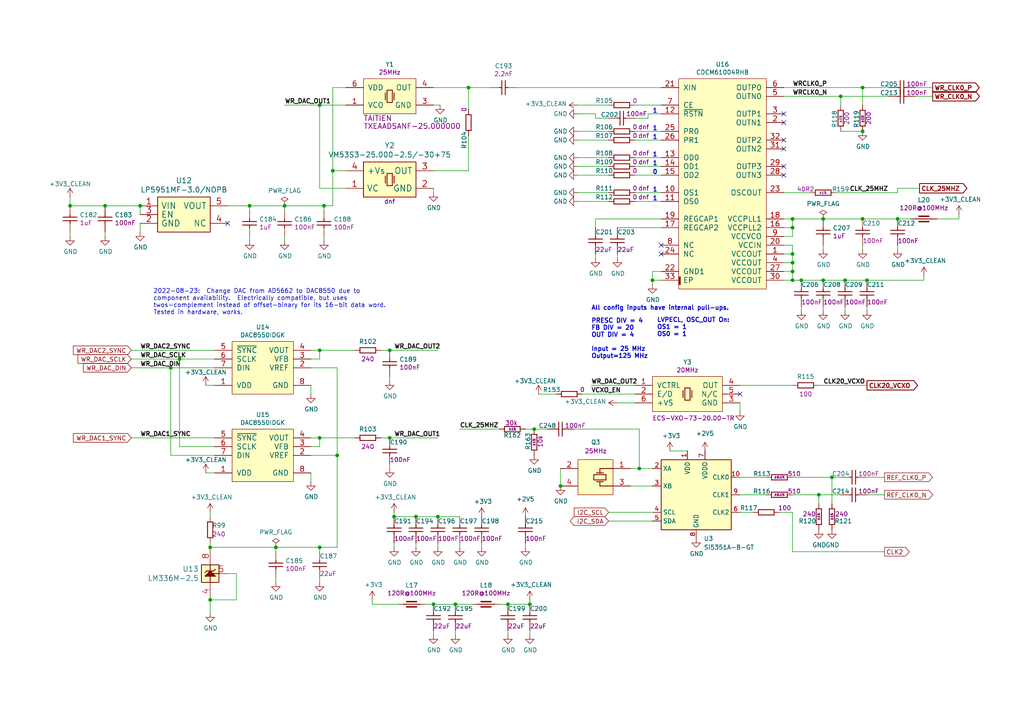
<source format=kicad_sch>
(kicad_sch (version 20250114) (generator "eeschema") (generator_version "9.0")
  (paper "A4")
  (text "1" (at 189.23 55.88 0) (effects (font (size 1.27 1.27) (thickness 0.254) (bold yes)) (justify left bottom)))
  (text "1" (at 189.23 58.42 0) (effects (font (size 1.27 1.27) (thickness 0.254) (bold yes)) (justify left bottom)))
  (text "PRESC DIV = 4\nFB DIV = 20\nOUT DIV = 4\n\nInput = 25 MHz\nOutput=125 MHz" (at 171.45 104.14 0) (effects (font (size 1.27 1.27) (thickness 0.254) (bold yes)) (justify left bottom)))
  (text "0" (at 189.23 50.8 0) (effects (font (size 1.27 1.27) (thickness 0.254) (bold yes)) (justify left bottom)))
  (text "2022-08-23:  Change DAC from AD5662 to DAC8550 due to\ncomponent availability.  Electrically compatible, but uses\ntwos-complement instead of offset-binary for its 16-bit data word.\nTested in hardware, works." (at 44.45 91.44 0) (effects (font (size 1.27 1.27)) (justify left bottom)))
  (text "LVPECL, OSC_OUT On:\nOS1 = 1\nOS0 = 1" (at 190.5 97.79 0) (effects (font (size 1.27 1.27) (thickness 0.254) (bold yes)) (justify left bottom)))
  (text "All config inputs have internal pull-ups." (at 171.45 90.17 0) (effects (font (size 1.27 1.27) (thickness 0.254) (bold yes)) (justify left bottom)))
  (text "1" (at 189.23 45.72 0) (effects (font (size 1.27 1.27) (thickness 0.254) (bold yes)) (justify left bottom)))
  (text "1" (at 189.23 38.1 0) (effects (font (size 1.27 1.27) (thickness 0.254) (bold yes)) (justify left bottom)))
  (text "1" (at 189.23 40.64 0) (effects (font (size 1.27 1.27) (thickness 0.254) (bold yes)) (justify left bottom)))
  (text "1" (at 189.23 33.02 0) (effects (font (size 1.27 1.27) (thickness 0.254) (bold yes)) (justify left bottom)))
  (text "1" (at 189.23 48.26 0) (effects (font (size 1.27 1.27) (thickness 0.254) (bold yes)) (justify left bottom)))
  (junction (at 52.07 104.14))
  (junction (at 260.35 63.5))
  (junction (at 153.67 175.26))
  (junction (at 113.03 101.6))
  (junction (at 135.89 25.4))
  (junction (at 147.32 175.26))
  (junction (at 60.96 158.75))
  (junction (at 92.71 101.6))
  (junction (at 229.87 73.66))
  (junction (at 229.87 78.74))
  (junction (at 125.73 175.26))
  (junction (at 114.3 149.86))
  (junction (at 40.64 59.69))
  (junction (at 96.52 49.53))
  (junction (at 30.48 59.69))
  (junction (at 251.46 81.28))
  (junction (at 245.11 81.28))
  (junction (at 93.98 59.69))
  (junction (at 20.32 59.69))
  (junction (at 127 149.86))
  (junction (at 241.3 138.43))
  (junction (at 120.65 149.86))
  (junction (at 189.23 81.28))
  (junction (at 92.71 158.75))
  (junction (at 72.39 59.69))
  (junction (at 238.76 63.5))
  (junction (at 250.19 38.1))
  (junction (at 229.87 66.04))
  (junction (at 113.03 127))
  (junction (at 132.08 175.26))
  (junction (at 250.19 25.4))
  (junction (at 229.87 76.2))
  (junction (at 92.71 127))
  (junction (at 185.42 135.89))
  (junction (at 80.01 158.75))
  (junction (at 229.87 81.28))
  (junction (at 60.96 173.99))
  (junction (at 162.56 140.97))
  (junction (at 229.87 63.5))
  (junction (at 92.71 30.48))
  (junction (at 49.53 106.68))
  (junction (at 82.55 59.69))
  (junction (at 237.49 143.51))
  (junction (at 250.19 63.5))
  (junction (at 238.76 81.28))
  (junction (at 154.94 124.46))
  (junction (at 232.41 81.28))
  (junction (at 243.84 27.94))
  (junction (at 97.79 132.08))
  (no_connect (at 191.77 71.12))
  (no_connect (at 227.33 40.64))
  (no_connect (at 191.77 73.66))
  (no_connect (at 66.04 64.77))
  (no_connect (at 214.63 114.3))
  (no_connect (at 227.33 33.02))
  (no_connect (at 227.33 50.8))
  (no_connect (at 227.33 35.56))
  (no_connect (at 227.33 48.26))
  (no_connect (at 227.33 43.18))
  (wire (pts (xy 93.98 60.96) (xy 93.98 59.69)))
  (wire (pts (xy 229.87 143.51) (xy 237.49 143.51)))
  (wire (pts (xy 113.03 101.6) (xy 127 101.6)))
  (wire (pts (xy 243.84 27.94) (xy 227.33 27.94)))
  (wire (pts (xy 171.45 111.76) (xy 184.15 111.76)))
  (wire (pts (xy 229.87 63.5) (xy 229.87 66.04)))
  (wire (pts (xy 270.51 27.94) (xy 265.43 27.94)))
  (wire (pts (xy 60.96 173.99) (xy 60.96 177.8)))
  (wire (pts (xy 38.1 106.68) (xy 49.53 106.68)))
  (wire (pts (xy 100.33 30.48) (xy 92.71 30.48)))
  (wire (pts (xy 176.53 148.59) (xy 189.23 148.59)))
  (wire (pts (xy 179.07 66.04) (xy 191.77 66.04)))
  (wire (pts (xy 162.56 135.89) (xy 162.56 140.97)))
  (wire (pts (xy 154.94 124.46) (xy 158.75 124.46)))
  (wire (pts (xy 59.69 111.76) (xy 62.23 111.76)))
  (wire (pts (xy 227.33 63.5) (xy 229.87 63.5)))
  (wire (pts (xy 92.71 54.61) (xy 100.33 54.61)))
  (wire (pts (xy 184.15 58.42) (xy 191.77 58.42)))
  (wire (pts (xy 72.39 59.69) (xy 66.04 59.69)))
  (wire (pts (xy 30.48 59.69) (xy 40.64 59.69)))
  (wire (pts (xy 167.64 30.48) (xy 176.53 30.48)))
  (wire (pts (xy 113.03 127) (xy 127 127)))
  (wire (pts (xy 110.49 101.6) (xy 113.03 101.6)))
  (wire (pts (xy 184.15 45.72) (xy 191.77 45.72)))
  (wire (pts (xy 80.01 158.75) (xy 92.71 158.75)))
  (wire (pts (xy 147.32 182.88) (xy 147.32 184.15)))
  (wire (pts (xy 257.81 27.94) (xy 243.84 27.94)))
  (wire (pts (xy 229.87 160.02) (xy 256.54 160.02)))
  (wire (pts (xy 214.63 138.43) (xy 222.25 138.43)))
  (wire (pts (xy 229.87 148.59) (xy 226.06 148.59)))
  (wire (pts (xy 227.33 78.74) (xy 229.87 78.74)))
  (wire (pts (xy 241.3 138.43) (xy 243.84 138.43)))
  (wire (pts (xy 20.32 67.31) (xy 20.32 68.58)))
  (wire (pts (xy 125.73 54.61) (xy 125.73 55.88)))
  (wire (pts (xy 92.71 127) (xy 102.87 127)))
  (wire (pts (xy 62.23 132.08) (xy 49.53 132.08)))
  (wire (pts (xy 191.77 81.28) (xy 189.23 81.28)))
  (wire (pts (xy 92.71 167.64) (xy 92.71 168.91)))
  (wire (pts (xy 92.71 127) (xy 90.17 127)))
  (wire (pts (xy 182.88 140.97) (xy 189.23 140.97)))
  (wire (pts (xy 68.58 166.37) (xy 66.04 166.37)))
  (wire (pts (xy 38.1 101.6) (xy 62.23 101.6)))
  (wire (pts (xy 80.01 167.64) (xy 80.01 168.91)))
  (wire (pts (xy 251.46 143.51) (xy 256.54 143.51)))
  (wire (pts (xy 90.17 137.16) (xy 90.17 139.7)))
  (wire (pts (xy 229.87 81.28) (xy 232.41 81.28)))
  (wire (pts (xy 227.33 76.2) (xy 229.87 76.2)))
  (wire (pts (xy 90.17 129.54) (xy 92.71 129.54)))
  (wire (pts (xy 229.87 68.58) (xy 227.33 68.58)))
  (wire (pts (xy 90.17 132.08) (xy 97.79 132.08)))
  (wire (pts (xy 189.23 78.74) (xy 189.23 81.28)))
  (wire (pts (xy 229.87 71.12) (xy 229.87 73.66)))
  (wire (pts (xy 107.95 175.26) (xy 107.95 173.99)))
  (wire (pts (xy 238.76 81.28) (xy 245.11 81.28)))
  (wire (pts (xy 191.77 63.5) (xy 172.72 63.5)))
  (wire (pts (xy 241.3 138.43) (xy 241.3 146.05)))
  (wire (pts (xy 52.07 104.14) (xy 62.23 104.14)))
  (wire (pts (xy 60.96 173.99) (xy 68.58 173.99)))
  (wire (pts (xy 114.3 149.86) (xy 120.65 149.86)))
  (wire (pts (xy 185.42 124.46) (xy 185.42 135.89)))
  (wire (pts (xy 125.73 25.4) (xy 135.89 25.4)))
  (wire (pts (xy 92.71 158.75) (xy 97.79 158.75)))
  (wire (pts (xy 243.84 27.94) (xy 243.84 30.48)))
  (wire (pts (xy 250.19 63.5) (xy 260.35 63.5)))
  (wire (pts (xy 144.78 175.26) (xy 147.32 175.26)))
  (wire (pts (xy 251.46 138.43) (xy 256.54 138.43)))
  (wire (pts (xy 135.89 39.37) (xy 135.89 49.53)))
  (wire (pts (xy 149.86 25.4) (xy 191.77 25.4)))
  (wire (pts (xy 184.15 38.1) (xy 191.77 38.1)))
  (wire (pts (xy 172.72 73.66) (xy 172.72 74.93)))
  (wire (pts (xy 227.33 55.88) (xy 234.95 55.88)))
  (wire (pts (xy 227.33 71.12) (xy 229.87 71.12)))
  (wire (pts (xy 214.63 143.51) (xy 222.25 143.51)))
  (wire (pts (xy 114.3 157.48) (xy 114.3 158.75)))
  (wire (pts (xy 20.32 59.69) (xy 30.48 59.69)))
  (wire (pts (xy 172.72 33.02) (xy 167.64 33.02)))
  (wire (pts (xy 243.84 38.1) (xy 250.19 38.1)))
  (wire (pts (xy 92.71 101.6) (xy 102.87 101.6)))
  (wire (pts (xy 60.96 157.48) (xy 60.96 158.75)))
  (wire (pts (xy 184.15 50.8) (xy 191.77 50.8)))
  (wire (pts (xy 179.07 116.84) (xy 184.15 116.84)))
  (wire (pts (xy 237.49 111.76) (xy 251.46 111.76)))
  (wire (pts (xy 113.03 134.62) (xy 113.03 135.89)))
  (wire (pts (xy 120.65 157.48) (xy 120.65 158.75)))
  (wire (pts (xy 152.4 157.48) (xy 152.4 158.75)))
  (wire (pts (xy 167.64 45.72) (xy 176.53 45.72)))
  (wire (pts (xy 237.49 143.51) (xy 237.49 146.05)))
  (wire (pts (xy 92.71 30.48) (xy 92.71 54.61)))
  (wire (pts (xy 229.87 81.28) (xy 227.33 81.28)))
  (wire (pts (xy 93.98 68.58) (xy 93.98 69.85)))
  (wire (pts (xy 123.19 175.26) (xy 125.73 175.26)))
  (wire (pts (xy 92.71 160.02) (xy 92.71 158.75)))
  (wire (pts (xy 120.65 149.86) (xy 127 149.86)))
  (wire (pts (xy 80.01 160.02) (xy 80.01 158.75)))
  (wire (pts (xy 229.87 66.04) (xy 229.87 68.58)))
  (wire (pts (xy 167.64 40.64) (xy 176.53 40.64)))
  (wire (pts (xy 167.64 55.88) (xy 176.53 55.88)))
  (wire (pts (xy 114.3 148.59) (xy 114.3 149.86)))
  (wire (pts (xy 214.63 111.76) (xy 229.87 111.76)))
  (wire (pts (xy 133.35 124.46) (xy 144.78 124.46)))
  (wire (pts (xy 156.21 114.3) (xy 161.29 114.3)))
  (wire (pts (xy 107.95 175.26) (xy 115.57 175.26)))
  (wire (pts (xy 132.08 182.88) (xy 132.08 184.15)))
  (wire (pts (xy 267.97 80.01) (xy 267.97 81.28)))
  (wire (pts (xy 49.53 132.08) (xy 49.53 106.68)))
  (wire (pts (xy 93.98 59.69) (xy 82.55 59.69)))
  (wire (pts (xy 72.39 60.96) (xy 72.39 59.69)))
  (wire (pts (xy 229.87 73.66) (xy 229.87 76.2)))
  (wire (pts (xy 250.19 25.4) (xy 227.33 25.4)))
  (wire (pts (xy 238.76 63.5) (xy 250.19 63.5)))
  (wire (pts (xy 135.89 49.53) (xy 125.73 49.53)))
  (wire (pts (xy 229.87 148.59) (xy 229.87 160.02)))
  (wire (pts (xy 237.49 143.51) (xy 243.84 143.51)))
  (wire (pts (xy 167.64 38.1) (xy 176.53 38.1)))
  (wire (pts (xy 251.46 81.28) (xy 267.97 81.28)))
  (wire (pts (xy 92.71 104.14) (xy 92.71 101.6)))
  (wire (pts (xy 92.71 101.6) (xy 90.17 101.6)))
  (wire (pts (xy 270.51 25.4) (xy 265.43 25.4)))
  (wire (pts (xy 184.15 30.48) (xy 191.77 30.48)))
  (wire (pts (xy 191.77 78.74) (xy 189.23 78.74)))
  (wire (pts (xy 127 157.48) (xy 127 158.75)))
  (wire (pts (xy 167.64 50.8) (xy 176.53 50.8)))
  (wire (pts (xy 187.96 33.02) (xy 187.96 34.29)))
  (wire (pts (xy 189.23 81.28) (xy 189.23 82.55)))
  (wire (pts (xy 176.53 151.13) (xy 189.23 151.13)))
  (wire (pts (xy 100.33 25.4) (xy 96.52 25.4)))
  (wire (pts (xy 232.41 88.9) (xy 232.41 90.17)))
  (wire (pts (xy 185.42 135.89) (xy 189.23 135.89)))
  (wire (pts (xy 257.81 25.4) (xy 250.19 25.4)))
  (wire (pts (xy 260.35 54.61) (xy 266.7 54.61)))
  (wire (pts (xy 52.07 129.54) (xy 52.07 104.14)))
  (wire (pts (xy 179.07 73.66) (xy 179.07 74.93)))
  (wire (pts (xy 147.32 175.26) (xy 153.67 175.26)))
  (wire (pts (xy 245.11 88.9) (xy 245.11 90.17)))
  (wire (pts (xy 133.35 157.48) (xy 133.35 158.75)))
  (wire (pts (xy 68.58 173.99) (xy 68.58 166.37)))
  (wire (pts (xy 92.71 129.54) (xy 92.71 127)))
  (wire (pts (xy 245.11 81.28) (xy 251.46 81.28)))
  (wire (pts (xy 271.78 63.5) (xy 278.13 63.5)))
  (wire (pts (xy 182.88 135.89) (xy 185.42 135.89)))
  (wire (pts (xy 125.73 182.88) (xy 125.73 184.15)))
  (wire (pts (xy 191.77 33.02) (xy 187.96 33.02)))
  (wire (pts (xy 135.89 31.75) (xy 135.89 25.4)))
  (wire (pts (xy 72.39 59.69) (xy 82.55 59.69)))
  (wire (pts (xy 82.55 68.58) (xy 82.55 69.85)))
  (wire (pts (xy 139.7 157.48) (xy 139.7 158.75)))
  (wire (pts (xy 125.73 175.26) (xy 132.08 175.26)))
  (wire (pts (xy 60.96 148.59) (xy 60.96 149.86)))
  (wire (pts (xy 229.87 138.43) (xy 241.3 138.43)))
  (wire (pts (xy 90.17 104.14) (xy 92.71 104.14)))
  (wire (pts (xy 166.37 124.46) (xy 185.42 124.46)))
  (wire (pts (xy 168.91 114.3) (xy 184.15 114.3)))
  (wire (pts (xy 135.89 25.4) (xy 142.24 25.4)))
  (wire (pts (xy 60.96 158.75) (xy 80.01 158.75)))
  (wire (pts (xy 90.17 106.68) (xy 97.79 106.68)))
  (wire (pts (xy 62.23 129.54) (xy 52.07 129.54)))
  (wire (pts (xy 38.1 127) (xy 62.23 127)))
  (wire (pts (xy 132.08 175.26) (xy 137.16 175.26)))
  (wire (pts (xy 152.4 124.46) (xy 154.94 124.46)))
  (wire (pts (xy 153.67 182.88) (xy 153.67 184.15)))
  (wire (pts (xy 82.55 60.96) (xy 82.55 59.69)))
  (wire (pts (xy 229.87 73.66) (xy 227.33 73.66)))
  (wire (pts (xy 110.49 127) (xy 113.03 127)))
  (wire (pts (xy 260.35 71.12) (xy 260.35 72.39)))
  (wire (pts (xy 97.79 132.08) (xy 97.79 158.75)))
  (wire (pts (xy 96.52 25.4) (xy 96.52 49.53)))
  (wire (pts (xy 96.52 59.69) (xy 93.98 59.69)))
  (wire (pts (xy 238.76 71.12) (xy 238.76 72.39)))
  (wire (pts (xy 194.31 130.81) (xy 199.39 130.81)))
  (wire (pts (xy 113.03 109.22) (xy 113.03 110.49)))
  (wire (pts (xy 153.67 173.99) (xy 153.67 175.26)))
  (wire (pts (xy 250.19 71.12) (xy 250.19 72.39)))
  (wire (pts (xy 72.39 68.58) (xy 72.39 69.85)))
  (wire (pts (xy 100.33 49.53) (xy 96.52 49.53)))
  (wire (pts (xy 127 149.86) (xy 133.35 149.86)))
  (wire (pts (xy 40.64 64.77) (xy 40.64 67.31)))
  (wire (pts (xy 59.69 137.16) (xy 62.23 137.16)))
  (wire (pts (xy 167.64 48.26) (xy 176.53 48.26)))
  (wire (pts (xy 127.635 30.48) (xy 125.73 30.48)))
  (wire (pts (xy 229.87 76.2) (xy 229.87 78.74)))
  (wire (pts (xy 172.72 34.29) (xy 172.72 33.02)))
  (wire (pts (xy 260.35 55.88) (xy 260.35 54.61)))
  (wire (pts (xy 97.79 106.68) (xy 97.79 132.08)))
  (wire (pts (xy 184.15 48.26) (xy 191.77 48.26)))
  (wire (pts (xy 96.52 49.53) (xy 96.52 59.69)))
  (wire (pts (xy 214.63 148.59) (xy 218.44 148.59)))
  (wire (pts (xy 251.46 88.9) (xy 251.46 90.17)))
  (wire (pts (xy 232.41 81.28) (xy 238.76 81.28)))
  (wire (pts (xy 229.87 66.04) (xy 227.33 66.04)))
  (wire (pts (xy 184.15 40.64) (xy 191.77 40.64)))
  (wire (pts (xy 278.13 63.5) (xy 278.13 62.23)))
  (wire (pts (xy 176.53 34.29) (xy 172.72 34.29)))
  (wire (pts (xy 229.87 78.74) (xy 229.87 81.28)))
  (wire (pts (xy 187.96 34.29) (xy 184.15 34.29)))
  (wire (pts (xy 242.57 55.88) (xy 260.35 55.88)))
  (wire (pts (xy 90.17 111.76) (xy 90.17 114.3)))
  (wire (pts (xy 82.55 30.48) (xy 92.71 30.48)))
  (wire (pts (xy 20.32 57.15) (xy 20.32 59.69)))
  (wire (pts (xy 184.15 55.88) (xy 191.77 55.88)))
  (wire (pts (xy 30.48 67.31) (xy 30.48 68.58)))
  (wire (pts (xy 238.76 88.9) (xy 238.76 90.17)))
  (wire (pts (xy 229.87 63.5) (xy 238.76 63.5)))
  (wire (pts (xy 260.35 63.5) (xy 264.16 63.5)))
  (wire (pts (xy 172.72 63.5) (xy 172.72 66.04)))
  (wire (pts (xy 40.64 62.23) (xy 40.64 59.69)))
  (wire (pts (xy 167.64 58.42) (xy 176.53 58.42)))
  (wire (pts (xy 214.63 116.84) (xy 214.63 119.38)))
  (wire (pts (xy 250.19 25.4) (xy 250.19 30.48)))
  (wire (pts (xy 49.53 106.68) (xy 62.23 106.68)))
  (wire (pts (xy 38.1 104.14) (xy 52.07 104.14)))
  (label "CLK20_VCXO" (at 238.76 111.76 0) (effects (font (thickness 0.254) (bold yes))))
  (label "CLK_25MHZ" (at 133.35 124.46 0) (effects (font (thickness 0.254) (bold yes))))
  (label "WRCLK0_N" (at 229.87 27.94 0) (effects (font (thickness 0.254) (bold yes))))
  (label "WR_DAC_SCLK" (at 40.64 104.14 0) (effects (font (thickness 0.254) (bold yes))))
  (label "WR_DAC2_SYNC" (at 40.64 101.6 0) (effects (font (thickness 0.254) (bold yes))))
  (label "CLK_25MHZ" (at 246.38 55.88 0) (effects (font (thickness 0.254) (bold yes))))
  (label "WR_DAC1_SYNC" (at 40.64 127 0) (effects (font (thickness 0.254) (bold yes))))
  (label "VCXO_EN" (at 171.45 114.3 0) (effects (font (thickness 0.254) (bold yes))))
  (label "WRCLK0_P" (at 229.87 25.4 0) (effects (font (thickness 0.254) (bold yes))))
  (label "WR_DAC_OUT1" (at 82.55 30.48 0) (effects (font (thickness 0.254) (bold yes))))
  (label "WR_DAC_OUT2" (at 171.45 111.76 0) (effects (font (thickness 0.254) (bold yes))))
  (label "WR_DAC_DIN" (at 40.64 106.68 0) (effects (font (thickness 0.254) (bold yes))))
  (label "WR_DAC_OUT1" (at 114.3 127 0) (effects (font (thickness 0.254) (bold yes))))
  (label "WR_DAC_OUT2" (at 114.3 101.6 0) (effects (font (thickness 0.254) (bold yes))))
  (global_label "I2C_SDA" (shape bidirectional) (at 176.53 151.13 180) (property "Intersheetrefs" "${INTERSHEET_REFS}" (effects (hide yes))))
  (global_label "REF_CLK0_P" (shape output) (at 256.54 138.43 0) (property "Intersheetrefs" "${INTERSHEET_REFS}" (effects (hide yes))))
  (global_label "WR_CLK0_N" (shape output) (at 270.51 27.94 0) (effects (font (thickness 0.254) (bold yes))) (property "Intersheetrefs" "${INTERSHEET_REFS}" (effects (hide yes))))
  (global_label "WR_CLK0_P" (shape output) (at 270.51 25.4 0) (effects (font (thickness 0.254) (bold yes))) (property "Intersheetrefs" "${INTERSHEET_REFS}" (effects (hide yes))))
  (global_label "REF_CLK0_N" (shape output) (at 256.54 143.51 0) (property "Intersheetrefs" "${INTERSHEET_REFS}" (effects (hide yes))))
  (global_label "CLK20_VCXO" (shape output) (at 251.46 111.76 0) (effects (font (thickness 0.254) (bold yes))) (property "Intersheetrefs" "${INTERSHEET_REFS}" (effects (hide yes))))
  (global_label "I2C_SCL" (shape input) (at 176.53 148.59 180) (property "Intersheetrefs" "${INTERSHEET_REFS}" (effects (hide yes))))
  (global_label "WR_DAC1_SYNC" (shape input) (at 38.1 127 180) (effects (font (thickness 0.1588))) (property "Intersheetrefs" "${INTERSHEET_REFS}" (effects (hide yes))))
  (global_label "WR_DAC_DIN" (shape input) (at 38.1 106.68 180) (effects (font (thickness 0.1588))) (property "Intersheetrefs" "${INTERSHEET_REFS}" (effects (hide yes))))
  (global_label "CLK_25MHZ" (shape output) (at 266.7 54.61 0) (effects (font (thickness 0.254) (bold yes))) (property "Intersheetrefs" "${INTERSHEET_REFS}" (effects (hide yes))))
  (global_label "WR_DAC2_SYNC" (shape input) (at 38.1 101.6 180) (effects (font (thickness 0.1588))) (property "Intersheetrefs" "${INTERSHEET_REFS}" (effects (hide yes))))
  (global_label "CLK2" (shape output) (at 256.54 160.02 0) (property "Intersheetrefs" "${INTERSHEET_REFS}" (effects (hide yes))))
  (global_label "WR_DAC_SCLK" (shape input) (at 38.1 104.14 180) (effects (font (thickness 0.1588))) (property "Intersheetrefs" "${INTERSHEET_REFS}" (effects (hide yes))))
  (symbol (lib_id "Capacitors SMD:CC0402_100NF_50V_10%_X7R") (at 265.43 25.4 0) (mirror y) (unit 1)
    (property "Reference" "C205" (at 255.27 24.384 0) (effects (justify right)))
    (property "Value" "CC0402_100NF_50V_10%_X7R" (effects (hide yes)))
    (property "Footprint" "Capacitors SMD:CAPC1005X55N" (effects (hide yes)))
    (property "Datasheet" "\\\\cern.ch\\dfs\\Applications\\Altium\\Datasheets\\CC0402_MURATA_GRM155R71H104KE14D.pdf" (effects (hide yes)))
    (property "Description" "SMD Multilayer Chip Ceramic Capacitor" (effects (hide yes)))
    (property "Val" "100nF" (at 262.89 24.384 0) (effects (justify right)))
    (property "Part Number" "CC0402_100NF_50V_10%_X7R" (effects (hide yes)))
    (property "Library Ref" "Capacitor - non polarized" (effects (hide yes)))
    (property "Library Path" "SchLib\\Capacitors.SchLib" (effects (hide yes)))
    (property "Comment" "100nF" (effects (hide yes)))
    (property "Component Kind" "Standard" (effects (hide yes)))
    (property "Component Type" "Standard" (effects (hide yes)))
    (property "Pin Count" "2" (effects (hide yes)))
    (property "Footprint Path" "PcbLib\\Capacitors SMD.PcbLib" (effects (hide yes)))
    (property "Footprint Ref" "CAPC1005X55N" (effects (hide yes)))
    (property "PackageDescription" " " (effects (hide yes)))
    (property "Status" "None" (effects (hide yes)))
    (property "Status Comment" " " (effects (hide yes)))
    (property "Voltage" "50V" (effects (hide yes)))
    (property "TC" "X7R" (effects (hide yes)))
    (property "Tolerance" "±10%" (effects (hide yes)))
    (property "Part Description" "SMD Multilayer Chip Ceramic Capacitor" (effects (hide yes)))
    (property "Manufacturer" "GENERIC" (effects (hide yes)))
    (property "Manufacturer Part Number" "CC0402_100NF_50V_10%_X7R" (effects (hide yes)))
    (property "Case" "0402" (effects (hide yes)))
    (property "Mounted" "Yes" (effects (hide yes)))
    (property "Socket" "No" (effects (hide yes)))
    (property "SMD" "Yes" (effects (hide yes)))
    (property "PressFit" " " (effects (hide yes)))
    (property "Sense" "No" (effects (hide yes)))
    (property "Sense Comment" " " (effects (hide yes)))
    (property "ComponentHeight" " " (effects (hide yes)))
    (property "Manufacturer1 Example" "MURATA" (effects (hide yes)))
    (property "Manufacturer1 Part Number" "GRM155R71H104KE14D" (effects (hide yes)))
    (property "Manufacturer1 ComponentHeight" "0.55mm" (effects (hide yes)))
    (property "HelpURL" "\\\\cern.ch\\dfs\\Applications\\Altium\\Datasheets\\CC0402_MURATA_GRM155R71H104KE14D.pdf" (effects (hide yes)))
    (property "Author" "CERN DEM MR" (effects (hide yes)))
    (property "CreateDate" "06/30/17 00:00:00" (effects (hide yes)))
    (property "LatestRevisionDate" "06/30/17 00:00:00" (effects (hide yes)))
    (property "Database Table Name" "Capacitors" (effects (hide yes)))
    (property "Library Name" "Capacitors SMD" (effects (hide yes)))
    (property "Footprint Library" "Capacitors SMD" (effects (hide yes)))
    (property "License" "CC-BY-SA 4.0" (effects (hide yes)))
  )
  (symbol (lib_id "power:GND") (at 30.48 68.58 0) (unit 1)
    (property "Reference" "#PWR0199" (effects (hide yes)))
    (property "Value" "GND" (at 30.607 72.9742 0))
  )
  (symbol (lib_id "power:GND") (at 237.49 153.67 0) (unit 1)
    (property "Reference" "#PWR0246" (effects (hide yes)))
    (property "Value" "GND" (at 237.617 158.0642 0))
  )
  (symbol (lib_id "power:GND") (at 139.7 158.75 0) (unit 1)
    (property "Reference" "#PWR0225" (effects (hide yes)))
    (property "Value" "GND" (at 139.827 163.1442 0))
  )
  (symbol (lib_id "power:GND") (at 238.76 72.39 0) (unit 1)
    (property "Reference" "#PWR0248" (effects (hide yes)))
    (property "Value" "GND" (at 238.887 76.7842 0))
  )
  (symbol (lib_id "Resistors_SMD:R0402_0R_JUMPER") (at 176.53 45.72 0) (unit 1)
    (property "Reference" "R108" (at 175.26 44.45 0))
    (property "Value" "R0402_0R_JUMPER" (effects (hide yes)))
    (property "Footprint" "RESC1005X40N" (effects (hide yes)))
    (property "Datasheet" "\\\\cern.ch\\dfs\\Applications\\Altium\\Datasheets\\R0402_Phycomp_RC0402.pdf" (effects (hide yes)))
    (property "~" "0" (at 184.15 44.45 0))
    (property "Part Number" "R0402_0R_JUMPER" (effects (hide yes)))
    (property "Library Ref" "Resistor" (effects (hide yes)))
    (property "Library Path" "SchLib\\Resistors.SchLib" (effects (hide yes)))
    (property "Comment" "=Value" (effects (hide yes)))
    (property "Component Kind" "Standard" (effects (hide yes)))
    (property "Component Type" "Standard" (effects (hide yes)))
    (property "PackageDescription" " " (effects (hide yes)))
    (property "Pin Count" "2" (effects (hide yes)))
    (property "Footprint Path" "PcbLib\\Resistors SMD.PcbLib" (effects (hide yes)))
    (property "Footprint Ref" "RESC1005X40N" (effects (hide yes)))
    (property "Val" "0" (effects (hide yes)))
    (property "Status" "Not Recommended" (effects (hide yes)))
    (property "Power" " " (effects (hide yes)))
    (property "TC" " " (effects (hide yes)))
    (property "Voltage" " " (effects (hide yes)))
    (property "Tolerance" " " (effects (hide yes)))
    (property "Part Description" "1A (0.05R Max DC Resistance) Zero Ohm Jumper" (effects (hide yes)))
    (property "Manufacturer" "GENERIC" (effects (hide yes)))
    (property "Manufacturer Part Number" "R0402_0R_JUMPER" (effects (hide yes)))
    (property "Case" "0402" (effects (hide yes)))
    (property "PressFit" "No" (effects (hide yes)))
    (property "Mounted" "Yes" (effects (hide yes)))
    (property "Sense Comment" " " (effects (hide yes)))
    (property "Sense" "No" (effects (hide yes)))
    (property "Status Comment" " " (effects (hide yes)))
    (property "Socket" "No" (effects (hide yes)))
    (property "SMD" "Yes" (effects (hide yes)))
    (property "ComponentHeight" " " (effects (hide yes)))
    (property "Manufacturer1 Example" "YAGEO PHYCOMP" (effects (hide yes)))
    (property "Manufacturer1 Part Number" "232270591001L" (effects (hide yes)))
    (property "Manufacturer1 ComponentHeight" "0.4mm" (effects (hide yes)))
    (property "CreateDate" "12/03/07 00:00:00" (effects (hide yes)))
    (property "LatestRevisionDate" "10/17/12 00:00:00" (effects (hide yes)))
    (property "Library Name" "Resistors SMD" (effects (hide yes)))
    (property "License" "This work is licensed under the Creative Commons CC-BY-SA 4.0 License. To the extent that circuit schematics that use Licensed Material can be considered to be ‘Adapted Material’, then the copyright holder waives article 3.b of the license with respect to these schematics." (effects (hide yes)))
    (property "config" "dnf" (at 186.69 44.45 0))
  )
  (symbol (lib_id "power:GND") (at 241.3 153.67 0) (unit 1)
    (property "Reference" "#PWR0256" (effects (hide yes)))
    (property "Value" "GND" (at 241.427 158.0642 0))
  )
  (symbol (lib_id "Capacitors SMD:CC0402_100NF_50V_10%_X7R") (at 251.46 143.51 0) (mirror y) (unit 1)
    (property "Reference" "C214" (at 241.3 142.494 0) (effects (justify right)))
    (property "Value" "CC0402_100NF_50V_10%_X7R" (effects (hide yes)))
    (property "Footprint" "Capacitors SMD:CAPC1005X55N" (effects (hide yes)))
    (property "Datasheet" "\\\\cern.ch\\dfs\\Applications\\Altium\\Datasheets\\CC0402_MURATA_GRM155R71H104KE14D.pdf" (effects (hide yes)))
    (property "Description" "SMD Multilayer Chip Ceramic Capacitor" (effects (hide yes)))
    (property "Val" "100nF" (at 248.92 142.494 0) (effects (justify right)))
    (property "Part Number" "CC0402_100NF_50V_10%_X7R" (effects (hide yes)))
    (property "Library Ref" "Capacitor - non polarized" (effects (hide yes)))
    (property "Library Path" "SchLib\\Capacitors.SchLib" (effects (hide yes)))
    (property "Comment" "100nF" (effects (hide yes)))
    (property "Component Kind" "Standard" (effects (hide yes)))
    (property "Component Type" "Standard" (effects (hide yes)))
    (property "Pin Count" "2" (effects (hide yes)))
    (property "Footprint Path" "PcbLib\\Capacitors SMD.PcbLib" (effects (hide yes)))
    (property "Footprint Ref" "CAPC1005X55N" (effects (hide yes)))
    (property "PackageDescription" " " (effects (hide yes)))
    (property "Status" "None" (effects (hide yes)))
    (property "Status Comment" " " (effects (hide yes)))
    (property "Voltage" "50V" (effects (hide yes)))
    (property "TC" "X7R" (effects (hide yes)))
    (property "Tolerance" "±10%" (effects (hide yes)))
    (property "Part Description" "SMD Multilayer Chip Ceramic Capacitor" (effects (hide yes)))
    (property "Manufacturer" "GENERIC" (effects (hide yes)))
    (property "Manufacturer Part Number" "CC0402_100NF_50V_10%_X7R" (effects (hide yes)))
    (property "Case" "0402" (effects (hide yes)))
    (property "Mounted" "Yes" (effects (hide yes)))
    (property "Socket" "No" (effects (hide yes)))
    (property "SMD" "Yes" (effects (hide yes)))
    (property "PressFit" " " (effects (hide yes)))
    (property "Sense" "No" (effects (hide yes)))
    (property "Sense Comment" " " (effects (hide yes)))
    (property "ComponentHeight" " " (effects (hide yes)))
    (property "Manufacturer1 Example" "MURATA" (effects (hide yes)))
    (property "Manufacturer1 Part Number" "GRM155R71H104KE14D" (effects (hide yes)))
    (property "Manufacturer1 ComponentHeight" "0.55mm" (effects (hide yes)))
    (property "HelpURL" "\\\\cern.ch\\dfs\\Applications\\Altium\\Datasheets\\CC0402_MURATA_GRM155R71H104KE14D.pdf" (effects (hide yes)))
    (property "Author" "CERN DEM MR" (effects (hide yes)))
    (property "CreateDate" "06/30/17 00:00:00" (effects (hide yes)))
    (property "LatestRevisionDate" "06/30/17 00:00:00" (effects (hide yes)))
    (property "Database Table Name" "Capacitors" (effects (hide yes)))
    (property "Library Name" "Capacitors SMD" (effects (hide yes)))
    (property "Footprint Library" "Capacitors SMD" (effects (hide yes)))
    (property "License" "CC-BY-SA 4.0" (effects (hide yes)))
  )
  (symbol (lib_id "marble_misc:LM336M-2.5-clocks-SchDoc-cache") (at 58.42 168.91 90) (unit 1)
    (property "Reference" "U13" (at 57.658 165.0238 90) (effects (font (size 1.524 1.524)) (justify left)))
    (property "Value" "LM336M-2.5" (at 57.658 167.7162 90) (effects (font (size 1.524 1.524)) (justify left)))
    (property "Footprint" "ICs And Semiconductors SMD:SOIC127P600X175-8N" (effects (hide yes)))
    (property "Manufacturer Part Number" "LM336M-2.5" (effects (hide yes)))
    (property "Manufacturer" "TEXAS INSTRUMENTS" (effects (hide yes)))
  )
  (symbol (lib_id "Capacitors SMD:CC0402_100NF_50V_10%_X7R") (at 251.46 138.43 0) (mirror y) (unit 1)
    (property "Reference" "C204" (at 241.3 137.414 0) (effects (justify right)))
    (property "Value" "CC0402_100NF_50V_10%_X7R" (effects (hide yes)))
    (property "Footprint" "Capacitors SMD:CAPC1005X55N" (effects (hide yes)))
    (property "Datasheet" "\\\\cern.ch\\dfs\\Applications\\Altium\\Datasheets\\CC0402_MURATA_GRM155R71H104KE14D.pdf" (effects (hide yes)))
    (property "Description" "SMD Multilayer Chip Ceramic Capacitor" (effects (hide yes)))
    (property "Val" "100nF" (at 248.92 137.414 0) (effects (justify right)))
    (property "Part Number" "CC0402_100NF_50V_10%_X7R" (effects (hide yes)))
    (property "Library Ref" "Capacitor - non polarized" (effects (hide yes)))
    (property "Library Path" "SchLib\\Capacitors.SchLib" (effects (hide yes)))
    (property "Comment" "100nF" (effects (hide yes)))
    (property "Component Kind" "Standard" (effects (hide yes)))
    (property "Component Type" "Standard" (effects (hide yes)))
    (property "Pin Count" "2" (effects (hide yes)))
    (property "Footprint Path" "PcbLib\\Capacitors SMD.PcbLib" (effects (hide yes)))
    (property "Footprint Ref" "CAPC1005X55N" (effects (hide yes)))
    (property "PackageDescription" " " (effects (hide yes)))
    (property "Status" "None" (effects (hide yes)))
    (property "Status Comment" " " (effects (hide yes)))
    (property "Voltage" "50V" (effects (hide yes)))
    (property "TC" "X7R" (effects (hide yes)))
    (property "Tolerance" "±10%" (effects (hide yes)))
    (property "Part Description" "SMD Multilayer Chip Ceramic Capacitor" (effects (hide yes)))
    (property "Manufacturer" "GENERIC" (effects (hide yes)))
    (property "Manufacturer Part Number" "CC0402_100NF_50V_10%_X7R" (effects (hide yes)))
    (property "Case" "0402" (effects (hide yes)))
    (property "Mounted" "Yes" (effects (hide yes)))
    (property "Socket" "No" (effects (hide yes)))
    (property "SMD" "Yes" (effects (hide yes)))
    (property "PressFit" " " (effects (hide yes)))
    (property "Sense" "No" (effects (hide yes)))
    (property "Sense Comment" " " (effects (hide yes)))
    (property "ComponentHeight" " " (effects (hide yes)))
    (property "Manufacturer1 Example" "MURATA" (effects (hide yes)))
    (property "Manufacturer1 Part Number" "GRM155R71H104KE14D" (effects (hide yes)))
    (property "Manufacturer1 ComponentHeight" "0.55mm" (effects (hide yes)))
    (property "HelpURL" "\\\\cern.ch\\dfs\\Applications\\Altium\\Datasheets\\CC0402_MURATA_GRM155R71H104KE14D.pdf" (effects (hide yes)))
    (property "Author" "CERN DEM MR" (effects (hide yes)))
    (property "CreateDate" "06/30/17 00:00:00" (effects (hide yes)))
    (property "LatestRevisionDate" "06/30/17 00:00:00" (effects (hide yes)))
    (property "Database Table Name" "Capacitors" (effects (hide yes)))
    (property "Library Name" "Capacitors SMD" (effects (hide yes)))
    (property "Footprint Library" "Capacitors SMD" (effects (hide yes)))
    (property "License" "CC-BY-SA 4.0" (effects (hide yes)))
  )
  (symbol (lib_id "power:GND") (at 167.64 38.1 270) (unit 1)
    (property "Reference" "#PWR0229" (effects (hide yes)))
    (property "Value" "GND" (at 162.56 38.1 90))
  )
  (symbol (lib_id "marble_misc:+3V3_CLEAN") (at 156.21 114.3 0) (unit 1)
    (property "Reference" "#PWR0342" (effects (hide yes)))
    (property "Value" "+3V3_CLEAN" (at 149.098 110.49 0) (effects (justify left)))
  )
  (symbol (lib_id "Capacitors_SMD:CC0201_100NF_6.3V_10%_X5R") (at 80.01 160.02 270) (unit 1)
    (property "Reference" "C185" (at 82.804 162.6616 90) (effects (justify left)))
    (property "Value" "CC0201_100NF_6.3V_10%_X5R" (effects (hide yes)))
    (property "Footprint" "Capacitors SMD:CAPC0603X33N" (effects (hide yes)))
    (property "Datasheet" "\\\\cern.ch\\dfs\\Applications\\Altium\\Datasheets\\CC0201_X5R_AVX.pdf" (effects (hide yes)))
    (property "~" "100nF" (at 82.804 164.973 90) (effects (justify left)))
    (property "Part Number" "CC0201_100NF_6.3V_10%_X5R" (effects (hide yes)))
    (property "Library Ref" "Capacitor - non polarized" (effects (hide yes)))
    (property "Library Path" "SchLib\\Capacitors.SchLib" (effects (hide yes)))
    (property "Comment" "=Value" (effects (hide yes)))
    (property "Component Kind" "Standard" (effects (hide yes)))
    (property "Component Type" "Standard" (effects (hide yes)))
    (property "Pin Count" "2" (effects (hide yes)))
    (property "Footprint Path" "PcbLib\\Capacitors SMD.PcbLib" (effects (hide yes)))
    (property "Footprint Ref" "CAPC0603X33N" (effects (hide yes)))
    (property "PackageDescription" " " (effects (hide yes)))
    (property "Val" "100nF" (effects (hide yes)))
    (property "Status" "Not Recommended" (effects (hide yes)))
    (property "Status Comment" " " (effects (hide yes)))
    (property "Voltage" "6.3V" (effects (hide yes)))
    (property "TC" "X5R" (effects (hide yes)))
    (property "Tolerance" "±10%" (effects (hide yes)))
    (property "Part Description" "SMD Multilayer Chip Ceramic Capacitor" (effects (hide yes)))
    (property "Manufacturer" "GENERIC" (effects (hide yes)))
    (property "Manufacturer Part Number" "CC0201_100NF_6.3V_10%_X5R" (effects (hide yes)))
    (property "Case" "0201" (effects (hide yes)))
    (property "Mounted" "Yes" (effects (hide yes)))
    (property "Socket" "No" (effects (hide yes)))
    (property "SMD" "Yes" (effects (hide yes)))
    (property "PressFit" " " (effects (hide yes)))
    (property "Sense" "No" (effects (hide yes)))
    (property "Sense Comment" " " (effects (hide yes)))
    (property "ComponentHeight" " " (effects (hide yes)))
    (property "Manufacturer1 Example" "AVX" (effects (hide yes)))
    (property "Manufacturer1 Part Number" "02016D104KAT2A" (effects (hide yes)))
    (property "Manufacturer1 ComponentHeight" "0.33mm" (effects (hide yes)))
    (property "CreateDate" "12/03/07 00:00:00" (effects (hide yes)))
    (property "LatestRevisionDate" "12/03/07 00:00:00" (effects (hide yes)))
    (property "Library Name" "Capacitors SMD" (effects (hide yes)))
    (property "License" "This work is licensed under the Creative Commons CC-BY-SA 4.0 License. To the extent that circuit schematics that use Licensed Material can be considered to be ‘Adapted Material’, then the copyright holder waives article 3.b of the license with respect to these schematics." (effects (hide yes)))
  )
  (symbol (lib_id "Capacitors_SMD:CC0201_100NF_6.3V_10%_X5R") (at 120.65 149.86 270) (unit 1)
    (property "Reference" "C194" (at 120.65 151.13 90) (effects (justify left)))
    (property "Value" "CC0201_100NF_6.3V_10%_X5R" (effects (hide yes)))
    (property "Footprint" "Capacitors SMD:CAPC0603X33N" (effects (hide yes)))
    (property "Datasheet" "\\\\cern.ch\\dfs\\Applications\\Altium\\Datasheets\\CC0201_X5R_AVX.pdf" (effects (hide yes)))
    (property "~" "100nF" (at 120.65 156.21 90) (effects (justify left)))
    (property "Part Number" "CC0201_100NF_6.3V_10%_X5R" (effects (hide yes)))
    (property "Library Ref" "Capacitor - non polarized" (effects (hide yes)))
    (property "Library Path" "SchLib\\Capacitors.SchLib" (effects (hide yes)))
    (property "Comment" "=Value" (effects (hide yes)))
    (property "Component Kind" "Standard" (effects (hide yes)))
    (property "Component Type" "Standard" (effects (hide yes)))
    (property "Pin Count" "2" (effects (hide yes)))
    (property "Footprint Path" "PcbLib\\Capacitors SMD.PcbLib" (effects (hide yes)))
    (property "Footprint Ref" "CAPC0603X33N" (effects (hide yes)))
    (property "PackageDescription" " " (effects (hide yes)))
    (property "Val" "100nF" (effects (hide yes)))
    (property "Status" "Not Recommended" (effects (hide yes)))
    (property "Status Comment" " " (effects (hide yes)))
    (property "Voltage" "6.3V" (effects (hide yes)))
    (property "TC" "X5R" (effects (hide yes)))
    (property "Tolerance" "±10%" (effects (hide yes)))
    (property "Part Description" "SMD Multilayer Chip Ceramic Capacitor" (effects (hide yes)))
    (property "Manufacturer" "GENERIC" (effects (hide yes)))
    (property "Manufacturer Part Number" "CC0201_100NF_6.3V_10%_X5R" (effects (hide yes)))
    (property "Case" "0201" (effects (hide yes)))
    (property "Mounted" "Yes" (effects (hide yes)))
    (property "Socket" "No" (effects (hide yes)))
    (property "SMD" "Yes" (effects (hide yes)))
    (property "PressFit" " " (effects (hide yes)))
    (property "Sense" "No" (effects (hide yes)))
    (property "Sense Comment" " " (effects (hide yes)))
    (property "ComponentHeight" " " (effects (hide yes)))
    (property "Manufacturer1 Example" "AVX" (effects (hide yes)))
    (property "Manufacturer1 Part Number" "02016D104KAT2A" (effects (hide yes)))
    (property "Manufacturer1 ComponentHeight" "0.33mm" (effects (hide yes)))
    (property "CreateDate" "12/03/07 00:00:00" (effects (hide yes)))
    (property "LatestRevisionDate" "12/03/07 00:00:00" (effects (hide yes)))
    (property "Library Name" "Capacitors SMD" (effects (hide yes)))
    (property "License" "This work is licensed under the Creative Commons CC-BY-SA 4.0 License. To the extent that circuit schematics that use Licensed Material can be considered to be ‘Adapted Material’, then the copyright holder waives article 3.b of the license with respect to these schematics." (effects (hide yes)))
  )
  (symbol (lib_id "Capacitors_SMD:CC0603_22UF_6.3V_20%_X5R") (at 125.73 175.26 270) (unit 1)
    (property "Reference" "C192" (at 125.73 176.53 90) (effects (justify left)))
    (property "Value" "CC0603_22UF_6.3V_20%_X5R" (effects (hide yes)))
    (property "Footprint" "CAPC1709X100N" (effects (hide yes)))
    (property "Datasheet" "\\\\cern.ch\\dfs\\Applications\\Altium\\Datasheets\\CC0603_X5R_TDK_C.pdf" (effects (hide yes)))
    (property "~" "22uF" (at 125.73 181.61 90) (effects (justify left)))
    (property "Part Number" "CC0603_22UF_6.3V_20%_X5R" (effects (hide yes)))
    (property "Library Ref" "Capacitor - non polarized" (effects (hide yes)))
    (property "Library Path" "SchLib\\Capacitors.SchLib" (effects (hide yes)))
    (property "Comment" "=Value" (effects (hide yes)))
    (property "Component Kind" "Standard" (effects (hide yes)))
    (property "Component Type" "Standard" (effects (hide yes)))
    (property "Pin Count" "2" (effects (hide yes)))
    (property "Footprint Path" "PcbLib\\Capacitors SMD.PcbLib" (effects (hide yes)))
    (property "Footprint Ref" "CAPC1709X100N" (effects (hide yes)))
    (property "PackageDescription" " " (effects (hide yes)))
    (property "Val" "22uF" (effects (hide yes)))
    (property "Status" "None" (effects (hide yes)))
    (property "Status Comment" " " (effects (hide yes)))
    (property "Voltage" "6.3V" (effects (hide yes)))
    (property "TC" "X5R" (effects (hide yes)))
    (property "Tolerance" "±20%" (effects (hide yes)))
    (property "Part Description" "SMD Multilayer Chip Ceramic Capacitor" (effects (hide yes)))
    (property "Manufacturer" "GENERIC" (effects (hide yes)))
    (property "Manufacturer Part Number" "CC0603_22UF_6.3V_20%_X5R" (effects (hide yes)))
    (property "Case" "0603" (effects (hide yes)))
    (property "Mounted" "Yes" (effects (hide yes)))
    (property "Socket" "No" (effects (hide yes)))
    (property "SMD" "Yes" (effects (hide yes)))
    (property "PressFit" " " (effects (hide yes)))
    (property "Sense" "No" (effects (hide yes)))
    (property "Sense Comment" " " (effects (hide yes)))
    (property "ComponentHeight" " " (effects (hide yes)))
    (property "Manufacturer1 Example" "TDK" (effects (hide yes)))
    (property "Manufacturer1 Part Number" "C1608X5R0J226M080AC" (effects (hide yes)))
    (property "Manufacturer1 ComponentHeight" "1mm" (effects (hide yes)))
    (property "CreateDate" "12/16/13 00:00:00" (effects (hide yes)))
    (property "LatestRevisionDate" "09/13/16 00:00:00" (effects (hide yes)))
    (property "Library Name" "Capacitors SMD" (effects (hide yes)))
    (property "License" "This work is licensed under the Creative Commons CC-BY-SA 4.0 License. To the extent that circuit schematics that use Licensed Material can be considered to be ‘Adapted Material’, then the copyright holder waives article 3.b of the license with respect to these schematics." (effects (hide yes)))
  )
  (symbol (lib_id "power:GND") (at 251.46 90.17 0) (unit 1)
    (property "Reference" "#PWR0252" (effects (hide yes)))
    (property "Value" "GND" (at 251.587 94.5642 0))
  )
  (symbol (lib_id "Capacitors_SMD:CC0603_22UF_6.3V_20%_X5R") (at 147.32 175.26 270) (unit 1)
    (property "Reference" "C199" (at 147.32 176.53 90) (effects (justify left)))
    (property "Value" "CC0603_22UF_6.3V_20%_X5R" (effects (hide yes)))
    (property "Footprint" "CAPC1709X100N" (effects (hide yes)))
    (property "Datasheet" "\\\\cern.ch\\dfs\\Applications\\Altium\\Datasheets\\CC0603_X5R_TDK_C.pdf" (effects (hide yes)))
    (property "~" "22uF" (at 147.32 181.61 90) (effects (justify left)))
    (property "Part Number" "CC0603_22UF_6.3V_20%_X5R" (effects (hide yes)))
    (property "Library Ref" "Capacitor - non polarized" (effects (hide yes)))
    (property "Library Path" "SchLib\\Capacitors.SchLib" (effects (hide yes)))
    (property "Comment" "=Value" (effects (hide yes)))
    (property "Component Kind" "Standard" (effects (hide yes)))
    (property "Component Type" "Standard" (effects (hide yes)))
    (property "Pin Count" "2" (effects (hide yes)))
    (property "Footprint Path" "PcbLib\\Capacitors SMD.PcbLib" (effects (hide yes)))
    (property "Footprint Ref" "CAPC1709X100N" (effects (hide yes)))
    (property "PackageDescription" " " (effects (hide yes)))
    (property "Val" "22uF" (effects (hide yes)))
    (property "Status" "None" (effects (hide yes)))
    (property "Status Comment" " " (effects (hide yes)))
    (property "Voltage" "6.3V" (effects (hide yes)))
    (property "TC" "X5R" (effects (hide yes)))
    (property "Tolerance" "±20%" (effects (hide yes)))
    (property "Part Description" "SMD Multilayer Chip Ceramic Capacitor" (effects (hide yes)))
    (property "Manufacturer" "GENERIC" (effects (hide yes)))
    (property "Manufacturer Part Number" "CC0603_22UF_6.3V_20%_X5R" (effects (hide yes)))
    (property "Case" "0603" (effects (hide yes)))
    (property "Mounted" "Yes" (effects (hide yes)))
    (property "Socket" "No" (effects (hide yes)))
    (property "SMD" "Yes" (effects (hide yes)))
    (property "PressFit" " " (effects (hide yes)))
    (property "Sense" "No" (effects (hide yes)))
    (property "Sense Comment" " " (effects (hide yes)))
    (property "ComponentHeight" " " (effects (hide yes)))
    (property "Manufacturer1 Example" "TDK" (effects (hide yes)))
    (property "Manufacturer1 Part Number" "C1608X5R0J226M080AC" (effects (hide yes)))
    (property "Manufacturer1 ComponentHeight" "1mm" (effects (hide yes)))
    (property "CreateDate" "12/16/13 00:00:00" (effects (hide yes)))
    (property "LatestRevisionDate" "09/13/16 00:00:00" (effects (hide yes)))
    (property "Library Name" "Capacitors SMD" (effects (hide yes)))
    (property "License" "This work is licensed under the Creative Commons CC-BY-SA 4.0 License. To the extent that circuit schematics that use Licensed Material can be considered to be ‘Adapted Material’, then the copyright holder waives article 3.b of the license with respect to these schematics." (effects (hide yes)))
  )
  (symbol (lib_id "Resistors_SMD:R0402_240R_1%_0.0625W_100PPM") (at 110.49 101.6 0) (mirror y) (unit 1)
    (property "Reference" "R102" (at 106.68 99.06 0))
    (property "Value" "R0402_240R_1%_0.0625W_100PPM" (effects (hide yes)))
    (property "Footprint" "Resistors SMD:RESC1005X40N" (effects (hide yes)))
    (property "Datasheet" "\\\\cern.ch\\dfs\\Applications\\Altium\\Datasheets\\R0402_Phycomp_RC0402.pdf" (effects (hide yes)))
    (property "~" "240" (at 106.68 104.14 0))
    (property "Part Number" "R0402_240R_1%_0.0625W_100PPM" (effects (hide yes)))
    (property "Library Ref" "Resistor - 1%" (effects (hide yes)))
    (property "Library Path" "SchLib\\Resistors.SchLib" (effects (hide yes)))
    (property "Comment" "240" (effects (hide yes)))
    (property "Component Kind" "Standard" (effects (hide yes)))
    (property "Component Type" "Standard" (effects (hide yes)))
    (property "PackageDescription" " " (effects (hide yes)))
    (property "Pin Count" "2" (effects (hide yes)))
    (property "Footprint Path" "PcbLib\\Resistors SMD.PcbLib" (effects (hide yes)))
    (property "Footprint Ref" "RESC1005X40N" (effects (hide yes)))
    (property "Val" "240" (effects (hide yes)))
    (property "Status" "Not Recommended" (effects (hide yes)))
    (property "Power" "0.0625W" (effects (hide yes)))
    (property "TC" "±100ppm/°C" (effects (hide yes)))
    (property "Voltage" " " (effects (hide yes)))
    (property "Tolerance" "±1%" (effects (hide yes)))
    (property "Part Description" "General Purpose Thick Film Chip Resistor" (effects (hide yes)))
    (property "Manufacturer" "GENERIC" (effects (hide yes)))
    (property "Manufacturer Part Number" "R0402_240R_1%_0.0625W_100PPM" (effects (hide yes)))
    (property "Case" "0402" (effects (hide yes)))
    (property "PressFit" "No" (effects (hide yes)))
    (property "Mounted" "Yes" (effects (hide yes)))
    (property "Sense Comment" " " (effects (hide yes)))
    (property "Sense" "No" (effects (hide yes)))
    (property "Status Comment" " " (effects (hide yes)))
    (property "Socket" "No" (effects (hide yes)))
    (property "SMD" "Yes" (effects (hide yes)))
    (property "ComponentHeight" " " (effects (hide yes)))
    (property "Manufacturer1 Example" "YAGEO PHYCOMP" (effects (hide yes)))
    (property "Manufacturer1 Part Number" "232270672401L" (effects (hide yes)))
    (property "Manufacturer1 ComponentHeight" "0.4mm" (effects (hide yes)))
    (property "CreateDate" "12/03/07 00:00:00" (effects (hide yes)))
    (property "LatestRevisionDate" "10/17/12 00:00:00" (effects (hide yes)))
    (property "Library Name" "Resistors SMD" (effects (hide yes)))
    (property "License" "This work is licensed under the Creative Commons CC-BY-SA 4.0 License. To the extent that circuit schematics that use Licensed Material can be considered to be ‘Adapted Material’, then the copyright holder waives article 3.b of the license with respect to these schematics." (effects (hide yes)))
  )
  (symbol (lib_id "power:GND") (at 172.72 74.93 0) (unit 1)
    (property "Reference" "#PWR0238" (effects (hide yes)))
    (property "Value" "GND" (at 172.847 79.3242 0))
  )
  (symbol (lib_id "Inductors_SMD:IND0603_MURATA_BLM18SG121TN1D") (at 137.16 175.26 0) (unit 1)
    (property "Reference" "L18" (at 140.97 169.7482 0))
    (property "Value" "IND0603_MURATA_BLM18SG121TN1D" (effects (hide yes)))
    (property "Footprint" "INDC1608X65N" (effects (hide yes)))
    (property "Datasheet" "\\\\cern.ch\\dfs\\Applications\\Altium\\Datasheets\\IND0603_MURATA_BLM18S.pdf" (effects (hide yes)))
    (property "~" "120R@100MHz" (at 140.97 172.0596 0))
    (property "Part Number" "IND0603_MURATA_BLM18SG121TN1D" (effects (hide yes)))
    (property "Library Ref" "Inductor" (effects (hide yes)))
    (property "Library Path" "SchLib\\Inductors & Transformers.SchLib" (effects (hide yes)))
    (property "Comment" "=Value" (effects (hide yes)))
    (property "Component Kind" "Standard" (effects (hide yes)))
    (property "Component Type" "Standard" (effects (hide yes)))
    (property "PackageDescription" " " (effects (hide yes)))
    (property "Pin Count" "2" (effects (hide yes)))
    (property "Footprint Path" "PcbLib\\Inductors SMD.PcbLib" (effects (hide yes)))
    (property "Footprint Ref" "INDC1608X65N" (effects (hide yes)))
    (property "Val" "120R@100MHz" (effects (hide yes)))
    (property "Status" "None" (effects (hide yes)))
    (property "Power" "3A" (effects (hide yes)))
    (property "Resistance" "0.025R" (effects (hide yes)))
    (property "Tolerance" "±25%" (effects (hide yes)))
    (property "Part Description" "SMD EMIFIL Suppression Chip Ferrite Bead" (effects (hide yes)))
    (property "Manufacturer" "MURATA" (effects (hide yes)))
    (property "Manufacturer Part Number" "BLM18SG121TN1D" (effects (hide yes)))
    (property "Case" "0603" (effects (hide yes)))
    (property "Mounted" "Yes" (effects (hide yes)))
    (property "Socket" "No" (effects (hide yes)))
    (property "SMD" "Yes" (effects (hide yes)))
    (property "Sense Comment" " " (effects (hide yes)))
    (property "Sense" "No" (effects (hide yes)))
    (property "Status Comment" " " (effects (hide yes)))
    (property "ComponentHeight" "0.65mm" (effects (hide yes)))
    (property "CreateDate" "07/23/14 00:00:00" (effects (hide yes)))
    (property "LatestRevisionDate" "07/23/14 00:00:00" (effects (hide yes)))
    (property "Library Name" "Inductors SMD" (effects (hide yes)))
    (property "License" "This work is licensed under the Creative Commons CC-BY-SA 4.0 License. To the extent that circuit schematics that use Licensed Material can be considered to be ‘Adapted Material’, then the copyright holder waives article 3.b of the license with respect to these schematics." (effects (hide yes)))
  )
  (symbol (lib_id "Capacitors_SMD:CC0402_1UF_16V_10%_X5R") (at 20.32 59.69 270) (unit 1)
    (property "Reference" "C182" (at 23.114 62.3316 90) (effects (justify left)))
    (property "Value" "CC0402_1UF_16V_10%_X5R" (effects (hide yes)))
    (property "Footprint" "Capacitors SMD:CAPC1005X55N" (effects (hide yes)))
    (property "Datasheet" "\\\\cern.ch\\dfs\\Applications\\Altium\\Datasheets\\CC0402_X5R_TDK_C.pdf" (effects (hide yes)))
    (property "~" "1uF" (at 23.114 64.643 90) (effects (justify left)))
    (property "Part Number" "CC0402_1UF_16V_10%_X5R" (effects (hide yes)))
    (property "Library Ref" "Capacitor - non polarized" (effects (hide yes)))
    (property "Library Path" "SchLib\\Capacitors.SchLib" (effects (hide yes)))
    (property "Comment" "1uF" (effects (hide yes)))
    (property "Component Kind" "Standard" (effects (hide yes)))
    (property "Component Type" "Standard" (effects (hide yes)))
    (property "Pin Count" "2" (effects (hide yes)))
    (property "Footprint Path" "PcbLib\\Capacitors SMD.PcbLib" (effects (hide yes)))
    (property "Footprint Ref" "CAPC1005X55N" (effects (hide yes)))
    (property "PackageDescription" " " (effects (hide yes)))
    (property "Val" "1uF" (effects (hide yes)))
    (property "Status" "Preferred" (effects (hide yes)))
    (property "Status Comment" " " (effects (hide yes)))
    (property "Voltage" "16V" (effects (hide yes)))
    (property "TC" "X5R" (effects (hide yes)))
    (property "Tolerance" "±10%" (effects (hide yes)))
    (property "Part Description" "SMD Multilayer Chip Ceramic Capacitor" (effects (hide yes)))
    (property "Manufacturer" "GENERIC" (effects (hide yes)))
    (property "Manufacturer Part Number" "CC0402_1UF_16V_10%_X5R" (effects (hide yes)))
    (property "Case" "0402" (effects (hide yes)))
    (property "Mounted" "Yes" (effects (hide yes)))
    (property "Socket" "No" (effects (hide yes)))
    (property "SMD" "Yes" (effects (hide yes)))
    (property "PressFit" " " (effects (hide yes)))
    (property "Sense" "No" (effects (hide yes)))
    (property "Sense Comment" " " (effects (hide yes)))
    (property "ComponentHeight" " " (effects (hide yes)))
    (property "Manufacturer1 Example" "TDK" (effects (hide yes)))
    (property "Manufacturer1 Part Number" "C1005X5R1C105KT" (effects (hide yes)))
    (property "Manufacturer1 ComponentHeight" "0.55mm" (effects (hide yes)))
    (property "CreateDate" "10/25/12 00:00:00" (effects (hide yes)))
    (property "LatestRevisionDate" "10/25/12 00:00:00" (effects (hide yes)))
    (property "Library Name" "Capacitors.DbLib" (effects (hide yes)))
    (property "License" "This work is licensed under the Creative Commons CC-BY-SA 4.0 License. To the extent that circuit schematics that use Licensed Material can be considered to be ‘Adapted Material’, then the copyright holder waives article 3.b of the license with respect to these schematics." (effects (hide yes)))
  )
  (symbol (lib_id "Resistors_SMD:R0402_0R_JUMPER") (at 176.53 50.8 0) (unit 1)
    (property "Reference" "R110" (at 175.26 49.53 0))
    (property "Value" "R0402_0R_JUMPER" (effects (hide yes)))
    (property "Footprint" "RESC1005X40N" (effects (hide yes)))
    (property "Datasheet" "\\\\cern.ch\\dfs\\Applications\\Altium\\Datasheets\\R0402_Phycomp_RC0402.pdf" (effects (hide yes)))
    (property "~" "0" (at 184.15 49.53 0))
    (property "Part Number" "R0402_0R_JUMPER" (effects (hide yes)))
    (property "Library Ref" "Resistor" (effects (hide yes)))
    (property "Library Path" "SchLib\\Resistors.SchLib" (effects (hide yes)))
    (property "Comment" "=Value" (effects (hide yes)))
    (property "Component Kind" "Standard" (effects (hide yes)))
    (property "Component Type" "Standard" (effects (hide yes)))
    (property "PackageDescription" " " (effects (hide yes)))
    (property "Pin Count" "2" (effects (hide yes)))
    (property "Footprint Path" "PcbLib\\Resistors SMD.PcbLib" (effects (hide yes)))
    (property "Footprint Ref" "RESC1005X40N" (effects (hide yes)))
    (property "Val" "0" (effects (hide yes)))
    (property "Status" "Not Recommended" (effects (hide yes)))
    (property "Power" " " (effects (hide yes)))
    (property "TC" " " (effects (hide yes)))
    (property "Voltage" " " (effects (hide yes)))
    (property "Tolerance" " " (effects (hide yes)))
    (property "Part Description" "1A (0.05R Max DC Resistance) Zero Ohm Jumper" (effects (hide yes)))
    (property "Manufacturer" "GENERIC" (effects (hide yes)))
    (property "Manufacturer Part Number" "R0402_0R_JUMPER" (effects (hide yes)))
    (property "Case" "0402" (effects (hide yes)))
    (property "PressFit" "No" (effects (hide yes)))
    (property "Mounted" "Yes" (effects (hide yes)))
    (property "Sense Comment" " " (effects (hide yes)))
    (property "Sense" "No" (effects (hide yes)))
    (property "Status Comment" " " (effects (hide yes)))
    (property "Socket" "No" (effects (hide yes)))
    (property "SMD" "Yes" (effects (hide yes)))
    (property "ComponentHeight" " " (effects (hide yes)))
    (property "Manufacturer1 Example" "YAGEO PHYCOMP" (effects (hide yes)))
    (property "Manufacturer1 Part Number" "232270591001L" (effects (hide yes)))
    (property "Manufacturer1 ComponentHeight" "0.4mm" (effects (hide yes)))
    (property "CreateDate" "12/03/07 00:00:00" (effects (hide yes)))
    (property "LatestRevisionDate" "10/17/12 00:00:00" (effects (hide yes)))
    (property "Library Name" "Resistors SMD" (effects (hide yes)))
    (property "License" "This work is licensed under the Creative Commons CC-BY-SA 4.0 License. To the extent that circuit schematics that use Licensed Material can be considered to be ‘Adapted Material’, then the copyright holder waives article 3.b of the license with respect to these schematics." (effects (hide yes)))
  )
  (symbol (lib_id "power:+3V3") (at 139.7 149.86 0) (unit 1)
    (property "Reference" "#PWR0337" (effects (hide yes)))
    (property "Value" "+3V3" (at 140.081 145.4658 0))
  )
  (symbol (lib_id "Capacitors_SMD:CC0402_1UF_16V_10%_X5R") (at 72.39 60.96 270) (unit 1)
    (property "Reference" "C184" (at 75.184 63.6016 90) (effects (justify left)))
    (property "Value" "CC0402_1UF_16V_10%_X5R" (effects (hide yes)))
    (property "Footprint" "Capacitors SMD:CAPC1005X55N" (effects (hide yes)))
    (property "Datasheet" "\\\\cern.ch\\dfs\\Applications\\Altium\\Datasheets\\CC0402_X5R_TDK_C.pdf" (effects (hide yes)))
    (property "~" "1uF" (at 75.184 65.913 90) (effects (justify left)))
    (property "Part Number" "CC0402_1UF_16V_10%_X5R" (effects (hide yes)))
    (property "Library Ref" "Capacitor - non polarized" (effects (hide yes)))
    (property "Library Path" "SchLib\\Capacitors.SchLib" (effects (hide yes)))
    (property "Comment" "1uF" (effects (hide yes)))
    (property "Component Kind" "Standard" (effects (hide yes)))
    (property "Component Type" "Standard" (effects (hide yes)))
    (property "Pin Count" "2" (effects (hide yes)))
    (property "Footprint Path" "PcbLib\\Capacitors SMD.PcbLib" (effects (hide yes)))
    (property "Footprint Ref" "CAPC1005X55N" (effects (hide yes)))
    (property "PackageDescription" " " (effects (hide yes)))
    (property "Val" "1uF" (effects (hide yes)))
    (property "Status" "Preferred" (effects (hide yes)))
    (property "Status Comment" " " (effects (hide yes)))
    (property "Voltage" "16V" (effects (hide yes)))
    (property "TC" "X5R" (effects (hide yes)))
    (property "Tolerance" "±10%" (effects (hide yes)))
    (property "Part Description" "SMD Multilayer Chip Ceramic Capacitor" (effects (hide yes)))
    (property "Manufacturer" "GENERIC" (effects (hide yes)))
    (property "Manufacturer Part Number" "CC0402_1UF_16V_10%_X5R" (effects (hide yes)))
    (property "Case" "0402" (effects (hide yes)))
    (property "Mounted" "Yes" (effects (hide yes)))
    (property "Socket" "No" (effects (hide yes)))
    (property "SMD" "Yes" (effects (hide yes)))
    (property "PressFit" " " (effects (hide yes)))
    (property "Sense" "No" (effects (hide yes)))
    (property "Sense Comment" " " (effects (hide yes)))
    (property "ComponentHeight" " " (effects (hide yes)))
    (property "Manufacturer1 Example" "TDK" (effects (hide yes)))
    (property "Manufacturer1 Part Number" "C1005X5R1C105KT" (effects (hide yes)))
    (property "Manufacturer1 ComponentHeight" "0.55mm" (effects (hide yes)))
    (property "CreateDate" "10/25/12 00:00:00" (effects (hide yes)))
    (property "LatestRevisionDate" "10/25/12 00:00:00" (effects (hide yes)))
    (property "Library Name" "Capacitors.DbLib" (effects (hide yes)))
    (property "License" "This work is licensed under the Creative Commons CC-BY-SA 4.0 License. To the extent that circuit schematics that use Licensed Material can be considered to be ‘Adapted Material’, then the copyright holder waives article 3.b of the license with respect to these schematics." (effects (hide yes)))
  )
  (symbol (lib_id "power:GND") (at 72.39 69.85 0) (unit 1)
    (property "Reference" "#PWR0205" (effects (hide yes)))
    (property "Value" "GND" (at 72.517 74.2442 0))
  )
  (symbol (lib_id "Capacitors_SMD:CC0201_100NF_6.3V_10%_X5R") (at 250.19 63.5 270) (unit 1)
    (property "Reference" "C210" (at 250.19 64.77 90) (effects (justify left)))
    (property "Value" "CC0201_100NF_6.3V_10%_X5R" (effects (hide yes)))
    (property "Footprint" "Capacitors SMD:CAPC0603X33N" (effects (hide yes)))
    (property "Datasheet" "\\\\cern.ch\\dfs\\Applications\\Altium\\Datasheets\\CC0201_X5R_AVX.pdf" (effects (hide yes)))
    (property "~" "100nF" (at 250.19 69.85 90) (effects (justify left)))
    (property "Part Number" "CC0201_100NF_6.3V_10%_X5R" (effects (hide yes)))
    (property "Library Ref" "Capacitor - non polarized" (effects (hide yes)))
    (property "Library Path" "SchLib\\Capacitors.SchLib" (effects (hide yes)))
    (property "Comment" "=Value" (effects (hide yes)))
    (property "Component Kind" "Standard" (effects (hide yes)))
    (property "Component Type" "Standard" (effects (hide yes)))
    (property "Pin Count" "2" (effects (hide yes)))
    (property "Footprint Path" "PcbLib\\Capacitors SMD.PcbLib" (effects (hide yes)))
    (property "Footprint Ref" "CAPC0603X33N" (effects (hide yes)))
    (property "PackageDescription" " " (effects (hide yes)))
    (property "Val" "100nF" (effects (hide yes)))
    (property "Status" "Not Recommended" (effects (hide yes)))
    (property "Status Comment" " " (effects (hide yes)))
    (property "Voltage" "6.3V" (effects (hide yes)))
    (property "TC" "X5R" (effects (hide yes)))
    (property "Tolerance" "±10%" (effects (hide yes)))
    (property "Part Description" "SMD Multilayer Chip Ceramic Capacitor" (effects (hide yes)))
    (property "Manufacturer" "GENERIC" (effects (hide yes)))
    (property "Manufacturer Part Number" "CC0201_100NF_6.3V_10%_X5R" (effects (hide yes)))
    (property "Case" "0201" (effects (hide yes)))
    (property "Mounted" "Yes" (effects (hide yes)))
    (property "Socket" "No" (effects (hide yes)))
    (property "SMD" "Yes" (effects (hide yes)))
    (property "PressFit" " " (effects (hide yes)))
    (property "Sense" "No" (effects (hide yes)))
    (property "Sense Comment" " " (effects (hide yes)))
    (property "ComponentHeight" " " (effects (hide yes)))
    (property "Manufacturer1 Example" "AVX" (effects (hide yes)))
    (property "Manufacturer1 Part Number" "02016D104KAT2A" (effects (hide yes)))
    (property "Manufacturer1 ComponentHeight" "0.33mm" (effects (hide yes)))
    (property "CreateDate" "12/03/07 00:00:00" (effects (hide yes)))
    (property "LatestRevisionDate" "12/03/07 00:00:00" (effects (hide yes)))
    (property "Library Name" "Capacitors SMD" (effects (hide yes)))
    (property "License" "This work is licensed under the Creative Commons CC-BY-SA 4.0 License. To the extent that circuit schematics that use Licensed Material can be considered to be ‘Adapted Material’, then the copyright holder waives article 3.b of the license with respect to these schematics." (effects (hide yes)))
  )
  (symbol (lib_id "marble_misc:+3V3_CLEAN") (at 153.67 173.99 0) (unit 1)
    (property "Reference" "#PWR0236" (effects (hide yes)))
    (property "Value" "+3V3_CLEAN" (at 154.051 169.5958 0))
  )
  (symbol (lib_id "Analog_&_Interface:DAC8550IDGK") (at 67.31 124.46 0) (unit 1)
    (property "Reference" "U15" (at 76.2 120.269 0))
    (property "Value" "DAC8550IDGK" (at 76.2 122.5804 0))
    (property "Footprint" "ICs And Semiconductors SMD:SOP65P490X110-8N" (effects (hide yes)))
    (property "Part Number" "DAC8550IDGKT " (effects (hide yes)))
    (property "Library Ref" "DAC8550" (effects (hide yes)))
    (property "Library Path" "SchLib\\Analog & Interface.SchLib" (effects (hide yes)))
    (property "Comment" "=Device" (effects (hide yes)))
    (property "Component Kind" "Standard" (effects (hide yes)))
    (property "Component Type" "Standard" (effects (hide yes)))
    (property "Device" "DAC8550IDGKT " (effects (hide yes)))
    (property "PackageDescription" "SOP, 0.65mm, Pitch; 8 Pin, 3.0mm W X 3.0mm L X 1.10mm H Body, IPC Medium Density" (effects (hide yes)))
    (property "Status" " " (effects (hide yes)))
    (property "Part Description" "2.7V to 5.5V, 250uA, Rail-to-Rail Output 16-Bit nanoDAC" (effects (hide yes)))
    (property "Manufacturer" "ANALOG DEVICES" (effects (hide yes)))
    (property "Manufacturer Part Number" "DAC8550IDGKT" (effects (hide yes)))
    (property "Pin Count" "8" (effects (hide yes)))
    (property "Case" "MSOP8" (effects (hide yes)))
    (property "Mounted" "Yes" (effects (hide yes)))
    (property "Socket" "No" (effects (hide yes)))
    (property "SMD" "Yes" (effects (hide yes)))
    (property "PressFit" "No" (effects (hide yes)))
    (property "Sense" "No" (effects (hide yes)))
    (property "Sense Comment" " " (effects (hide yes)))
    (property "Status Comment" " " (effects (hide yes)))
    (property "ComponentHeight" "1.1mm" (effects (hide yes)))
    (property "Footprint Path" "PcbLib\\ICs And Semiconductors SMD.PcbLib" (effects (hide yes)))
    (property "Footprint Ref" "SOP65P490X110-8N" (effects (hide yes)))
    (property "ComponentLink2Description" " " (effects (hide yes)))
    (property "ComponentLink1Description" " " (effects (hide yes)))
    (property "CreateDate" "01/10/11 00:00:00" (effects (hide yes)))
    (property "LatestRevisionDate" "01/10/11 00:00:00" (effects (hide yes)))
    (property "Library Name" "ICs And Semiconductors SMD" (effects (hide yes)))
    (property "License" "This work is licensed under the Creative Commons CC-BY-SA 4.0 License. To the extent that circuit schematics that use Licensed Material can be considered to be ‘Adapted Material’, then the copyright holder waives article 3.b of the license with respect to these schematics." (effects (hide yes)))
  )
  (symbol (lib_id "power:GND") (at 250.19 38.1 0) (unit 1)
    (property "Reference" "#PWR0244" (effects (hide yes)))
    (property "Value" "GND" (at 250.317 42.4942 0))
  )
  (symbol (lib_id "Crystals & Oscillators:XTAL_25MHZ_TXC_8Y-25.000MAAJ-T") (at 177.8 133.35 0) (mirror y) (unit 1)
    (property "Reference" "Q3" (at 172.7835 128.27 0))
    (property "Value" "XTAL_25MHZ_TXC_8Y-25.000MAAJ-T" (effects (hide yes)))
    (property "Footprint" "ICs And Semiconductors SMD:XTAL_TXC_8Y" (effects (hide yes)))
    (property "Datasheet" "\\\\cern.ch\\dfs\\Applications\\Altium\\Datasheets\\XTAL_TXC_8Y.pdf" (effects (hide yes)))
    (property "Description" "±30ppm, 18pF, -20°C to +70°C  4 Pins, 2x1.6X0.5mm, SMD Seam Sealing Crystal, 8Y Serie" (effects (hide yes)))
    (property "Val" "25MHz" (at 172.7835 130.81 0))
    (property "Part Number" "XTAL_25MHZ_TXC_8Y-25.000MAAJ-T" (effects (hide yes)))
    (property "Library Ref" "Quartz Crystal 1X 2GND 3X 4GND" (effects (hide yes)))
    (property "Library Path" "SchLib\\Crystals & Oscillators.SchLib" (effects (hide yes)))
    (property "Comment" "25MHz" (effects (hide yes)))
    (property "Component Kind" "Standard" (effects (hide yes)))
    (property "Component Type" "Standard" (effects (hide yes)))
    (property "Device" " " (effects (hide yes)))
    (property "PackageDescription" "4 Pins, 2x1.6X0.5mm, SMD Seam Sealing Crystal, 8Y Serie" (effects (hide yes)))
    (property "Status" " " (effects (hide yes)))
    (property "Part Description" "±30ppm, 18pF, -20°C to +70°C  4 Pins, 2x1.6X0.5mm, SMD Seam Sealing Crystal, 8Y Serie" (effects (hide yes)))
    (property "Manufacturer" "TXC CORPORATION" (effects (hide yes)))
    (property "Manufacturer Part Number" "8Y-25.000MAAJ-T" (effects (hide yes)))
    (property "Pin Count" "4" (effects (hide yes)))
    (property "Case" " " (effects (hide yes)))
    (property "Mounted" "Yes" (effects (hide yes)))
    (property "Socket" "No" (effects (hide yes)))
    (property "SMD" "Yes" (effects (hide yes)))
    (property "PressFit" "No" (effects (hide yes)))
    (property "Sense" "No" (effects (hide yes)))
    (property "Bonding" "No" (effects (hide yes)))
    (property "Sense Comment" " " (effects (hide yes)))
    (property "Status Comment" " " (effects (hide yes)))
    (property "ComponentHeight" "13.6mm" (effects (hide yes)))
    (property "Footprint Path" "PcbLib\\ICs And Semiconductors SMD.PcbLib" (effects (hide yes)))
    (property "Footprint Ref" "XTAL_TXC_8Y" (effects (hide yes)))
    (property "HelpURL" "\\\\cern.ch\\dfs\\Applications\\Altium\\Datasheets\\XTAL_TXC_8Y.pdf" (effects (hide yes)))
    (property "ComponentLink1URL" " " (effects (hide yes)))
    (property "ComponentLink1Description" " " (effects (hide yes)))
    (property "ComponentLink2URL" " " (effects (hide yes)))
    (property "ComponentLink2Description" " " (effects (hide yes)))
    (property "Author" "CERN DEM JLC" (effects (hide yes)))
    (property "CreateDate" "03/08/12 00:00:00" (effects (hide yes)))
    (property "LatestRevisionDate" "03/08/12 00:00:00" (effects (hide yes)))
    (property "Database Table Name" "ICs And Semiconductors" (effects (hide yes)))
    (property "Library Name" "Crystals & Oscillators" (effects (hide yes)))
    (property "Footprint Library" "ICs And Semiconductors SMD" (effects (hide yes)))
    (property "License" "CC-BY-SA 4.0" (effects (hide yes)))
  )
  (symbol (lib_id "Resistors SMD:R0402_200R_1%_0.0625W_100PPM") (at 250.19 30.48 270) (unit 1)
    (property "Reference" "R119" (at 248.412 34.544 0))
    (property "Value" "R0402_200R_1%_0.0625W_100PPM" (effects (hide yes)))
    (property "Footprint" "Resistors SMD:RESC1005X40N" (effects (hide yes)))
    (property "Datasheet" "\\\\cern.ch\\dfs\\Applications\\Altium\\Datasheets\\R0402_Phycomp_RC0402.pdf" (effects (hide yes)))
    (property "Description" "General Purpose Thick Film Chip Resistor" (effects (hide yes)))
    (property "Tolerance" "±1%" (at 250.19 34.544 0) (effects (font (size 0.635 0.635))))
    (property "Val" "200" (at 251.968 34.29 0))
    (property "Part Number" "R0402_200R_1%_0.0625W_100PPM" (effects (hide yes)))
    (property "Library Ref" "Resistor - 1%" (effects (hide yes)))
    (property "Library Path" "SchLib\\Resistors.SchLib" (effects (hide yes)))
    (property "Comment" "200" (effects (hide yes)))
    (property "Component Kind" "Standard" (effects (hide yes)))
    (property "Component Type" "Standard" (effects (hide yes)))
    (property "PackageDescription" " " (effects (hide yes)))
    (property "Pin Count" "2" (effects (hide yes)))
    (property "Footprint Path" "PcbLib\\Resistors SMD.PcbLib" (effects (hide yes)))
    (property "Footprint Ref" "RESC1005X40N" (effects (hide yes)))
    (property "Status" "Not Recommended" (effects (hide yes)))
    (property "Power" "0.0625W" (effects (hide yes)))
    (property "TC" "±100ppm/°C" (effects (hide yes)))
    (property "Voltage" " " (effects (hide yes)))
    (property "Part Description" "General Purpose Thick Film Chip Resistor" (effects (hide yes)))
    (property "Manufacturer" "GENERIC" (effects (hide yes)))
    (property "Manufacturer Part Number" "R0402_200R_1%_0.0625W_100PPM" (effects (hide yes)))
    (property "Case" "0402" (effects (hide yes)))
    (property "PressFit" "No" (effects (hide yes)))
    (property "Mounted" "Yes" (effects (hide yes)))
    (property "Sense Comment" " " (effects (hide yes)))
    (property "Sense" "No" (effects (hide yes)))
    (property "Status Comment" " " (effects (hide yes)))
    (property "Socket" "No" (effects (hide yes)))
    (property "SMD" "Yes" (effects (hide yes)))
    (property "ComponentHeight" " " (effects (hide yes)))
    (property "Manufacturer1 Example" "YAGEO PHYCOMP" (effects (hide yes)))
    (property "Manufacturer1 Part Number" "232270672001L" (effects (hide yes)))
    (property "Manufacturer1 ComponentHeight" "0.4mm" (effects (hide yes)))
    (property "HelpURL" "\\\\cern.ch\\dfs\\Applications\\Altium\\Datasheets\\R0402_Phycomp_RC0402.pdf" (effects (hide yes)))
    (property "Author" "CERN DEM JLC" (effects (hide yes)))
    (property "CreateDate" "12/03/07 00:00:00" (effects (hide yes)))
    (property "LatestRevisionDate" "10/17/12 00:00:00" (effects (hide yes)))
    (property "Database Table Name" "Resistors" (effects (hide yes)))
    (property "Library Name" "Resistors SMD" (effects (hide yes)))
    (property "Footprint Library" "Resistors SMD" (effects (hide yes)))
    (property "License" "CC-BY-SA 4.0" (effects (hide yes)))
  )
  (symbol (lib_id "power:GND") (at 133.35 158.75 0) (unit 1)
    (property "Reference" "#PWR0224" (effects (hide yes)))
    (property "Value" "GND" (at 133.477 163.1442 0))
  )
  (symbol (lib_id "Capacitors_SMD:CC0201_100NF_6.3V_10%_X5R") (at 139.7 149.86 270) (unit 1)
    (property "Reference" "C198" (at 139.7 151.13 90) (effects (justify left)))
    (property "Value" "CC0201_100NF_6.3V_10%_X5R" (effects (hide yes)))
    (property "Footprint" "Capacitors SMD:CAPC0603X33N" (effects (hide yes)))
    (property "Datasheet" "\\\\cern.ch\\dfs\\Applications\\Altium\\Datasheets\\CC0201_X5R_AVX.pdf" (effects (hide yes)))
    (property "~" "100nF" (at 139.7 156.21 90) (effects (justify left)))
    (property "Part Number" "CC0201_100NF_6.3V_10%_X5R" (effects (hide yes)))
    (property "Library Ref" "Capacitor - non polarized" (effects (hide yes)))
    (property "Library Path" "SchLib\\Capacitors.SchLib" (effects (hide yes)))
    (property "Comment" "=Value" (effects (hide yes)))
    (property "Component Kind" "Standard" (effects (hide yes)))
    (property "Component Type" "Standard" (effects (hide yes)))
    (property "Pin Count" "2" (effects (hide yes)))
    (property "Footprint Path" "PcbLib\\Capacitors SMD.PcbLib" (effects (hide yes)))
    (property "Footprint Ref" "CAPC0603X33N" (effects (hide yes)))
    (property "PackageDescription" " " (effects (hide yes)))
    (property "Val" "100nF" (effects (hide yes)))
    (property "Status" "Not Recommended" (effects (hide yes)))
    (property "Status Comment" " " (effects (hide yes)))
    (property "Voltage" "6.3V" (effects (hide yes)))
    (property "TC" "X5R" (effects (hide yes)))
    (property "Tolerance" "±10%" (effects (hide yes)))
    (property "Part Description" "SMD Multilayer Chip Ceramic Capacitor" (effects (hide yes)))
    (property "Manufacturer" "GENERIC" (effects (hide yes)))
    (property "Manufacturer Part Number" "CC0201_100NF_6.3V_10%_X5R" (effects (hide yes)))
    (property "Case" "0201" (effects (hide yes)))
    (property "Mounted" "Yes" (effects (hide yes)))
    (property "Socket" "No" (effects (hide yes)))
    (property "SMD" "Yes" (effects (hide yes)))
    (property "PressFit" " " (effects (hide yes)))
    (property "Sense" "No" (effects (hide yes)))
    (property "Sense Comment" " " (effects (hide yes)))
    (property "ComponentHeight" " " (effects (hide yes)))
    (property "Manufacturer1 Example" "AVX" (effects (hide yes)))
    (property "Manufacturer1 Part Number" "02016D104KAT2A" (effects (hide yes)))
    (property "Manufacturer1 ComponentHeight" "0.33mm" (effects (hide yes)))
    (property "CreateDate" "12/03/07 00:00:00" (effects (hide yes)))
    (property "LatestRevisionDate" "12/03/07 00:00:00" (effects (hide yes)))
    (property "Library Name" "Capacitors SMD" (effects (hide yes)))
    (property "License" "This work is licensed under the Creative Commons CC-BY-SA 4.0 License. To the extent that circuit schematics that use Licensed Material can be considered to be ‘Adapted Material’, then the copyright holder waives article 3.b of the license with respect to these schematics." (effects (hide yes)))
  )
  (symbol (lib_id "Capacitors_SMD:CC0402_1UF_16V_10%_X5R") (at 238.76 63.5 270) (unit 1)
    (property "Reference" "C207" (at 241.554 66.1416 90) (effects (justify left)))
    (property "Value" "CC0402_1UF_16V_10%_X5R" (effects (hide yes)))
    (property "Footprint" "Capacitors SMD:CAPC1005X55N" (effects (hide yes)))
    (property "Datasheet" "\\\\cern.ch\\dfs\\Applications\\Altium\\Datasheets\\CC0402_X5R_TDK_C.pdf" (effects (hide yes)))
    (property "~" "1uF" (at 241.554 68.453 90) (effects (justify left)))
    (property "Part Number" "CC0402_1UF_16V_10%_X5R" (effects (hide yes)))
    (property "Library Ref" "Capacitor - non polarized" (effects (hide yes)))
    (property "Library Path" "SchLib\\Capacitors.SchLib" (effects (hide yes)))
    (property "Comment" "1uF" (effects (hide yes)))
    (property "Component Kind" "Standard" (effects (hide yes)))
    (property "Component Type" "Standard" (effects (hide yes)))
    (property "Pin Count" "2" (effects (hide yes)))
    (property "Footprint Path" "PcbLib\\Capacitors SMD.PcbLib" (effects (hide yes)))
    (property "Footprint Ref" "CAPC1005X55N" (effects (hide yes)))
    (property "PackageDescription" " " (effects (hide yes)))
    (property "Val" "1uF" (effects (hide yes)))
    (property "Status" "Preferred" (effects (hide yes)))
    (property "Status Comment" " " (effects (hide yes)))
    (property "Voltage" "16V" (effects (hide yes)))
    (property "TC" "X5R" (effects (hide yes)))
    (property "Tolerance" "±10%" (effects (hide yes)))
    (property "Part Description" "SMD Multilayer Chip Ceramic Capacitor" (effects (hide yes)))
    (property "Manufacturer" "GENERIC" (effects (hide yes)))
    (property "Manufacturer Part Number" "CC0402_1UF_16V_10%_X5R" (effects (hide yes)))
    (property "Case" "0402" (effects (hide yes)))
    (property "Mounted" "Yes" (effects (hide yes)))
    (property "Socket" "No" (effects (hide yes)))
    (property "SMD" "Yes" (effects (hide yes)))
    (property "PressFit" " " (effects (hide yes)))
    (property "Sense" "No" (effects (hide yes)))
    (property "Sense Comment" " " (effects (hide yes)))
    (property "ComponentHeight" " " (effects (hide yes)))
    (property "Manufacturer1 Example" "TDK" (effects (hide yes)))
    (property "Manufacturer1 Part Number" "C1005X5R1C105KT" (effects (hide yes)))
    (property "Manufacturer1 ComponentHeight" "0.55mm" (effects (hide yes)))
    (property "CreateDate" "10/25/12 00:00:00" (effects (hide yes)))
    (property "LatestRevisionDate" "10/25/12 00:00:00" (effects (hide yes)))
    (property "Library Name" "Capacitors.DbLib" (effects (hide yes)))
    (property "License" "This work is licensed under the Creative Commons CC-BY-SA 4.0 License. To the extent that circuit schematics that use Licensed Material can be considered to be ‘Adapted Material’, then the copyright holder waives article 3.b of the license with respect to these schematics." (effects (hide yes)))
  )
  (symbol (lib_id "Capacitors_SMD:CC0402_2.2NF_50V_10%_X7R") (at 142.24 25.4 0) (unit 1)
    (property "Reference" "C193" (at 146.05 19.1262 0))
    (property "Value" "CC0402_2.2NF_50V_10%_X7R" (effects (hide yes)))
    (property "Footprint" "Capacitors SMD:CAPC1005X55N" (effects (hide yes)))
    (property "Val" "2.2nF" (at 146.05 21.4376 0))
    (property "Part Number" "CC0402_2.2NF_50V_10%_X7R" (effects (hide yes)))
    (property "Library Ref" "Capacitor - non polarized" (effects (hide yes)))
    (property "Library Path" "SchLib\\Capacitors.SchLib" (effects (hide yes)))
    (property "Comment" "2.2nF" (effects (hide yes)))
    (property "Component Kind" "Standard" (effects (hide yes)))
    (property "Component Type" "Standard" (effects (hide yes)))
    (property "Pin Count" "2" (effects (hide yes)))
    (property "Footprint Path" "PcbLib\\Capacitors SMD.PcbLib" (effects (hide yes)))
    (property "Footprint Ref" "CAPC1005X55N" (effects (hide yes)))
    (property "PackageDescription" " " (effects (hide yes)))
    (property "Status" "Not Recommended" (effects (hide yes)))
    (property "Status Comment" " " (effects (hide yes)))
    (property "Voltage" "50V" (effects (hide yes)))
    (property "TC" "X7R" (effects (hide yes)))
    (property "Tolerance" "±10%" (effects (hide yes)))
    (property "Part Description" "SMD Multilayer Chip Ceramic Capacitor" (effects (hide yes)))
    (property "Manufacturer" "GENERIC" (effects (hide yes)))
    (property "Manufacturer Part Number" "CC0402_2.2NF_50V_10%_X7R" (effects (hide yes)))
    (property "Case" "0402" (effects (hide yes)))
    (property "Mounted" "Yes" (effects (hide yes)))
    (property "Socket" "No" (effects (hide yes)))
    (property "SMD" "Yes" (effects (hide yes)))
    (property "PressFit" " " (effects (hide yes)))
    (property "Sense" "No" (effects (hide yes)))
    (property "Sense Comment" " " (effects (hide yes)))
    (property "ComponentHeight" " " (effects (hide yes)))
    (property "Manufacturer1 Example" "PHYCOMP" (effects (hide yes)))
    (property "Manufacturer1 Part Number" "223858715627" (effects (hide yes)))
    (property "Manufacturer1 ComponentHeight" "0.55mm" (effects (hide yes)))
    (property "CreateDate" "12/03/07 00:00:00" (effects (hide yes)))
    (property "LatestRevisionDate" "12/03/07 00:00:00" (effects (hide yes)))
    (property "Library Name" "Capacitors.DbLib" (effects (hide yes)))
    (property "License" "This work is licensed under the Creative Commons CC-BY-SA 4.0 License. To the extent that circuit schematics that use Licensed Material can be considered to be ‘Adapted Material’, then the copyright holder waives article 3.b of the license with respect to these schematics." (effects (hide yes)))
  )
  (symbol (lib_id "Crystals_&_Oscillators:OSC_25MHZ_RAKON_IVT3205CR") (at 105.41 22.86 0) (unit 1)
    (property "Reference" "Y1" (at 113.03 18.669 0))
    (property "Value" "OSC_25MHZ_RAKON_IVT3205CR" (effects (hide yes)))
    (property "Footprint" "ICs And Semiconductors SMD:OSC_ABRACON_ASEMPC" (effects (hide yes)))
    (property "~" "25MHz" (at 113.03 20.9804 0))
    (property "Part Number" "OSC_25MHZ_RAKON_IVT3205CR or TXEAADSANF-25.000000" (effects (hide yes)))
    (property "Library Ref" "Oscillator 1VCO 3GND 4OUT 6VCC" (effects (hide yes)))
    (property "Library Path" "SchLib\\Crystals & Oscillators.SchLib" (effects (hide yes)))
    (property "Comment" "=Value" (effects (hide yes)))
    (property "Component Kind" "Standard" (effects (hide yes)))
    (property "Component Type" "Standard" (effects (hide yes)))
    (property "Device" " " (effects (hide yes)))
    (property "PackageDescription" "Oscillator IVT3200C Serie, corner concave; 4 pin, 2.50mm L X 3.2mm W X 1.1mm H" (effects (hide yes)))
    (property "Val" "25MHz" (effects (hide yes)))
    (property "Status" " " (effects (hide yes)))
    (property "Part Description" "11pF 3.3V ±1ppm Surface Mount TCXO Voltage Controlled Oscillator (IT3200C Series)" (effects (hide yes)))
    (property "Manufacturer" "TAITIEN" (at 105.41 34.29 0) (effects (font (size 1.524 1.524)) (justify left)))
    (property "Manufacturer Part Number" "TXEAADSANF-25.000000" (at 105.41 36.576 0) (effects (font (size 1.524 1.524)) (justify left)))
    (property "Pin Count" "4" (effects (hide yes)))
    (property "Case" " " (effects (hide yes)))
    (property "Mounted" "Yes" (effects (hide yes)))
    (property "Socket" "No" (effects (hide yes)))
    (property "SMD" "Yes" (effects (hide yes)))
    (property "PressFit" "No" (effects (hide yes)))
    (property "Sense" "No" (effects (hide yes)))
    (property "Sense Comment" " " (effects (hide yes)))
    (property "Status Comment" " " (effects (hide yes)))
    (property "ComponentHeight" "1.1mm" (effects (hide yes)))
    (property "Footprint Path" "PcbLib\\ICs And Semiconductors SMD.PcbLib" (effects (hide yes)))
    (property "Footprint Ref" "OSC_RAKON_IVT3200C" (effects (hide yes)))
    (property "ComponentLink1Description" " " (effects (hide yes)))
    (property "ComponentLink2Description" " " (effects (hide yes)))
    (property "CreateDate" "02/08/10 00:00:00" (effects (hide yes)))
    (property "LatestRevisionDate" "02/08/10 00:00:00" (effects (hide yes)))
    (property "Library Name" "ICs And Semiconductors SMD" (effects (hide yes)))
    (property "License" "This work is licensed under the Creative Commons CC-BY-SA 4.0 License. To the extent that circuit schematics that use Licensed Material can be considered to be ‘Adapted Material’, then the copyright holder waives article 3.b of the license with respect to these schematics." (effects (hide yes)))
  )
  (symbol (lib_id "Capacitors_SMD:CC0201_100NF_6.3V_10%_X5R") (at 251.46 81.28 270) (unit 1)
    (property "Reference" "C211" (at 251.46 82.55 90) (effects (justify left)))
    (property "Value" "CC0201_100NF_6.3V_10%_X5R" (effects (hide yes)))
    (property "Footprint" "Capacitors SMD:CAPC0603X33N" (effects (hide yes)))
    (property "Datasheet" "\\\\cern.ch\\dfs\\Applications\\Altium\\Datasheets\\CC0201_X5R_AVX.pdf" (effects (hide yes)))
    (property "~" "100nF" (at 251.46 87.63 90) (effects (justify left)))
    (property "Part Number" "CC0201_100NF_6.3V_10%_X5R" (effects (hide yes)))
    (property "Library Ref" "Capacitor - non polarized" (effects (hide yes)))
    (property "Library Path" "SchLib\\Capacitors.SchLib" (effects (hide yes)))
    (property "Comment" "=Value" (effects (hide yes)))
    (property "Component Kind" "Standard" (effects (hide yes)))
    (property "Component Type" "Standard" (effects (hide yes)))
    (property "Pin Count" "2" (effects (hide yes)))
    (property "Footprint Path" "PcbLib\\Capacitors SMD.PcbLib" (effects (hide yes)))
    (property "Footprint Ref" "CAPC0603X33N" (effects (hide yes)))
    (property "PackageDescription" " " (effects (hide yes)))
    (property "Val" "100nF" (effects (hide yes)))
    (property "Status" "Not Recommended" (effects (hide yes)))
    (property "Status Comment" " " (effects (hide yes)))
    (property "Voltage" "6.3V" (effects (hide yes)))
    (property "TC" "X5R" (effects (hide yes)))
    (property "Tolerance" "±10%" (effects (hide yes)))
    (property "Part Description" "SMD Multilayer Chip Ceramic Capacitor" (effects (hide yes)))
    (property "Manufacturer" "GENERIC" (effects (hide yes)))
    (property "Manufacturer Part Number" "CC0201_100NF_6.3V_10%_X5R" (effects (hide yes)))
    (property "Case" "0201" (effects (hide yes)))
    (property "Mounted" "Yes" (effects (hide yes)))
    (property "Socket" "No" (effects (hide yes)))
    (property "SMD" "Yes" (effects (hide yes)))
    (property "PressFit" " " (effects (hide yes)))
    (property "Sense" "No" (effects (hide yes)))
    (property "Sense Comment" " " (effects (hide yes)))
    (property "ComponentHeight" " " (effects (hide yes)))
    (property "Manufacturer1 Example" "AVX" (effects (hide yes)))
    (property "Manufacturer1 Part Number" "02016D104KAT2A" (effects (hide yes)))
    (property "Manufacturer1 ComponentHeight" "0.33mm" (effects (hide yes)))
    (property "CreateDate" "12/03/07 00:00:00" (effects (hide yes)))
    (property "LatestRevisionDate" "12/03/07 00:00:00" (effects (hide yes)))
    (property "Library Name" "Capacitors SMD" (effects (hide yes)))
    (property "License" "This work is licensed under the Creative Commons CC-BY-SA 4.0 License. To the extent that circuit schematics that use Licensed Material can be considered to be ‘Adapted Material’, then the copyright holder waives article 3.b of the license with respect to these schematics." (effects (hide yes)))
  )
  (symbol (lib_id "Resistors SMD:R0402_30K_1%_0.0625W_100PPM") (at 144.78 124.46 0) (unit 1)
    (property "Reference" "R162" (at 148.59 126.238 0))
    (property "Value" "R0402_30K_1%_0.0625W_100PPM" (effects (hide yes)))
    (property "Footprint" "Resistors SMD:RESC1005X40N" (effects (hide yes)))
    (property "Datasheet" "\\\\cern.ch\\dfs\\Applications\\Altium\\Datasheets\\R0402_Phycomp_RC0402.pdf" (effects (hide yes)))
    (property "Description" "General Purpose Thick Film Chip Resistor" (effects (hide yes)))
    (property "Tolerance" "±1%" (at 148.59 124.46 0) (effects (font (size 0.635 0.635))))
    (property "Val" "30k" (at 148.336 122.682 0))
    (property "Part Number" "R0402_30K_1%_0.0625W_100PPM" (effects (hide yes)))
    (property "Library Ref" "Resistor - 1%" (effects (hide yes)))
    (property "Library Path" "SchLib\\Resistors.SchLib" (effects (hide yes)))
    (property "Comment" "30k" (effects (hide yes)))
    (property "Component Kind" "Standard" (effects (hide yes)))
    (property "Component Type" "Standard" (effects (hide yes)))
    (property "PackageDescription" " " (effects (hide yes)))
    (property "Pin Count" "2" (effects (hide yes)))
    (property "Footprint Path" "PcbLib\\Resistors SMD.PcbLib" (effects (hide yes)))
    (property "Footprint Ref" "RESC1005X40N" (effects (hide yes)))
    (property "Status" "Not Recommended" (effects (hide yes)))
    (property "Power" "0.0625W" (effects (hide yes)))
    (property "TC" "±100ppm/°C" (effects (hide yes)))
    (property "Voltage" " " (effects (hide yes)))
    (property "Part Description" "General Purpose Thick Film Chip Resistor" (effects (hide yes)))
    (property "Manufacturer" "GENERIC" (effects (hide yes)))
    (property "Manufacturer Part Number" "R0402_30K_1%_0.0625W_100PPM" (effects (hide yes)))
    (property "Case" "0402" (effects (hide yes)))
    (property "PressFit" "No" (effects (hide yes)))
    (property "Mounted" "Yes" (effects (hide yes)))
    (property "Sense Comment" " " (effects (hide yes)))
    (property "Sense" "No" (effects (hide yes)))
    (property "Status Comment" " " (effects (hide yes)))
    (property "Socket" "No" (effects (hide yes)))
    (property "SMD" "Yes" (effects (hide yes)))
    (property "ComponentHeight" " " (effects (hide yes)))
    (property "Manufacturer1 Example" "YAGEO PHYCOMP" (effects (hide yes)))
    (property "Manufacturer1 Part Number" "232270673003L" (effects (hide yes)))
    (property "Manufacturer1 ComponentHeight" "0.4mm" (effects (hide yes)))
    (property "HelpURL" "\\\\cern.ch\\dfs\\Applications\\Altium\\Datasheets\\R0402_Phycomp_RC0402.pdf" (effects (hide yes)))
    (property "Author" "CERN DEM JLC" (effects (hide yes)))
    (property "CreateDate" "12/03/07 00:00:00" (effects (hide yes)))
    (property "LatestRevisionDate" "10/17/12 00:00:00" (effects (hide yes)))
    (property "Database Table Name" "Resistors" (effects (hide yes)))
    (property "Library Name" "Resistors SMD" (effects (hide yes)))
    (property "Footprint Library" "Resistors SMD" (effects (hide yes)))
    (property "License" "CC-BY-SA 4.0" (effects (hide yes)))
  )
  (symbol (lib_id "power:GND") (at 40.64 67.31 0) (unit 1)
    (property "Reference" "#PWR0200" (effects (hide yes)))
    (property "Value" "GND" (at 40.767 71.7042 0))
  )
  (symbol (lib_id "Resistors_SMD:R0402_0R_JUMPER") (at 176.53 30.48 0) (unit 1)
    (property "Reference" "R105" (at 175.26 29.21 0))
    (property "Value" "R0402_0R_JUMPER" (effects (hide yes)))
    (property "Footprint" "RESC1005X40N" (effects (hide yes)))
    (property "Datasheet" "\\\\cern.ch\\dfs\\Applications\\Altium\\Datasheets\\R0402_Phycomp_RC0402.pdf" (effects (hide yes)))
    (property "~" "0" (at 184.15 29.21 0))
    (property "Part Number" "R0402_0R_JUMPER" (effects (hide yes)))
    (property "Library Ref" "Resistor" (effects (hide yes)))
    (property "Library Path" "SchLib\\Resistors.SchLib" (effects (hide yes)))
    (property "Comment" "=Value" (effects (hide yes)))
    (property "Component Kind" "Standard" (effects (hide yes)))
    (property "Component Type" "Standard" (effects (hide yes)))
    (property "PackageDescription" " " (effects (hide yes)))
    (property "Pin Count" "2" (effects (hide yes)))
    (property "Footprint Path" "PcbLib\\Resistors SMD.PcbLib" (effects (hide yes)))
    (property "Footprint Ref" "RESC1005X40N" (effects (hide yes)))
    (property "Val" "0" (effects (hide yes)))
    (property "Status" "Not Recommended" (effects (hide yes)))
    (property "Power" " " (effects (hide yes)))
    (property "TC" " " (effects (hide yes)))
    (property "Voltage" " " (effects (hide yes)))
    (property "Tolerance" " " (effects (hide yes)))
    (property "Part Description" "1A (0.05R Max DC Resistance) Zero Ohm Jumper" (effects (hide yes)))
    (property "Manufacturer" "GENERIC" (effects (hide yes)))
    (property "Manufacturer Part Number" "R0402_0R_JUMPER" (effects (hide yes)))
    (property "Case" "0402" (effects (hide yes)))
    (property "PressFit" "No" (effects (hide yes)))
    (property "Mounted" "Yes" (effects (hide yes)))
    (property "Sense Comment" " " (effects (hide yes)))
    (property "Sense" "No" (effects (hide yes)))
    (property "Status Comment" " " (effects (hide yes)))
    (property "Socket" "No" (effects (hide yes)))
    (property "SMD" "Yes" (effects (hide yes)))
    (property "ComponentHeight" " " (effects (hide yes)))
    (property "Manufacturer1 Example" "YAGEO PHYCOMP" (effects (hide yes)))
    (property "Manufacturer1 Part Number" "232270591001L" (effects (hide yes)))
    (property "Manufacturer1 ComponentHeight" "0.4mm" (effects (hide yes)))
    (property "CreateDate" "12/03/07 00:00:00" (effects (hide yes)))
    (property "LatestRevisionDate" "10/17/12 00:00:00" (effects (hide yes)))
    (property "Library Name" "Resistors SMD" (effects (hide yes)))
    (property "License" "This work is licensed under the Creative Commons CC-BY-SA 4.0 License. To the extent that circuit schematics that use Licensed Material can be considered to be ‘Adapted Material’, then the copyright holder waives article 3.b of the license with respect to these schematics." (effects (hide yes)))
  )
  (symbol (lib_id "power:+3V3") (at 107.95 173.99 0) (unit 1)
    (property "Reference" "#PWR0214" (effects (hide yes)))
    (property "Value" "+3V3" (at 108.331 169.5958 0))
  )
  (symbol (lib_id "power:GND") (at 120.65 158.75 0) (unit 1)
    (property "Reference" "#PWR0220" (effects (hide yes)))
    (property "Value" "GND" (at 120.777 163.1442 0))
  )
  (symbol (lib_id "Capacitors_SMD:CC0603_22UF_6.3V_20%_X5R") (at 132.08 175.26 270) (unit 1)
    (property "Reference" "C195" (at 132.08 176.53 90) (effects (justify left)))
    (property "Value" "CC0603_22UF_6.3V_20%_X5R" (effects (hide yes)))
    (property "Footprint" "CAPC1709X100N" (effects (hide yes)))
    (property "Datasheet" "\\\\cern.ch\\dfs\\Applications\\Altium\\Datasheets\\CC0603_X5R_TDK_C.pdf" (effects (hide yes)))
    (property "~" "22uF" (at 132.08 181.61 90) (effects (justify left)))
    (property "Part Number" "CC0603_22UF_6.3V_20%_X5R" (effects (hide yes)))
    (property "Library Ref" "Capacitor - non polarized" (effects (hide yes)))
    (property "Library Path" "SchLib\\Capacitors.SchLib" (effects (hide yes)))
    (property "Comment" "=Value" (effects (hide yes)))
    (property "Component Kind" "Standard" (effects (hide yes)))
    (property "Component Type" "Standard" (effects (hide yes)))
    (property "Pin Count" "2" (effects (hide yes)))
    (property "Footprint Path" "PcbLib\\Capacitors SMD.PcbLib" (effects (hide yes)))
    (property "Footprint Ref" "CAPC1709X100N" (effects (hide yes)))
    (property "PackageDescription" " " (effects (hide yes)))
    (property "Val" "22uF" (effects (hide yes)))
    (property "Status" "None" (effects (hide yes)))
    (property "Status Comment" " " (effects (hide yes)))
    (property "Voltage" "6.3V" (effects (hide yes)))
    (property "TC" "X5R" (effects (hide yes)))
    (property "Tolerance" "±20%" (effects (hide yes)))
    (property "Part Description" "SMD Multilayer Chip Ceramic Capacitor" (effects (hide yes)))
    (property "Manufacturer" "GENERIC" (effects (hide yes)))
    (property "Manufacturer Part Number" "CC0603_22UF_6.3V_20%_X5R" (effects (hide yes)))
    (property "Case" "0603" (effects (hide yes)))
    (property "Mounted" "Yes" (effects (hide yes)))
    (property "Socket" "No" (effects (hide yes)))
    (property "SMD" "Yes" (effects (hide yes)))
    (property "PressFit" " " (effects (hide yes)))
    (property "Sense" "No" (effects (hide yes)))
    (property "Sense Comment" " " (effects (hide yes)))
    (property "ComponentHeight" " " (effects (hide yes)))
    (property "Manufacturer1 Example" "TDK" (effects (hide yes)))
    (property "Manufacturer1 Part Number" "C1608X5R0J226M080AC" (effects (hide yes)))
    (property "Manufacturer1 ComponentHeight" "1mm" (effects (hide yes)))
    (property "CreateDate" "12/16/13 00:00:00" (effects (hide yes)))
    (property "LatestRevisionDate" "09/13/16 00:00:00" (effects (hide yes)))
    (property "Library Name" "Capacitors SMD" (effects (hide yes)))
    (property "License" "This work is licensed under the Creative Commons CC-BY-SA 4.0 License. To the extent that circuit schematics that use Licensed Material can be considered to be ‘Adapted Material’, then the copyright holder waives article 3.b of the license with respect to these schematics." (effects (hide yes)))
  )
  (symbol (lib_id "power:GND") (at 167.64 55.88 270) (unit 1)
    (property "Reference" "#PWR0234" (effects (hide yes)))
    (property "Value" "GND" (at 162.56 55.88 90))
  )
  (symbol (lib_id "power:GND") (at 154.94 132.08 0) (unit 1)
    (property "Reference" "#PWR0338" (effects (hide yes)))
    (property "Value" "GND" (at 155.067 136.4742 0))
  )
  (symbol (lib_id "power:PWR_FLAG") (at 238.76 63.5 0) (unit 1)
    (property "Reference" "#FLG04" (effects (hide yes)))
    (property "Value" "PWR_FLAG" (at 238.76 59.1058 0))
    (property "Datasheet" " " (effects (hide yes)))
  )
  (symbol (lib_id "Resistors SMD:R0402_240R_1%_0.0625W_100PPM") (at 241.3 153.67 90) (unit 1)
    (property "Reference" "R121" (at 244.602 151.13 90))
    (property "Value" "R0402_240R_1%_0.0625W_100PPM" (effects (hide yes)))
    (property "Footprint" "Resistors SMD:RESC1005X40N" (effects (hide yes)))
    (property "Datasheet" "\\\\cern.ch\\dfs\\Applications\\Altium\\Datasheets\\R0402_Phycomp_RC0402.pdf" (effects (hide yes)))
    (property "Description" "General Purpose Thick Film Chip Resistor" (effects (hide yes)))
    (property "Tolerance" "±1%" (at 241.3 149.86 0) (effects (font (size 0.635 0.635))))
    (property "Val" "240" (at 244.094 149.098 90))
    (property "Part Number" "R0402_240R_1%_0.0625W_100PPM" (effects (hide yes)))
    (property "Library Ref" "Resistor - 1%" (effects (hide yes)))
    (property "Library Path" "SchLib\\Resistors.SchLib" (effects (hide yes)))
    (property "Comment" "240" (effects (hide yes)))
    (property "Component Kind" "Standard" (effects (hide yes)))
    (property "Component Type" "Standard" (effects (hide yes)))
    (property "PackageDescription" " " (effects (hide yes)))
    (property "Pin Count" "2" (effects (hide yes)))
    (property "Footprint Path" "PcbLib\\Resistors SMD.PcbLib" (effects (hide yes)))
    (property "Footprint Ref" "RESC1005X40N" (effects (hide yes)))
    (property "Status" "Not Recommended" (effects (hide yes)))
    (property "Power" "0.0625W" (effects (hide yes)))
    (property "TC" "±100ppm/°C" (effects (hide yes)))
    (property "Voltage" " " (effects (hide yes)))
    (property "Part Description" "General Purpose Thick Film Chip Resistor" (effects (hide yes)))
    (property "Manufacturer" "GENERIC" (effects (hide yes)))
    (property "Manufacturer Part Number" "R0402_240R_1%_0.0625W_100PPM" (effects (hide yes)))
    (property "Case" "0402" (effects (hide yes)))
    (property "PressFit" "No" (effects (hide yes)))
    (property "Mounted" "Yes" (effects (hide yes)))
    (property "Sense Comment" " " (effects (hide yes)))
    (property "Sense" "No" (effects (hide yes)))
    (property "Status Comment" " " (effects (hide yes)))
    (property "Socket" "No" (effects (hide yes)))
    (property "SMD" "Yes" (effects (hide yes)))
    (property "ComponentHeight" " " (effects (hide yes)))
    (property "Manufacturer1 Example" "YAGEO PHYCOMP" (effects (hide yes)))
    (property "Manufacturer1 Part Number" "232270672401L" (effects (hide yes)))
    (property "Manufacturer1 ComponentHeight" "0.4mm" (effects (hide yes)))
    (property "HelpURL" "\\\\cern.ch\\dfs\\Applications\\Altium\\Datasheets\\R0402_Phycomp_RC0402.pdf" (effects (hide yes)))
    (property "Author" "CERN DEM JLC" (effects (hide yes)))
    (property "CreateDate" "12/03/07 00:00:00" (effects (hide yes)))
    (property "LatestRevisionDate" "10/17/12 00:00:00" (effects (hide yes)))
    (property "Database Table Name" "Resistors" (effects (hide yes)))
    (property "Library Name" "Resistors SMD" (effects (hide yes)))
    (property "Footprint Library" "Resistors SMD" (effects (hide yes)))
    (property "License" "CC-BY-SA 4.0" (effects (hide yes)))
  )
  (symbol (lib_id "Logic:CDCM61004RHB") (at 196.85 22.86 0) (unit 1)
    (property "Reference" "U16" (at 209.55 18.669 0))
    (property "Value" "CDCM61004RHB" (at 209.55 20.9804 0))
    (property "Footprint" "ICs And Semiconductors SMD:QFN50P500X500X100-33N-S355" (effects (hide yes)))
    (property "Part Number" "CDCM61004RHB" (effects (hide yes)))
    (property "Library Ref" "CDCM61004RHB" (effects (hide yes)))
    (property "Library Path" "SchLib\\Logic.SchLib" (effects (hide yes)))
    (property "Comment" "=Device" (effects (hide yes)))
    (property "Component Kind" "Standard" (effects (hide yes)))
    (property "Component Type" "Standard" (effects (hide yes)))
    (property "Device" "CDCM61004RHB" (effects (hide yes)))
    (property "PackageDescription" "QFN, (MO-220-VHHD-4) 0.50mm pitch,square; 8 pin X 8 pin, 5mm X 5mm X 1.00mm H body (w/thermal tab 3.5 X 3.5mm),  IPC Medium Density" (effects (hide yes)))
    (property "Status" " " (effects (hide yes)))
    (property "Part Description" "Four Output, Integrated VCO, Low-Jitter Clock Generator" (effects (hide yes)))
    (property "Manufacturer" "TEXAS INSTRUMENTS" (effects (hide yes)))
    (property "Manufacturer Part Number" "CDCM61004RHBT" (effects (hide yes)))
    (property "Pin Count" "33" (effects (hide yes)))
    (property "Case" "QFN32" (effects (hide yes)))
    (property "Mounted" "Yes" (effects (hide yes)))
    (property "Socket" "No" (effects (hide yes)))
    (property "SMD" "Yes" (effects (hide yes)))
    (property "PressFit" "No" (effects (hide yes)))
    (property "Sense" "No" (effects (hide yes)))
    (property "Sense Comment" " " (effects (hide yes)))
    (property "Status Comment" " " (effects (hide yes)))
    (property "ComponentHeight" "1mm" (effects (hide yes)))
    (property "Footprint Path" "PcbLib\\ICs And Semiconductors SMD.PcbLib" (effects (hide yes)))
    (property "Footprint Ref" "QFN50P500X500X100-33N-S355" (effects (hide yes)))
    (property "ComponentLink1Description" " " (effects (hide yes)))
    (property "ComponentLink2Description" " " (effects (hide yes)))
    (property "CreateDate" "08/25/10 00:00:00" (effects (hide yes)))
    (property "LatestRevisionDate" "11/21/11 00:00:00" (effects (hide yes)))
    (property "Library Name" "ICs And Semiconductors SMD" (effects (hide yes)))
    (property "License" "This work is licensed under the Creative Commons CC-BY-SA 4.0 License. To the extent that circuit schematics that use Licensed Material can be considered to be ‘Adapted Material’, then the copyright holder waives article 3.b of the license with respect to these schematics." (effects (hide yes)))
  )
  (symbol (lib_id "power:GND") (at 127.635 30.48 0) (unit 1)
    (property "Reference" "#PWR0216" (effects (hide yes)))
    (property "Value" "GND" (at 127.762 34.8742 0))
  )
  (symbol (lib_id "marble_misc:+3V3_CLEAN") (at 278.13 62.23 0) (unit 1)
    (property "Reference" "#PWR0255" (effects (hide yes)))
    (property "Value" "+3V3_CLEAN" (at 278.511 57.8358 0))
  )
  (symbol (lib_id "marble_misc:Oscillator_1VC_2GND_3OUT_4+Vs-clocks-SchDoc-cache") (at 105.41 46.99 0) (unit 1)
    (property "Reference" "Y2" (at 113.03 42.1894 0) (effects (font (size 1.524 1.524))))
    (property "Value" "VM53S3-25.000-2.5/-30+75" (at 113.03 44.8818 0) (effects (font (size 1.524 1.524))))
    (property "Footprint" "ICs And Semiconductors SMD:OSCCC320X500X160-4N" (effects (hide yes)))
    (property "Manufacturer Part Number" "VM53S3-25.000-2.5/-30+75" (effects (hide yes)))
    (property "config" "dnf" (at 113.03 58.42 0))
  )
  (symbol (lib_id "power:+3V3") (at 194.31 130.81 0) (unit 1)
    (property "Reference" "#PWR0223" (effects (hide yes)))
    (property "Value" "+3V3" (at 194.691 126.4158 0))
  )
  (symbol (lib_id "power:GND") (at 189.23 82.55 0) (unit 1)
    (property "Reference" "#PWR0240" (effects (hide yes)))
    (property "Value" "GND" (at 189.357 86.9442 0))
  )
  (symbol (lib_id "Resistors_SMD:R0402_0R_JUMPER") (at 176.53 48.26 0) (unit 1)
    (property "Reference" "R109" (at 175.26 46.99 0))
    (property "Value" "R0402_0R_JUMPER" (effects (hide yes)))
    (property "Footprint" "RESC1005X40N" (effects (hide yes)))
    (property "Datasheet" "\\\\cern.ch\\dfs\\Applications\\Altium\\Datasheets\\R0402_Phycomp_RC0402.pdf" (effects (hide yes)))
    (property "~" "0" (at 184.15 46.99 0))
    (property "Part Number" "R0402_0R_JUMPER" (effects (hide yes)))
    (property "Library Ref" "Resistor" (effects (hide yes)))
    (property "Library Path" "SchLib\\Resistors.SchLib" (effects (hide yes)))
    (property "Comment" "=Value" (effects (hide yes)))
    (property "Component Kind" "Standard" (effects (hide yes)))
    (property "Component Type" "Standard" (effects (hide yes)))
    (property "PackageDescription" " " (effects (hide yes)))
    (property "Pin Count" "2" (effects (hide yes)))
    (property "Footprint Path" "PcbLib\\Resistors SMD.PcbLib" (effects (hide yes)))
    (property "Footprint Ref" "RESC1005X40N" (effects (hide yes)))
    (property "Val" "0" (effects (hide yes)))
    (property "Status" "Not Recommended" (effects (hide yes)))
    (property "Power" " " (effects (hide yes)))
    (property "TC" " " (effects (hide yes)))
    (property "Voltage" " " (effects (hide yes)))
    (property "Tolerance" " " (effects (hide yes)))
    (property "Part Description" "1A (0.05R Max DC Resistance) Zero Ohm Jumper" (effects (hide yes)))
    (property "Manufacturer" "GENERIC" (effects (hide yes)))
    (property "Manufacturer Part Number" "R0402_0R_JUMPER" (effects (hide yes)))
    (property "Case" "0402" (effects (hide yes)))
    (property "PressFit" "No" (effects (hide yes)))
    (property "Mounted" "Yes" (effects (hide yes)))
    (property "Sense Comment" " " (effects (hide yes)))
    (property "Sense" "No" (effects (hide yes)))
    (property "Status Comment" " " (effects (hide yes)))
    (property "Socket" "No" (effects (hide yes)))
    (property "SMD" "Yes" (effects (hide yes)))
    (property "ComponentHeight" " " (effects (hide yes)))
    (property "Manufacturer1 Example" "YAGEO PHYCOMP" (effects (hide yes)))
    (property "Manufacturer1 Part Number" "232270591001L" (effects (hide yes)))
    (property "Manufacturer1 ComponentHeight" "0.4mm" (effects (hide yes)))
    (property "CreateDate" "12/03/07 00:00:00" (effects (hide yes)))
    (property "LatestRevisionDate" "10/17/12 00:00:00" (effects (hide yes)))
    (property "Library Name" "Resistors SMD" (effects (hide yes)))
    (property "License" "This work is licensed under the Creative Commons CC-BY-SA 4.0 License. To the extent that circuit schematics that use Licensed Material can be considered to be ‘Adapted Material’, then the copyright holder waives article 3.b of the license with respect to these schematics." (effects (hide yes)))
    (property "config" "dnf" (at 186.69 46.99 0))
  )
  (symbol (lib_id "power:GND") (at 113.03 110.49 0) (unit 1)
    (property "Reference" "#PWR0212" (effects (hide yes)))
    (property "Value" "GND" (at 113.157 114.8842 0))
  )
  (symbol (lib_id "marble_misc:LP5951-clocks-SchDoc-cache") (at 45.72 57.15 0) (unit 1)
    (property "Reference" "U12" (at 53.34 52.3494 0) (effects (font (size 1.524 1.524))))
    (property "Value" "LP5951MF-3.0/NOPB" (at 53.34 55.0418 0) (effects (font (size 1.524 1.524))))
    (property "Footprint" "ICs And Semiconductors SMD:SOT95P284X122-5N" (effects (hide yes)))
    (property "Manufacturer Part Number" "LP5951MF-3.0/NOPB" (effects (hide yes)))
    (property "Manufacturer" "TEXAS INSTRUMENTS" (effects (hide yes)))
  )
  (symbol (lib_id "power:GND") (at 147.32 184.15 0) (unit 1)
    (property "Reference" "#PWR0226" (effects (hide yes)))
    (property "Value" "GND" (at 147.447 188.5442 0))
  )
  (symbol (lib_id "marble_misc:+3V3_CLEAN") (at 20.32 57.15 0) (unit 1)
    (property "Reference" "#PWR0197" (effects (hide yes)))
    (property "Value" "+3V3_CLEAN" (at 20.32 53.34 0))
  )
  (symbol (lib_id "Resistors SMD:R0402_200R_1%_0.0625W_100PPM") (at 243.84 30.48 270) (unit 1)
    (property "Reference" "R118" (at 242.062 34.544 0))
    (property "Value" "R0402_200R_1%_0.0625W_100PPM" (effects (hide yes)))
    (property "Footprint" "Resistors SMD:RESC1005X40N" (effects (hide yes)))
    (property "Datasheet" "\\\\cern.ch\\dfs\\Applications\\Altium\\Datasheets\\R0402_Phycomp_RC0402.pdf" (effects (hide yes)))
    (property "Description" "General Purpose Thick Film Chip Resistor" (effects (hide yes)))
    (property "Tolerance" "±1%" (at 243.84 34.544 0) (effects (font (size 0.635 0.635))))
    (property "Val" "200" (at 245.618 34.29 0))
    (property "Part Number" "R0402_200R_1%_0.0625W_100PPM" (effects (hide yes)))
    (property "Library Ref" "Resistor - 1%" (effects (hide yes)))
    (property "Library Path" "SchLib\\Resistors.SchLib" (effects (hide yes)))
    (property "Comment" "200" (effects (hide yes)))
    (property "Component Kind" "Standard" (effects (hide yes)))
    (property "Component Type" "Standard" (effects (hide yes)))
    (property "PackageDescription" " " (effects (hide yes)))
    (property "Pin Count" "2" (effects (hide yes)))
    (property "Footprint Path" "PcbLib\\Resistors SMD.PcbLib" (effects (hide yes)))
    (property "Footprint Ref" "RESC1005X40N" (effects (hide yes)))
    (property "Status" "Not Recommended" (effects (hide yes)))
    (property "Power" "0.0625W" (effects (hide yes)))
    (property "TC" "±100ppm/°C" (effects (hide yes)))
    (property "Voltage" " " (effects (hide yes)))
    (property "Part Description" "General Purpose Thick Film Chip Resistor" (effects (hide yes)))
    (property "Manufacturer" "GENERIC" (effects (hide yes)))
    (property "Manufacturer Part Number" "R0402_200R_1%_0.0625W_100PPM" (effects (hide yes)))
    (property "Case" "0402" (effects (hide yes)))
    (property "PressFit" "No" (effects (hide yes)))
    (property "Mounted" "Yes" (effects (hide yes)))
    (property "Sense Comment" " " (effects (hide yes)))
    (property "Sense" "No" (effects (hide yes)))
    (property "Status Comment" " " (effects (hide yes)))
    (property "Socket" "No" (effects (hide yes)))
    (property "SMD" "Yes" (effects (hide yes)))
    (property "ComponentHeight" " " (effects (hide yes)))
    (property "Manufacturer1 Example" "YAGEO PHYCOMP" (effects (hide yes)))
    (property "Manufacturer1 Part Number" "232270672001L" (effects (hide yes)))
    (property "Manufacturer1 ComponentHeight" "0.4mm" (effects (hide yes)))
    (property "HelpURL" "\\\\cern.ch\\dfs\\Applications\\Altium\\Datasheets\\R0402_Phycomp_RC0402.pdf" (effects (hide yes)))
    (property "Author" "CERN DEM JLC" (effects (hide yes)))
    (property "CreateDate" "12/03/07 00:00:00" (effects (hide yes)))
    (property "LatestRevisionDate" "10/17/12 00:00:00" (effects (hide yes)))
    (property "Database Table Name" "Resistors" (effects (hide yes)))
    (property "Library Name" "Resistors SMD" (effects (hide yes)))
    (property "Footprint Library" "Resistors SMD" (effects (hide yes)))
    (property "License" "CC-BY-SA 4.0" (effects (hide yes)))
  )
  (symbol (lib_id "power:GND") (at 260.35 72.39 0) (unit 1)
    (property "Reference" "#PWR0253" (effects (hide yes)))
    (property "Value" "GND" (at 260.477 76.7842 0))
  )
  (symbol (lib_id "power:GND") (at 114.3 158.75 0) (unit 1)
    (property "Reference" "#PWR0218" (effects (hide yes)))
    (property "Value" "GND" (at 114.427 163.1442 0))
  )
  (symbol (lib_id "marble_misc:+3V3_CLEAN") (at 59.69 137.16 0) (unit 1)
    (property "Reference" "#PWR0202" (effects (hide yes)))
    (property "Value" "+3V3_CLEAN" (at 59.69 133.35 0))
  )
  (symbol (lib_id "Resistors SMD:R0402_510R_0.1%_0.0625W_10PPM") (at 222.25 138.43 0) (unit 1)
    (property "Reference" "R113" (at 220.98 137.414 0))
    (property "Value" "R0402_510R_0.1%_0.0625W_10PPM" (effects (hide yes)))
    (property "Footprint" "Resistors SMD:RESC1005X40N" (effects (hide yes)))
    (property "Datasheet" "\\\\cern.ch\\dfs\\Applications\\Altium\\Datasheets\\R0402_PANASONIC_ERA.pdf" (effects (hide yes)))
    (property "Description" "Thick Film Chip Resistor" (effects (hide yes)))
    (property "Tolerance" "±0.1%" (at 226.06 138.43 0) (effects (font (size 0.635 0.635))))
    (property "Val" "510" (at 230.378 137.414 0))
    (property "Part Number" "R0402_510R_0.1%_0.0625W_10PPM" (effects (hide yes)))
    (property "Library Ref" "Resistor - 0.1%" (effects (hide yes)))
    (property "Library Path" "SchLib\\Resistors.SchLib" (effects (hide yes)))
    (property "Comment" "510" (effects (hide yes)))
    (property "Component Kind" "Standard" (effects (hide yes)))
    (property "Component Type" "Standard" (effects (hide yes)))
    (property "PackageDescription" " " (effects (hide yes)))
    (property "Pin Count" "2" (effects (hide yes)))
    (property "Footprint Path" "PcbLib\\Resistors SMD.PcbLib" (effects (hide yes)))
    (property "Footprint Ref" "RESC1005X40N" (effects (hide yes)))
    (property "Status" "Not Recommended" (effects (hide yes)))
    (property "Power" "0.063W" (effects (hide yes)))
    (property "TC" "±10ppm/°C" (effects (hide yes)))
    (property "Voltage" " " (effects (hide yes)))
    (property "Part Description" "Thick Film Chip Resistor" (effects (hide yes)))
    (property "Manufacturer" "GENERIC" (effects (hide yes)))
    (property "Manufacturer Part Number" "R0402_510R_0.1%_0.0625W_10PPM" (effects (hide yes)))
    (property "Case" "0402" (effects (hide yes)))
    (property "PressFit" "No" (effects (hide yes)))
    (property "Mounted" "Yes" (effects (hide yes)))
    (property "Sense Comment" " " (effects (hide yes)))
    (property "Sense" "No" (effects (hide yes)))
    (property "Status Comment" " " (effects (hide yes)))
    (property "Socket" "No" (effects (hide yes)))
    (property "SMD" "Yes" (effects (hide yes)))
    (property "ComponentHeight" " " (effects (hide yes)))
    (property "Manufacturer1 Example" "PANASONIC" (effects (hide yes)))
    (property "Manufacturer1 Part Number" "ERA2ARB511X" (effects (hide yes)))
    (property "Manufacturer1 ComponentHeight" "0.4mm" (effects (hide yes)))
    (property "HelpURL" "\\\\cern.ch\\dfs\\Applications\\Altium\\Datasheets\\R0402_PANASONIC_ERA.pdf" (effects (hide yes)))
    (property "Author" "CERN DEM HF" (effects (hide yes)))
    (property "CreateDate" "04/25/24 00:00:00" (effects (hide yes)))
    (property "LatestRevisionDate" "04/25/24 00:00:00" (effects (hide yes)))
    (property "Database Table Name" "Resistors" (effects (hide yes)))
    (property "Library Name" "Resistors SMD" (effects (hide yes)))
    (property "Footprint Library" "Resistors SMD" (effects (hide yes)))
    (property "License" "CC-BY-SA 4.0" (effects (hide yes)))
  )
  (symbol (lib_id "Resistors_SMD:R0402_0R_JUMPER") (at 176.53 55.88 0) (unit 1)
    (property "Reference" "R111" (at 175.26 54.61 0))
    (property "Value" "R0402_0R_JUMPER" (effects (hide yes)))
    (property "Footprint" "RESC1005X40N" (effects (hide yes)))
    (property "Datasheet" "\\\\cern.ch\\dfs\\Applications\\Altium\\Datasheets\\R0402_Phycomp_RC0402.pdf" (effects (hide yes)))
    (property "~" "0" (at 184.15 54.61 0))
    (property "Part Number" "R0402_0R_JUMPER" (effects (hide yes)))
    (property "Library Ref" "Resistor" (effects (hide yes)))
    (property "Library Path" "SchLib\\Resistors.SchLib" (effects (hide yes)))
    (property "Comment" "=Value" (effects (hide yes)))
    (property "Component Kind" "Standard" (effects (hide yes)))
    (property "Component Type" "Standard" (effects (hide yes)))
    (property "PackageDescription" " " (effects (hide yes)))
    (property "Pin Count" "2" (effects (hide yes)))
    (property "Footprint Path" "PcbLib\\Resistors SMD.PcbLib" (effects (hide yes)))
    (property "Footprint Ref" "RESC1005X40N" (effects (hide yes)))
    (property "Val" "0" (effects (hide yes)))
    (property "Status" "Not Recommended" (effects (hide yes)))
    (property "Power" " " (effects (hide yes)))
    (property "TC" " " (effects (hide yes)))
    (property "Voltage" " " (effects (hide yes)))
    (property "Tolerance" " " (effects (hide yes)))
    (property "Part Description" "1A (0.05R Max DC Resistance) Zero Ohm Jumper" (effects (hide yes)))
    (property "Manufacturer" "GENERIC" (effects (hide yes)))
    (property "Manufacturer Part Number" "R0402_0R_JUMPER" (effects (hide yes)))
    (property "Case" "0402" (effects (hide yes)))
    (property "PressFit" "No" (effects (hide yes)))
    (property "Mounted" "Yes" (effects (hide yes)))
    (property "Sense Comment" " " (effects (hide yes)))
    (property "Sense" "No" (effects (hide yes)))
    (property "Status Comment" " " (effects (hide yes)))
    (property "Socket" "No" (effects (hide yes)))
    (property "SMD" "Yes" (effects (hide yes)))
    (property "ComponentHeight" " " (effects (hide yes)))
    (property "Manufacturer1 Example" "YAGEO PHYCOMP" (effects (hide yes)))
    (property "Manufacturer1 Part Number" "232270591001L" (effects (hide yes)))
    (property "Manufacturer1 ComponentHeight" "0.4mm" (effects (hide yes)))
    (property "CreateDate" "12/03/07 00:00:00" (effects (hide yes)))
    (property "LatestRevisionDate" "10/17/12 00:00:00" (effects (hide yes)))
    (property "Library Name" "Resistors SMD" (effects (hide yes)))
    (property "License" "This work is licensed under the Creative Commons CC-BY-SA 4.0 License. To the extent that circuit schematics that use Licensed Material can be considered to be ‘Adapted Material’, then the copyright holder waives article 3.b of the license with respect to these schematics." (effects (hide yes)))
    (property "config" "dnf" (at 186.69 54.61 0))
  )
  (symbol (lib_id "Capacitors_SMD:CC0201_100NF_6.3V_10%_X5R") (at 93.98 60.96 270) (unit 1)
    (property "Reference" "C188" (at 96.774 63.6016 90) (effects (justify left)))
    (property "Value" "CC0201_100NF_6.3V_10%_X5R" (effects (hide yes)))
    (property "Footprint" "Capacitors SMD:CAPC0603X33N" (effects (hide yes)))
    (property "Datasheet" "\\\\cern.ch\\dfs\\Applications\\Altium\\Datasheets\\CC0201_X5R_AVX.pdf" (effects (hide yes)))
    (property "~" "100nF" (at 96.774 65.913 90) (effects (justify left)))
    (property "Part Number" "CC0201_100NF_6.3V_10%_X5R" (effects (hide yes)))
    (property "Library Ref" "Capacitor - non polarized" (effects (hide yes)))
    (property "Library Path" "SchLib\\Capacitors.SchLib" (effects (hide yes)))
    (property "Comment" "=Value" (effects (hide yes)))
    (property "Component Kind" "Standard" (effects (hide yes)))
    (property "Component Type" "Standard" (effects (hide yes)))
    (property "Pin Count" "2" (effects (hide yes)))
    (property "Footprint Path" "PcbLib\\Capacitors SMD.PcbLib" (effects (hide yes)))
    (property "Footprint Ref" "CAPC0603X33N" (effects (hide yes)))
    (property "PackageDescription" " " (effects (hide yes)))
    (property "Val" "100nF" (effects (hide yes)))
    (property "Status" "Not Recommended" (effects (hide yes)))
    (property "Status Comment" " " (effects (hide yes)))
    (property "Voltage" "6.3V" (effects (hide yes)))
    (property "TC" "X5R" (effects (hide yes)))
    (property "Tolerance" "±10%" (effects (hide yes)))
    (property "Part Description" "SMD Multilayer Chip Ceramic Capacitor" (effects (hide yes)))
    (property "Manufacturer" "GENERIC" (effects (hide yes)))
    (property "Manufacturer Part Number" "CC0201_100NF_6.3V_10%_X5R" (effects (hide yes)))
    (property "Case" "0201" (effects (hide yes)))
    (property "Mounted" "Yes" (effects (hide yes)))
    (property "Socket" "No" (effects (hide yes)))
    (property "SMD" "Yes" (effects (hide yes)))
    (property "PressFit" " " (effects (hide yes)))
    (property "Sense" "No" (effects (hide yes)))
    (property "Sense Comment" " " (effects (hide yes)))
    (property "ComponentHeight" " " (effects (hide yes)))
    (property "Manufacturer1 Example" "AVX" (effects (hide yes)))
    (property "Manufacturer1 Part Number" "02016D104KAT2A" (effects (hide yes)))
    (property "Manufacturer1 ComponentHeight" "0.33mm" (effects (hide yes)))
    (property "CreateDate" "12/03/07 00:00:00" (effects (hide yes)))
    (property "LatestRevisionDate" "12/03/07 00:00:00" (effects (hide yes)))
    (property "Library Name" "Capacitors SMD" (effects (hide yes)))
    (property "License" "This work is licensed under the Creative Commons CC-BY-SA 4.0 License. To the extent that circuit schematics that use Licensed Material can be considered to be ‘Adapted Material’, then the copyright holder waives article 3.b of the license with respect to these schematics." (effects (hide yes)))
  )
  (symbol (lib_id "marble_misc:+3V3_CLEAN") (at 60.96 148.59 0) (unit 1)
    (property "Reference" "#PWR0203" (effects (hide yes)))
    (property "Value" "+3V3_CLEAN" (at 61.341 144.1958 0))
  )
  (symbol (lib_id "Capacitors_SMD:CC0201_100NF_6.3V_10%_X5R") (at 127 149.86 270) (unit 1)
    (property "Reference" "C196" (at 127 151.13 90) (effects (justify left)))
    (property "Value" "CC0201_100NF_6.3V_10%_X5R" (effects (hide yes)))
    (property "Footprint" "Capacitors SMD:CAPC0603X33N" (effects (hide yes)))
    (property "Datasheet" "\\\\cern.ch\\dfs\\Applications\\Altium\\Datasheets\\CC0201_X5R_AVX.pdf" (effects (hide yes)))
    (property "~" "100nF" (at 127 156.21 90) (effects (justify left)))
    (property "Part Number" "CC0201_100NF_6.3V_10%_X5R" (effects (hide yes)))
    (property "Library Ref" "Capacitor - non polarized" (effects (hide yes)))
    (property "Library Path" "SchLib\\Capacitors.SchLib" (effects (hide yes)))
    (property "Comment" "=Value" (effects (hide yes)))
    (property "Component Kind" "Standard" (effects (hide yes)))
    (property "Component Type" "Standard" (effects (hide yes)))
    (property "Pin Count" "2" (effects (hide yes)))
    (property "Footprint Path" "PcbLib\\Capacitors SMD.PcbLib" (effects (hide yes)))
    (property "Footprint Ref" "CAPC0603X33N" (effects (hide yes)))
    (property "PackageDescription" " " (effects (hide yes)))
    (property "Val" "100nF" (effects (hide yes)))
    (property "Status" "Not Recommended" (effects (hide yes)))
    (property "Status Comment" " " (effects (hide yes)))
    (property "Voltage" "6.3V" (effects (hide yes)))
    (property "TC" "X5R" (effects (hide yes)))
    (property "Tolerance" "±10%" (effects (hide yes)))
    (property "Part Description" "SMD Multilayer Chip Ceramic Capacitor" (effects (hide yes)))
    (property "Manufacturer" "GENERIC" (effects (hide yes)))
    (property "Manufacturer Part Number" "CC0201_100NF_6.3V_10%_X5R" (effects (hide yes)))
    (property "Case" "0201" (effects (hide yes)))
    (property "Mounted" "Yes" (effects (hide yes)))
    (property "Socket" "No" (effects (hide yes)))
    (property "SMD" "Yes" (effects (hide yes)))
    (property "PressFit" " " (effects (hide yes)))
    (property "Sense" "No" (effects (hide yes)))
    (property "Sense Comment" " " (effects (hide yes)))
    (property "ComponentHeight" " " (effects (hide yes)))
    (property "Manufacturer1 Example" "AVX" (effects (hide yes)))
    (property "Manufacturer1 Part Number" "02016D104KAT2A" (effects (hide yes)))
    (property "Manufacturer1 ComponentHeight" "0.33mm" (effects (hide yes)))
    (property "CreateDate" "12/03/07 00:00:00" (effects (hide yes)))
    (property "LatestRevisionDate" "12/03/07 00:00:00" (effects (hide yes)))
    (property "Library Name" "Capacitors SMD" (effects (hide yes)))
    (property "License" "This work is licensed under the Creative Commons CC-BY-SA 4.0 License. To the extent that circuit schematics that use Licensed Material can be considered to be ‘Adapted Material’, then the copyright holder waives article 3.b of the license with respect to these schematics." (effects (hide yes)))
  )
  (symbol (lib_id "marble_misc:+3V3_CLEAN") (at 59.69 111.76 0) (unit 1)
    (property "Reference" "#PWR0201" (effects (hide yes)))
    (property "Value" "+3V3_CLEAN" (at 59.69 107.95 0))
  )
  (symbol (lib_id "Resistors_SMD:R0402_0R_JUMPER") (at 135.89 39.37 90) (unit 1)
    (property "Reference" "R104" (at 134.62 40.64 0))
    (property "Value" "R0402_0R_JUMPER" (effects (hide yes)))
    (property "Footprint" "RESC1005X40N" (effects (hide yes)))
    (property "Datasheet" "\\\\cern.ch\\dfs\\Applications\\Altium\\Datasheets\\R0402_Phycomp_RC0402.pdf" (effects (hide yes)))
    (property "~" "0" (at 134.62 31.75 0))
    (property "Part Number" "R0402_0R_JUMPER" (effects (hide yes)))
    (property "Library Ref" "Resistor" (effects (hide yes)))
    (property "Library Path" "SchLib\\Resistors.SchLib" (effects (hide yes)))
    (property "Comment" "=Value" (effects (hide yes)))
    (property "Component Kind" "Standard" (effects (hide yes)))
    (property "Component Type" "Standard" (effects (hide yes)))
    (property "PackageDescription" " " (effects (hide yes)))
    (property "Pin Count" "2" (effects (hide yes)))
    (property "Footprint Path" "PcbLib\\Resistors SMD.PcbLib" (effects (hide yes)))
    (property "Footprint Ref" "RESC1005X40N" (effects (hide yes)))
    (property "Val" "0" (effects (hide yes)))
    (property "Status" "Not Recommended" (effects (hide yes)))
    (property "Power" " " (effects (hide yes)))
    (property "TC" " " (effects (hide yes)))
    (property "Voltage" " " (effects (hide yes)))
    (property "Tolerance" " " (effects (hide yes)))
    (property "Part Description" "1A (0.05R Max DC Resistance) Zero Ohm Jumper" (effects (hide yes)))
    (property "Manufacturer" "GENERIC" (effects (hide yes)))
    (property "Manufacturer Part Number" "R0402_0R_JUMPER" (effects (hide yes)))
    (property "Case" "0402" (effects (hide yes)))
    (property "PressFit" "No" (effects (hide yes)))
    (property "Mounted" "Yes" (effects (hide yes)))
    (property "Sense Comment" " " (effects (hide yes)))
    (property "Sense" "No" (effects (hide yes)))
    (property "Status Comment" " " (effects (hide yes)))
    (property "Socket" "No" (effects (hide yes)))
    (property "SMD" "Yes" (effects (hide yes)))
    (property "ComponentHeight" " " (effects (hide yes)))
    (property "Manufacturer1 Example" "YAGEO PHYCOMP" (effects (hide yes)))
    (property "Manufacturer1 Part Number" "232270591001L" (effects (hide yes)))
    (property "Manufacturer1 ComponentHeight" "0.4mm" (effects (hide yes)))
    (property "CreateDate" "12/03/07 00:00:00" (effects (hide yes)))
    (property "LatestRevisionDate" "10/17/12 00:00:00" (effects (hide yes)))
    (property "Library Name" "Resistors SMD" (effects (hide yes)))
    (property "License" "This work is licensed under the Creative Commons CC-BY-SA 4.0 License. To the extent that circuit schematics that use Licensed Material can be considered to be ‘Adapted Material’, then the copyright holder waives article 3.b of the license with respect to these schematics." (effects (hide yes)))
  )
  (symbol (lib_id "marble_misc:+3V3_CLEAN") (at 114.3 148.59 0) (unit 1)
    (property "Reference" "#PWR0217" (effects (hide yes)))
    (property "Value" "+3V3_CLEAN" (at 114.681 144.1958 0))
  )
  (symbol (lib_id "Analog_&_Interface:DAC8550IDGK") (at 67.31 99.06 0) (unit 1)
    (property "Reference" "U14" (at 76.2 94.869 0))
    (property "Value" "DAC8550IDGK" (at 76.2 97.1804 0))
    (property "Footprint" "ICs And Semiconductors SMD:SOP65P490X110-8N" (effects (hide yes)))
    (property "Part Number" "DAC8550IDGKT " (effects (hide yes)))
    (property "Library Ref" "DAC8550" (effects (hide yes)))
    (property "Library Path" "SchLib\\Analog & Interface.SchLib" (effects (hide yes)))
    (property "Comment" "=Device" (effects (hide yes)))
    (property "Component Kind" "Standard" (effects (hide yes)))
    (property "Component Type" "Standard" (effects (hide yes)))
    (property "Device" "DAC8550IDGK" (effects (hide yes)))
    (property "PackageDescription" "SOP, 0.65mm, Pitch; 8 Pin, 3.0mm W X 3.0mm L X 1.10mm H Body, IPC Medium Density" (effects (hide yes)))
    (property "Status" " " (effects (hide yes)))
    (property "Part Description" "2.7V to 5.5V, 250uA, Rail-to-Rail Output 16-Bit nanoDAC" (effects (hide yes)))
    (property "Manufacturer" "ANALOG DEVICES" (effects (hide yes)))
    (property "Manufacturer Part Number" "DAC8550IDGKT" (effects (hide yes)))
    (property "Pin Count" "8" (effects (hide yes)))
    (property "Case" "MSOP8" (effects (hide yes)))
    (property "Mounted" "Yes" (effects (hide yes)))
    (property "Socket" "No" (effects (hide yes)))
    (property "SMD" "Yes" (effects (hide yes)))
    (property "PressFit" "No" (effects (hide yes)))
    (property "Sense" "No" (effects (hide yes)))
    (property "Sense Comment" " " (effects (hide yes)))
    (property "Status Comment" " " (effects (hide yes)))
    (property "ComponentHeight" "1.1mm" (effects (hide yes)))
    (property "Footprint Path" "PcbLib\\ICs And Semiconductors SMD.PcbLib" (effects (hide yes)))
    (property "Footprint Ref" "SOP65P490X110-8N" (effects (hide yes)))
    (property "ComponentLink2Description" " " (effects (hide yes)))
    (property "ComponentLink1Description" " " (effects (hide yes)))
    (property "CreateDate" "01/10/11 00:00:00" (effects (hide yes)))
    (property "LatestRevisionDate" "01/10/11 00:00:00" (effects (hide yes)))
    (property "Library Name" "ICs And Semiconductors SMD" (effects (hide yes)))
    (property "License" "This work is licensed under the Creative Commons CC-BY-SA 4.0 License. To the extent that circuit schematics that use Licensed Material can be considered to be ‘Adapted Material’, then the copyright holder waives article 3.b of the license with respect to these schematics." (effects (hide yes)))
  )
  (symbol (lib_id "power:GND") (at 167.64 50.8 270) (unit 1)
    (property "Reference" "#PWR0233" (effects (hide yes)))
    (property "Value" "GND" (at 162.56 50.8 90))
  )
  (symbol (lib_id "power:GND") (at 179.07 74.93 0) (unit 1)
    (property "Reference" "#PWR0239" (effects (hide yes)))
    (property "Value" "GND" (at 179.197 79.3242 0))
  )
  (symbol (lib_id "power:GND") (at 132.08 184.15 0) (unit 1)
    (property "Reference" "#PWR0221" (effects (hide yes)))
    (property "Value" "GND" (at 132.207 188.5442 0))
  )
  (symbol (lib_id "power:GND") (at 167.64 40.64 270) (unit 1)
    (property "Reference" "#PWR0230" (effects (hide yes)))
    (property "Value" "GND" (at 162.56 40.64 90))
  )
  (symbol (lib_id "power:GND") (at 80.01 168.91 0) (unit 1)
    (property "Reference" "#PWR0206" (effects (hide yes)))
    (property "Value" "GND" (at 80.137 173.3042 0))
  )
  (symbol (lib_id "Capacitors_SMD:CC0603_22UF_6.3V_20%_X5R") (at 172.72 66.04 270) (unit 1)
    (property "Reference" "C201" (at 172.72 67.31 90) (effects (justify left)))
    (property "Value" "CC0603_22UF_6.3V_20%_X5R" (effects (hide yes)))
    (property "Footprint" "CAPC1709X100N" (effects (hide yes)))
    (property "Datasheet" "\\\\cern.ch\\dfs\\Applications\\Altium\\Datasheets\\CC0603_X5R_TDK_C.pdf" (effects (hide yes)))
    (property "~" "22uF" (at 172.72 72.39 90) (effects (justify left)))
    (property "Part Number" "CC0603_22UF_6.3V_20%_X5R" (effects (hide yes)))
    (property "Library Ref" "Capacitor - non polarized" (effects (hide yes)))
    (property "Library Path" "SchLib\\Capacitors.SchLib" (effects (hide yes)))
    (property "Comment" "=Value" (effects (hide yes)))
    (property "Component Kind" "Standard" (effects (hide yes)))
    (property "Component Type" "Standard" (effects (hide yes)))
    (property "Pin Count" "2" (effects (hide yes)))
    (property "Footprint Path" "PcbLib\\Capacitors SMD.PcbLib" (effects (hide yes)))
    (property "Footprint Ref" "CAPC1709X100N" (effects (hide yes)))
    (property "PackageDescription" " " (effects (hide yes)))
    (property "Val" "22uF" (effects (hide yes)))
    (property "Status" "None" (effects (hide yes)))
    (property "Status Comment" " " (effects (hide yes)))
    (property "Voltage" "6.3V" (effects (hide yes)))
    (property "TC" "X5R" (effects (hide yes)))
    (property "Tolerance" "±20%" (effects (hide yes)))
    (property "Part Description" "SMD Multilayer Chip Ceramic Capacitor" (effects (hide yes)))
    (property "Manufacturer" "GENERIC" (effects (hide yes)))
    (property "Manufacturer Part Number" "CC0603_22UF_6.3V_20%_X5R" (effects (hide yes)))
    (property "Case" "0603" (effects (hide yes)))
    (property "Mounted" "Yes" (effects (hide yes)))
    (property "Socket" "No" (effects (hide yes)))
    (property "SMD" "Yes" (effects (hide yes)))
    (property "PressFit" " " (effects (hide yes)))
    (property "Sense" "No" (effects (hide yes)))
    (property "Sense Comment" " " (effects (hide yes)))
    (property "ComponentHeight" " " (effects (hide yes)))
    (property "Manufacturer1 Example" "TDK" (effects (hide yes)))
    (property "Manufacturer1 Part Number" "C1608X5R0J226M080AC" (effects (hide yes)))
    (property "Manufacturer1 ComponentHeight" "1mm" (effects (hide yes)))
    (property "CreateDate" "12/16/13 00:00:00" (effects (hide yes)))
    (property "LatestRevisionDate" "09/13/16 00:00:00" (effects (hide yes)))
    (property "Library Name" "Capacitors SMD" (effects (hide yes)))
    (property "License" "This work is licensed under the Creative Commons CC-BY-SA 4.0 License. To the extent that circuit schematics that use Licensed Material can be considered to be ‘Adapted Material’, then the copyright holder waives article 3.b of the license with respect to these schematics." (effects (hide yes)))
  )
  (symbol (lib_id "power:GND") (at 167.64 58.42 270) (unit 1)
    (property "Reference" "#PWR0235" (effects (hide yes)))
    (property "Value" "GND" (at 162.56 58.42 90))
  )
  (symbol (lib_id "power:GND") (at 152.4 158.75 0) (unit 1)
    (property "Reference" "#PWR0260" (effects (hide yes)))
    (property "Value" "GND" (at 152.527 163.1442 0))
  )
  (symbol (lib_id "power:PWR_FLAG") (at 82.55 59.69 0) (unit 1)
    (property "Reference" "#FLG02" (effects (hide yes)))
    (property "Value" "PWR_FLAG" (at 82.55 55.2958 0))
    (property "Datasheet" " " (effects (hide yes)))
  )
  (symbol (lib_id "Oscillator:Si5351A-B-GT") (at 201.93 143.51 0) (unit 1)
    (property "Reference" "U3" (at 204.1241 156.21 0) (effects (justify left)))
    (property "Value" "Si5351A-B-GT" (at 204.1241 158.75 0) (effects (justify left)))
    (property "Footprint" "Package_SO:MSOP-10_3x3mm_P0.5mm" (effects (hide yes)))
    (property "Datasheet" "https://www.silabs.com/documents/public/data-sheets/Si5351-B.pdf" (effects (hide yes)))
    (property "Description" "I2C Programmable Any-Frequency CMOS Clock Generator, MSOP-8" (effects (hide yes)))
  )
  (symbol (lib_id "Capacitors_SMD:CC0201_100NF_6.3V_10%_X5R") (at 232.41 81.28 270) (unit 1)
    (property "Reference" "C206" (at 232.41 82.55 90) (effects (justify left)))
    (property "Value" "CC0201_100NF_6.3V_10%_X5R" (effects (hide yes)))
    (property "Footprint" "Capacitors SMD:CAPC0603X33N" (effects (hide yes)))
    (property "Datasheet" "\\\\cern.ch\\dfs\\Applications\\Altium\\Datasheets\\CC0201_X5R_AVX.pdf" (effects (hide yes)))
    (property "~" "100nF" (at 232.41 87.63 90) (effects (justify left)))
    (property "Part Number" "CC0201_100NF_6.3V_10%_X5R" (effects (hide yes)))
    (property "Library Ref" "Capacitor - non polarized" (effects (hide yes)))
    (property "Library Path" "SchLib\\Capacitors.SchLib" (effects (hide yes)))
    (property "Comment" "=Value" (effects (hide yes)))
    (property "Component Kind" "Standard" (effects (hide yes)))
    (property "Component Type" "Standard" (effects (hide yes)))
    (property "Pin Count" "2" (effects (hide yes)))
    (property "Footprint Path" "PcbLib\\Capacitors SMD.PcbLib" (effects (hide yes)))
    (property "Footprint Ref" "CAPC0603X33N" (effects (hide yes)))
    (property "PackageDescription" " " (effects (hide yes)))
    (property "Val" "100nF" (effects (hide yes)))
    (property "Status" "Not Recommended" (effects (hide yes)))
    (property "Status Comment" " " (effects (hide yes)))
    (property "Voltage" "6.3V" (effects (hide yes)))
    (property "TC" "X5R" (effects (hide yes)))
    (property "Tolerance" "±10%" (effects (hide yes)))
    (property "Part Description" "SMD Multilayer Chip Ceramic Capacitor" (effects (hide yes)))
    (property "Manufacturer" "GENERIC" (effects (hide yes)))
    (property "Manufacturer Part Number" "CC0201_100NF_6.3V_10%_X5R" (effects (hide yes)))
    (property "Case" "0201" (effects (hide yes)))
    (property "Mounted" "Yes" (effects (hide yes)))
    (property "Socket" "No" (effects (hide yes)))
    (property "SMD" "Yes" (effects (hide yes)))
    (property "PressFit" " " (effects (hide yes)))
    (property "Sense" "No" (effects (hide yes)))
    (property "Sense Comment" " " (effects (hide yes)))
    (property "ComponentHeight" " " (effects (hide yes)))
    (property "Manufacturer1 Example" "AVX" (effects (hide yes)))
    (property "Manufacturer1 Part Number" "02016D104KAT2A" (effects (hide yes)))
    (property "Manufacturer1 ComponentHeight" "0.33mm" (effects (hide yes)))
    (property "CreateDate" "12/03/07 00:00:00" (effects (hide yes)))
    (property "LatestRevisionDate" "12/03/07 00:00:00" (effects (hide yes)))
    (property "Library Name" "Capacitors SMD" (effects (hide yes)))
    (property "License" "This work is licensed under the Creative Commons CC-BY-SA 4.0 License. To the extent that circuit schematics that use Licensed Material can be considered to be ‘Adapted Material’, then the copyright holder waives article 3.b of the license with respect to these schematics." (effects (hide yes)))
  )
  (symbol (lib_id "power:GND") (at 92.71 168.91 0) (unit 1)
    (property "Reference" "#PWR0210" (effects (hide yes)))
    (property "Value" "GND" (at 92.837 173.3042 0))
  )
  (symbol (lib_id "Capacitors_SMD:CC0201_100NF_6.3V_10%_X5R") (at 152.4 149.86 270) (unit 1)
    (property "Reference" "C215" (at 152.4 151.13 90) (effects (justify left)))
    (property "Value" "CC0201_100NF_6.3V_10%_X5R" (effects (hide yes)))
    (property "Footprint" "Capacitors SMD:CAPC0603X33N" (effects (hide yes)))
    (property "Datasheet" "\\\\cern.ch\\dfs\\Applications\\Altium\\Datasheets\\CC0201_X5R_AVX.pdf" (effects (hide yes)))
    (property "~" "100nF" (at 152.4 156.21 90) (effects (justify left)))
    (property "Part Number" "CC0201_100NF_6.3V_10%_X5R" (effects (hide yes)))
    (property "Library Ref" "Capacitor - non polarized" (effects (hide yes)))
    (property "Library Path" "SchLib\\Capacitors.SchLib" (effects (hide yes)))
    (property "Comment" "=Value" (effects (hide yes)))
    (property "Component Kind" "Standard" (effects (hide yes)))
    (property "Component Type" "Standard" (effects (hide yes)))
    (property "Pin Count" "2" (effects (hide yes)))
    (property "Footprint Path" "PcbLib\\Capacitors SMD.PcbLib" (effects (hide yes)))
    (property "Footprint Ref" "CAPC0603X33N" (effects (hide yes)))
    (property "PackageDescription" " " (effects (hide yes)))
    (property "Val" "100nF" (effects (hide yes)))
    (property "Status" "Not Recommended" (effects (hide yes)))
    (property "Status Comment" " " (effects (hide yes)))
    (property "Voltage" "6.3V" (effects (hide yes)))
    (property "TC" "X5R" (effects (hide yes)))
    (property "Tolerance" "±10%" (effects (hide yes)))
    (property "Part Description" "SMD Multilayer Chip Ceramic Capacitor" (effects (hide yes)))
    (property "Manufacturer" "GENERIC" (effects (hide yes)))
    (property "Manufacturer Part Number" "CC0201_100NF_6.3V_10%_X5R" (effects (hide yes)))
    (property "Case" "0201" (effects (hide yes)))
    (property "Mounted" "Yes" (effects (hide yes)))
    (property "Socket" "No" (effects (hide yes)))
    (property "SMD" "Yes" (effects (hide yes)))
    (property "PressFit" " " (effects (hide yes)))
    (property "Sense" "No" (effects (hide yes)))
    (property "Sense Comment" " " (effects (hide yes)))
    (property "ComponentHeight" " " (effects (hide yes)))
    (property "Manufacturer1 Example" "AVX" (effects (hide yes)))
    (property "Manufacturer1 Part Number" "02016D104KAT2A" (effects (hide yes)))
    (property "Manufacturer1 ComponentHeight" "0.33mm" (effects (hide yes)))
    (property "CreateDate" "12/03/07 00:00:00" (effects (hide yes)))
    (property "LatestRevisionDate" "12/03/07 00:00:00" (effects (hide yes)))
    (property "Library Name" "Capacitors SMD" (effects (hide yes)))
    (property "License" "This work is licensed under the Creative Commons CC-BY-SA 4.0 License. To the extent that circuit schematics that use Licensed Material can be considered to be ‘Adapted Material’, then the copyright holder waives article 3.b of the license with respect to these schematics." (effects (hide yes)))
  )
  (symbol (lib_id "power:+1V0") (at 152.4 149.86 0) (unit 1)
    (property "Reference" "#PWR0259" (effects (hide yes)))
    (property "Value" "+2V5" (at 152.4 144.78 0))
    (property "Description" "Power symbol creates a global label with name \"+1V0\"" (effects (hide yes)))
  )
  (symbol (lib_id "Resistors SMD:R0402_240R_1%_0.0625W_100PPM") (at 237.49 153.67 90) (unit 1)
    (property "Reference" "R120" (at 234.188 151.13 90))
    (property "Value" "R0402_240R_1%_0.0625W_100PPM" (effects (hide yes)))
    (property "Footprint" "Resistors SMD:RESC1005X40N" (effects (hide yes)))
    (property "Datasheet" "\\\\cern.ch\\dfs\\Applications\\Altium\\Datasheets\\R0402_Phycomp_RC0402.pdf" (effects (hide yes)))
    (property "Description" "General Purpose Thick Film Chip Resistor" (effects (hide yes)))
    (property "Tolerance" "±1%" (at 237.49 149.86 0) (effects (font (size 0.635 0.635))))
    (property "Val" "240" (at 234.696 149.098 90))
    (property "Part Number" "R0402_240R_1%_0.0625W_100PPM" (effects (hide yes)))
    (property "Library Ref" "Resistor - 1%" (effects (hide yes)))
    (property "Library Path" "SchLib\\Resistors.SchLib" (effects (hide yes)))
    (property "Comment" "240" (effects (hide yes)))
    (property "Component Kind" "Standard" (effects (hide yes)))
    (property "Component Type" "Standard" (effects (hide yes)))
    (property "PackageDescription" " " (effects (hide yes)))
    (property "Pin Count" "2" (effects (hide yes)))
    (property "Footprint Path" "PcbLib\\Resistors SMD.PcbLib" (effects (hide yes)))
    (property "Footprint Ref" "RESC1005X40N" (effects (hide yes)))
    (property "Status" "Not Recommended" (effects (hide yes)))
    (property "Power" "0.0625W" (effects (hide yes)))
    (property "TC" "±100ppm/°C" (effects (hide yes)))
    (property "Voltage" " " (effects (hide yes)))
    (property "Part Description" "General Purpose Thick Film Chip Resistor" (effects (hide yes)))
    (property "Manufacturer" "GENERIC" (effects (hide yes)))
    (property "Manufacturer Part Number" "R0402_240R_1%_0.0625W_100PPM" (effects (hide yes)))
    (property "Case" "0402" (effects (hide yes)))
    (property "PressFit" "No" (effects (hide yes)))
    (property "Mounted" "Yes" (effects (hide yes)))
    (property "Sense Comment" " " (effects (hide yes)))
    (property "Sense" "No" (effects (hide yes)))
    (property "Status Comment" " " (effects (hide yes)))
    (property "Socket" "No" (effects (hide yes)))
    (property "SMD" "Yes" (effects (hide yes)))
    (property "ComponentHeight" " " (effects (hide yes)))
    (property "Manufacturer1 Example" "YAGEO PHYCOMP" (effects (hide yes)))
    (property "Manufacturer1 Part Number" "232270672401L" (effects (hide yes)))
    (property "Manufacturer1 ComponentHeight" "0.4mm" (effects (hide yes)))
    (property "HelpURL" "\\\\cern.ch\\dfs\\Applications\\Altium\\Datasheets\\R0402_Phycomp_RC0402.pdf" (effects (hide yes)))
    (property "Author" "CERN DEM JLC" (effects (hide yes)))
    (property "CreateDate" "12/03/07 00:00:00" (effects (hide yes)))
    (property "LatestRevisionDate" "10/17/12 00:00:00" (effects (hide yes)))
    (property "Database Table Name" "Resistors" (effects (hide yes)))
    (property "Library Name" "Resistors SMD" (effects (hide yes)))
    (property "Footprint Library" "Resistors SMD" (effects (hide yes)))
    (property "License" "CC-BY-SA 4.0" (effects (hide yes)))
  )
  (symbol (lib_id "Inductors_SMD:IND0603_MURATA_BLM18SG121TN1D") (at 264.16 63.5 0) (unit 1)
    (property "Reference" "L20" (at 267.97 57.9882 0))
    (property "Value" "IND0603_MURATA_BLM18SG121TN1D" (effects (hide yes)))
    (property "Footprint" "INDC1608X65N" (effects (hide yes)))
    (property "Datasheet" "\\\\cern.ch\\dfs\\Applications\\Altium\\Datasheets\\IND0603_MURATA_BLM18S.pdf" (effects (hide yes)))
    (property "~" "120R@100MHz" (at 267.97 60.2996 0))
    (property "Part Number" "IND0603_MURATA_BLM18SG121TN1D" (effects (hide yes)))
    (property "Library Ref" "Inductor" (effects (hide yes)))
    (property "Library Path" "SchLib\\Inductors & Transformers.SchLib" (effects (hide yes)))
    (property "Comment" "=Value" (effects (hide yes)))
    (property "Component Kind" "Standard" (effects (hide yes)))
    (property "Component Type" "Standard" (effects (hide yes)))
    (property "PackageDescription" " " (effects (hide yes)))
    (property "Pin Count" "2" (effects (hide yes)))
    (property "Footprint Path" "PcbLib\\Inductors SMD.PcbLib" (effects (hide yes)))
    (property "Footprint Ref" "INDC1608X65N" (effects (hide yes)))
    (property "Val" "120R@100MHz" (effects (hide yes)))
    (property "Status" "None" (effects (hide yes)))
    (property "Power" "3A" (effects (hide yes)))
    (property "Resistance" "0.025R" (effects (hide yes)))
    (property "Tolerance" "±25%" (effects (hide yes)))
    (property "Part Description" "SMD EMIFIL Suppression Chip Ferrite Bead" (effects (hide yes)))
    (property "Manufacturer" "MURATA" (effects (hide yes)))
    (property "Manufacturer Part Number" "BLM18SG121TN1D" (effects (hide yes)))
    (property "Case" "0603" (effects (hide yes)))
    (property "Mounted" "Yes" (effects (hide yes)))
    (property "Socket" "No" (effects (hide yes)))
    (property "SMD" "Yes" (effects (hide yes)))
    (property "Sense Comment" " " (effects (hide yes)))
    (property "Sense" "No" (effects (hide yes)))
    (property "Status Comment" " " (effects (hide yes)))
    (property "ComponentHeight" "0.65mm" (effects (hide yes)))
    (property "CreateDate" "07/23/14 00:00:00" (effects (hide yes)))
    (property "LatestRevisionDate" "07/23/14 00:00:00" (effects (hide yes)))
    (property "Library Name" "Inductors SMD" (effects (hide yes)))
    (property "License" "This work is licensed under the Creative Commons CC-BY-SA 4.0 License. To the extent that circuit schematics that use Licensed Material can be considered to be ‘Adapted Material’, then the copyright holder waives article 3.b of the license with respect to these schematics." (effects (hide yes)))
  )
  (symbol (lib_id "power:GND") (at 250.19 72.39 0) (unit 1)
    (property "Reference" "#PWR0251" (effects (hide yes)))
    (property "Value" "GND" (at 250.317 76.7842 0))
  )
  (symbol (lib_id "Capacitors SMD:CC0402_100NF_50V_10%_X7R") (at 166.37 124.46 0) (mirror y) (unit 1)
    (property "Reference" "C248" (at 156.21 123.444 0) (effects (justify right)))
    (property "Value" "CC0402_100NF_50V_10%_X7R" (effects (hide yes)))
    (property "Footprint" "Capacitors SMD:CAPC1005X55N" (effects (hide yes)))
    (property "Datasheet" "\\\\cern.ch\\dfs\\Applications\\Altium\\Datasheets\\CC0402_MURATA_GRM155R71H104KE14D.pdf" (effects (hide yes)))
    (property "Description" "SMD Multilayer Chip Ceramic Capacitor" (effects (hide yes)))
    (property "Val" "100nF" (at 163.83 123.444 0) (effects (justify right)))
    (property "Part Number" "CC0402_100NF_50V_10%_X7R" (effects (hide yes)))
    (property "Library Ref" "Capacitor - non polarized" (effects (hide yes)))
    (property "Library Path" "SchLib\\Capacitors.SchLib" (effects (hide yes)))
    (property "Comment" "100nF" (effects (hide yes)))
    (property "Component Kind" "Standard" (effects (hide yes)))
    (property "Component Type" "Standard" (effects (hide yes)))
    (property "Pin Count" "2" (effects (hide yes)))
    (property "Footprint Path" "PcbLib\\Capacitors SMD.PcbLib" (effects (hide yes)))
    (property "Footprint Ref" "CAPC1005X55N" (effects (hide yes)))
    (property "PackageDescription" " " (effects (hide yes)))
    (property "Status" "None" (effects (hide yes)))
    (property "Status Comment" " " (effects (hide yes)))
    (property "Voltage" "50V" (effects (hide yes)))
    (property "TC" "X7R" (effects (hide yes)))
    (property "Tolerance" "±10%" (effects (hide yes)))
    (property "Part Description" "SMD Multilayer Chip Ceramic Capacitor" (effects (hide yes)))
    (property "Manufacturer" "GENERIC" (effects (hide yes)))
    (property "Manufacturer Part Number" "CC0402_100NF_50V_10%_X7R" (effects (hide yes)))
    (property "Case" "0402" (effects (hide yes)))
    (property "Mounted" "Yes" (effects (hide yes)))
    (property "Socket" "No" (effects (hide yes)))
    (property "SMD" "Yes" (effects (hide yes)))
    (property "PressFit" " " (effects (hide yes)))
    (property "Sense" "No" (effects (hide yes)))
    (property "Sense Comment" " " (effects (hide yes)))
    (property "ComponentHeight" " " (effects (hide yes)))
    (property "Manufacturer1 Example" "MURATA" (effects (hide yes)))
    (property "Manufacturer1 Part Number" "GRM155R71H104KE14D" (effects (hide yes)))
    (property "Manufacturer1 ComponentHeight" "0.55mm" (effects (hide yes)))
    (property "HelpURL" "\\\\cern.ch\\dfs\\Applications\\Altium\\Datasheets\\CC0402_MURATA_GRM155R71H104KE14D.pdf" (effects (hide yes)))
    (property "Author" "CERN DEM MR" (effects (hide yes)))
    (property "CreateDate" "06/30/17 00:00:00" (effects (hide yes)))
    (property "LatestRevisionDate" "06/30/17 00:00:00" (effects (hide yes)))
    (property "Database Table Name" "Capacitors" (effects (hide yes)))
    (property "Library Name" "Capacitors SMD" (effects (hide yes)))
    (property "Footprint Library" "Capacitors SMD" (effects (hide yes)))
    (property "License" "CC-BY-SA 4.0" (effects (hide yes)))
  )
  (symbol (lib_id "power:GND") (at 167.64 45.72 270) (unit 1)
    (property "Reference" "#PWR0231" (effects (hide yes)))
    (property "Value" "GND" (at 162.56 45.72 90))
  )
  (symbol (lib_id "Capacitors_SMD:CC0201_100NF_6.3V_10%_X5R") (at 133.35 149.86 270) (unit 1)
    (property "Reference" "C197" (at 133.35 151.13 90) (effects (justify left)))
    (property "Value" "CC0201_100NF_6.3V_10%_X5R" (effects (hide yes)))
    (property "Footprint" "Capacitors SMD:CAPC0603X33N" (effects (hide yes)))
    (property "Datasheet" "\\\\cern.ch\\dfs\\Applications\\Altium\\Datasheets\\CC0201_X5R_AVX.pdf" (effects (hide yes)))
    (property "~" "100nF" (at 133.35 156.21 90) (effects (justify left)))
    (property "Part Number" "CC0201_100NF_6.3V_10%_X5R" (effects (hide yes)))
    (property "Library Ref" "Capacitor - non polarized" (effects (hide yes)))
    (property "Library Path" "SchLib\\Capacitors.SchLib" (effects (hide yes)))
    (property "Comment" "=Value" (effects (hide yes)))
    (property "Component Kind" "Standard" (effects (hide yes)))
    (property "Component Type" "Standard" (effects (hide yes)))
    (property "Pin Count" "2" (effects (hide yes)))
    (property "Footprint Path" "PcbLib\\Capacitors SMD.PcbLib" (effects (hide yes)))
    (property "Footprint Ref" "CAPC0603X33N" (effects (hide yes)))
    (property "PackageDescription" " " (effects (hide yes)))
    (property "Val" "100nF" (effects (hide yes)))
    (property "Status" "Not Recommended" (effects (hide yes)))
    (property "Status Comment" " " (effects (hide yes)))
    (property "Voltage" "6.3V" (effects (hide yes)))
    (property "TC" "X5R" (effects (hide yes)))
    (property "Tolerance" "±10%" (effects (hide yes)))
    (property "Part Description" "SMD Multilayer Chip Ceramic Capacitor" (effects (hide yes)))
    (property "Manufacturer" "GENERIC" (effects (hide yes)))
    (property "Manufacturer Part Number" "CC0201_100NF_6.3V_10%_X5R" (effects (hide yes)))
    (property "Case" "0201" (effects (hide yes)))
    (property "Mounted" "Yes" (effects (hide yes)))
    (property "Socket" "No" (effects (hide yes)))
    (property "SMD" "Yes" (effects (hide yes)))
    (property "PressFit" " " (effects (hide yes)))
    (property "Sense" "No" (effects (hide yes)))
    (property "Sense Comment" " " (effects (hide yes)))
    (property "ComponentHeight" " " (effects (hide yes)))
    (property "Manufacturer1 Example" "AVX" (effects (hide yes)))
    (property "Manufacturer1 Part Number" "02016D104KAT2A" (effects (hide yes)))
    (property "Manufacturer1 ComponentHeight" "0.33mm" (effects (hide yes)))
    (property "CreateDate" "12/03/07 00:00:00" (effects (hide yes)))
    (property "LatestRevisionDate" "12/03/07 00:00:00" (effects (hide yes)))
    (property "Library Name" "Capacitors SMD" (effects (hide yes)))
    (property "License" "This work is licensed under the Creative Commons CC-BY-SA 4.0 License. To the extent that circuit schematics that use Licensed Material can be considered to be ‘Adapted Material’, then the copyright holder waives article 3.b of the license with respect to these schematics." (effects (hide yes)))
  )
  (symbol (lib_id "Resistors_SMD:R0402_240R_1%_0.0625W_100PPM") (at 60.96 157.48 270) (mirror x) (unit 1)
    (property "Reference" "R99" (at 63.5 152.4 90))
    (property "Value" "R0402_240R_1%_0.0625W_100PPM" (effects (hide yes)))
    (property "Footprint" "Resistors SMD:RESC1005X40N" (effects (hide yes)))
    (property "Datasheet" "\\\\cern.ch\\dfs\\Applications\\Altium\\Datasheets\\R0402_Phycomp_RC0402.pdf" (effects (hide yes)))
    (property "~" "240" (at 63.5 154.94 90))
    (property "Part Number" "R0402_240R_1%_0.0625W_100PPM" (effects (hide yes)))
    (property "Library Ref" "Resistor - 1%" (effects (hide yes)))
    (property "Library Path" "SchLib\\Resistors.SchLib" (effects (hide yes)))
    (property "Comment" "240" (effects (hide yes)))
    (property "Component Kind" "Standard" (effects (hide yes)))
    (property "Component Type" "Standard" (effects (hide yes)))
    (property "PackageDescription" " " (effects (hide yes)))
    (property "Pin Count" "2" (effects (hide yes)))
    (property "Footprint Path" "PcbLib\\Resistors SMD.PcbLib" (effects (hide yes)))
    (property "Footprint Ref" "RESC1005X40N" (effects (hide yes)))
    (property "Val" "240" (effects (hide yes)))
    (property "Status" "Not Recommended" (effects (hide yes)))
    (property "Power" "0.0625W" (effects (hide yes)))
    (property "TC" "±100ppm/°C" (effects (hide yes)))
    (property "Voltage" " " (effects (hide yes)))
    (property "Tolerance" "±1%" (effects (hide yes)))
    (property "Part Description" "General Purpose Thick Film Chip Resistor" (effects (hide yes)))
    (property "Manufacturer" "GENERIC" (effects (hide yes)))
    (property "Manufacturer Part Number" "R0402_240R_1%_0.0625W_100PPM" (effects (hide yes)))
    (property "Case" "0402" (effects (hide yes)))
    (property "PressFit" "No" (effects (hide yes)))
    (property "Mounted" "Yes" (effects (hide yes)))
    (property "Sense Comment" " " (effects (hide yes)))
    (property "Sense" "No" (effects (hide yes)))
    (property "Status Comment" " " (effects (hide yes)))
    (property "Socket" "No" (effects (hide yes)))
    (property "SMD" "Yes" (effects (hide yes)))
    (property "ComponentHeight" " " (effects (hide yes)))
    (property "Manufacturer1 Example" "YAGEO PHYCOMP" (effects (hide yes)))
    (property "Manufacturer1 Part Number" "232270672401L" (effects (hide yes)))
    (property "Manufacturer1 ComponentHeight" "0.4mm" (effects (hide yes)))
    (property "CreateDate" "12/03/07 00:00:00" (effects (hide yes)))
    (property "LatestRevisionDate" "10/17/12 00:00:00" (effects (hide yes)))
    (property "Library Name" "Resistors SMD" (effects (hide yes)))
    (property "License" "This work is licensed under the Creative Commons CC-BY-SA 4.0 License. To the extent that circuit schematics that use Licensed Material can be considered to be ‘Adapted Material’, then the copyright holder waives article 3.b of the license with respect to these schematics." (effects (hide yes)))
  )
  (symbol (lib_id "power:GND") (at 125.73 184.15 0) (unit 1)
    (property "Reference" "#PWR0219" (effects (hide yes)))
    (property "Value" "GND" (at 125.857 188.5442 0))
  )
  (symbol (lib_id "Resistors_SMD:R0402_100R_1%_0.1W_100PPM") (at 218.44 148.59 0) (unit 1)
    (property "Reference" "R117" (at 217.17 147.32 0))
    (property "Value" "R0402_100R_1%_0.1W_100PPM" (effects (hide yes)))
    (property "Footprint" "RESC1005X40N" (effects (hide yes)))
    (property "Datasheet" "\\\\cern.ch\\dfs\\Applications\\Altium\\Datasheets\\R0402_PANASONIC_ERJ2RK.pdf" (effects (hide yes)))
    (property "~" "100" (at 227.584 147.32 0))
    (property "Part Number" "R0402_100R_1%_0.1W_100PPM" (effects (hide yes)))
    (property "Library Ref" "Resistor - 1%" (effects (hide yes)))
    (property "Library Path" "SchLib\\Resistors.SchLib" (effects (hide yes)))
    (property "Comment" "=Value" (effects (hide yes)))
    (property "Component Kind" "Standard" (effects (hide yes)))
    (property "Component Type" "Standard" (effects (hide yes)))
    (property "PackageDescription" " " (effects (hide yes)))
    (property "Pin Count" "2" (effects (hide yes)))
    (property "Footprint Path" "PcbLib\\Resistors SMD.PcbLib" (effects (hide yes)))
    (property "Footprint Ref" "RESC1005X40N" (effects (hide yes)))
    (property "Val" "100" (effects (hide yes)))
    (property "Status" "Not Recommended" (effects (hide yes)))
    (property "Power" "0.1W" (effects (hide yes)))
    (property "TC" "±100ppm/°C" (effects (hide yes)))
    (property "Voltage" "50V" (effects (hide yes)))
    (property "Tolerance" "±1%" (effects (hide yes)))
    (property "Part Description" "General Purpose Thick Film Chip Resistor" (effects (hide yes)))
    (property "Manufacturer" "GENERIC" (effects (hide yes)))
    (property "Manufacturer Part Number" "R0402_100R_1%_0.1W_100PPM" (effects (hide yes)))
    (property "Case" "0402" (effects (hide yes)))
    (property "PressFit" "No" (effects (hide yes)))
    (property "Mounted" "Yes" (effects (hide yes)))
    (property "Sense Comment" " " (effects (hide yes)))
    (property "Sense" "No" (effects (hide yes)))
    (property "Status Comment" " " (effects (hide yes)))
    (property "Socket" "No" (effects (hide yes)))
    (property "SMD" "Yes" (effects (hide yes)))
    (property "ComponentHeight" " " (effects (hide yes)))
    (property "Manufacturer1 Example" "PANASONIC" (effects (hide yes)))
    (property "Manufacturer1 Part Number" "ERJ2RKF1000X" (effects (hide yes)))
    (property "Manufacturer1 ComponentHeight" "0.4mm" (effects (hide yes)))
    (property "CreateDate" "12/12/13 00:00:00" (effects (hide yes)))
    (property "LatestRevisionDate" "03/03/15 00:00:00" (effects (hide yes)))
    (property "Library Name" "Resistors SMD" (effects (hide yes)))
    (property "License" "This work is licensed under the Creative Commons CC-BY-SA 4.0 License. To the extent that circuit schematics that use Licensed Material can be considered to be ‘Adapted Material’, then the copyright holder waives article 3.b of the license with respect to these schematics." (effects (hide yes)))
  )
  (symbol (lib_id "Capacitors_SMD:CC0201_100NF_6.3V_10%_X5R") (at 82.55 60.96 270) (unit 1)
    (property "Reference" "C186" (at 85.344 63.6016 90) (effects (justify left)))
    (property "Value" "CC0201_100NF_6.3V_10%_X5R" (effects (hide yes)))
    (property "Footprint" "Capacitors SMD:CAPC0603X33N" (effects (hide yes)))
    (property "Datasheet" "\\\\cern.ch\\dfs\\Applications\\Altium\\Datasheets\\CC0201_X5R_AVX.pdf" (effects (hide yes)))
    (property "~" "100nF" (at 85.344 65.913 90) (effects (justify left)))
    (property "Part Number" "CC0201_100NF_6.3V_10%_X5R" (effects (hide yes)))
    (property "Library Ref" "Capacitor - non polarized" (effects (hide yes)))
    (property "Library Path" "SchLib\\Capacitors.SchLib" (effects (hide yes)))
    (property "Comment" "=Value" (effects (hide yes)))
    (property "Component Kind" "Standard" (effects (hide yes)))
    (property "Component Type" "Standard" (effects (hide yes)))
    (property "Pin Count" "2" (effects (hide yes)))
    (property "Footprint Path" "PcbLib\\Capacitors SMD.PcbLib" (effects (hide yes)))
    (property "Footprint Ref" "CAPC0603X33N" (effects (hide yes)))
    (property "PackageDescription" " " (effects (hide yes)))
    (property "Val" "100nF" (effects (hide yes)))
    (property "Status" "Not Recommended" (effects (hide yes)))
    (property "Status Comment" " " (effects (hide yes)))
    (property "Voltage" "6.3V" (effects (hide yes)))
    (property "TC" "X5R" (effects (hide yes)))
    (property "Tolerance" "±10%" (effects (hide yes)))
    (property "Part Description" "SMD Multilayer Chip Ceramic Capacitor" (effects (hide yes)))
    (property "Manufacturer" "GENERIC" (effects (hide yes)))
    (property "Manufacturer Part Number" "CC0201_100NF_6.3V_10%_X5R" (effects (hide yes)))
    (property "Case" "0201" (effects (hide yes)))
    (property "Mounted" "Yes" (effects (hide yes)))
    (property "Socket" "No" (effects (hide yes)))
    (property "SMD" "Yes" (effects (hide yes)))
    (property "PressFit" " " (effects (hide yes)))
    (property "Sense" "No" (effects (hide yes)))
    (property "Sense Comment" " " (effects (hide yes)))
    (property "ComponentHeight" " " (effects (hide yes)))
    (property "Manufacturer1 Example" "AVX" (effects (hide yes)))
    (property "Manufacturer1 Part Number" "02016D104KAT2A" (effects (hide yes)))
    (property "Manufacturer1 ComponentHeight" "0.33mm" (effects (hide yes)))
    (property "CreateDate" "12/03/07 00:00:00" (effects (hide yes)))
    (property "LatestRevisionDate" "12/03/07 00:00:00" (effects (hide yes)))
    (property "Library Name" "Capacitors SMD" (effects (hide yes)))
    (property "License" "This work is licensed under the Creative Commons CC-BY-SA 4.0 License. To the extent that circuit schematics that use Licensed Material can be considered to be ‘Adapted Material’, then the copyright holder waives article 3.b of the license with respect to these schematics." (effects (hide yes)))
  )
  (symbol (lib_id "Resistors SMD:R0402_510R_0.1%_0.0625W_10PPM") (at 222.25 143.51 0) (unit 1)
    (property "Reference" "R116" (at 220.98 142.494 0))
    (property "Value" "R0402_510R_0.1%_0.0625W_10PPM" (effects (hide yes)))
    (property "Footprint" "Resistors SMD:RESC1005X40N" (effects (hide yes)))
    (property "Datasheet" "\\\\cern.ch\\dfs\\Applications\\Altium\\Datasheets\\R0402_PANASONIC_ERA.pdf" (effects (hide yes)))
    (property "Description" "Thick Film Chip Resistor" (effects (hide yes)))
    (property "Tolerance" "±0.1%" (at 226.06 143.51 0) (effects (font (size 0.635 0.635))))
    (property "Val" "510" (at 230.378 142.494 0))
    (property "Part Number" "R0402_510R_0.1%_0.0625W_10PPM" (effects (hide yes)))
    (property "Library Ref" "Resistor - 0.1%" (effects (hide yes)))
    (property "Library Path" "SchLib\\Resistors.SchLib" (effects (hide yes)))
    (property "Comment" "510" (effects (hide yes)))
    (property "Component Kind" "Standard" (effects (hide yes)))
    (property "Component Type" "Standard" (effects (hide yes)))
    (property "PackageDescription" " " (effects (hide yes)))
    (property "Pin Count" "2" (effects (hide yes)))
    (property "Footprint Path" "PcbLib\\Resistors SMD.PcbLib" (effects (hide yes)))
    (property "Footprint Ref" "RESC1005X40N" (effects (hide yes)))
    (property "Status" "Not Recommended" (effects (hide yes)))
    (property "Power" "0.063W" (effects (hide yes)))
    (property "TC" "±10ppm/°C" (effects (hide yes)))
    (property "Voltage" " " (effects (hide yes)))
    (property "Part Description" "Thick Film Chip Resistor" (effects (hide yes)))
    (property "Manufacturer" "GENERIC" (effects (hide yes)))
    (property "Manufacturer Part Number" "R0402_510R_0.1%_0.0625W_10PPM" (effects (hide yes)))
    (property "Case" "0402" (effects (hide yes)))
    (property "PressFit" "No" (effects (hide yes)))
    (property "Mounted" "Yes" (effects (hide yes)))
    (property "Sense Comment" " " (effects (hide yes)))
    (property "Sense" "No" (effects (hide yes)))
    (property "Status Comment" " " (effects (hide yes)))
    (property "Socket" "No" (effects (hide yes)))
    (property "SMD" "Yes" (effects (hide yes)))
    (property "ComponentHeight" " " (effects (hide yes)))
    (property "Manufacturer1 Example" "PANASONIC" (effects (hide yes)))
    (property "Manufacturer1 Part Number" "ERA2ARB511X" (effects (hide yes)))
    (property "Manufacturer1 ComponentHeight" "0.4mm" (effects (hide yes)))
    (property "HelpURL" "\\\\cern.ch\\dfs\\Applications\\Altium\\Datasheets\\R0402_PANASONIC_ERA.pdf" (effects (hide yes)))
    (property "Author" "CERN DEM HF" (effects (hide yes)))
    (property "CreateDate" "04/25/24 00:00:00" (effects (hide yes)))
    (property "LatestRevisionDate" "04/25/24 00:00:00" (effects (hide yes)))
    (property "Database Table Name" "Resistors" (effects (hide yes)))
    (property "Library Name" "Resistors SMD" (effects (hide yes)))
    (property "Footprint Library" "Resistors SMD" (effects (hide yes)))
    (property "License" "CC-BY-SA 4.0" (effects (hide yes)))
  )
  (symbol (lib_id "Capacitors_SMD:CC0603_22UF_6.3V_20%_X5R") (at 153.67 175.26 270) (unit 1)
    (property "Reference" "C200" (at 153.67 176.53 90) (effects (justify left)))
    (property "Value" "CC0603_22UF_6.3V_20%_X5R" (effects (hide yes)))
    (property "Footprint" "CAPC1709X100N" (effects (hide yes)))
    (property "Datasheet" "\\\\cern.ch\\dfs\\Applications\\Altium\\Datasheets\\CC0603_X5R_TDK_C.pdf" (effects (hide yes)))
    (property "~" "22uF" (at 153.67 181.61 90) (effects (justify left)))
    (property "Part Number" "CC0603_22UF_6.3V_20%_X5R" (effects (hide yes)))
    (property "Library Ref" "Capacitor - non polarized" (effects (hide yes)))
    (property "Library Path" "SchLib\\Capacitors.SchLib" (effects (hide yes)))
    (property "Comment" "=Value" (effects (hide yes)))
    (property "Component Kind" "Standard" (effects (hide yes)))
    (property "Component Type" "Standard" (effects (hide yes)))
    (property "Pin Count" "2" (effects (hide yes)))
    (property "Footprint Path" "PcbLib\\Capacitors SMD.PcbLib" (effects (hide yes)))
    (property "Footprint Ref" "CAPC1709X100N" (effects (hide yes)))
    (property "PackageDescription" " " (effects (hide yes)))
    (property "Val" "22uF" (effects (hide yes)))
    (property "Status" "None" (effects (hide yes)))
    (property "Status Comment" " " (effects (hide yes)))
    (property "Voltage" "6.3V" (effects (hide yes)))
    (property "TC" "X5R" (effects (hide yes)))
    (property "Tolerance" "±20%" (effects (hide yes)))
    (property "Part Description" "SMD Multilayer Chip Ceramic Capacitor" (effects (hide yes)))
    (property "Manufacturer" "GENERIC" (effects (hide yes)))
    (property "Manufacturer Part Number" "CC0603_22UF_6.3V_20%_X5R" (effects (hide yes)))
    (property "Case" "0603" (effects (hide yes)))
    (property "Mounted" "Yes" (effects (hide yes)))
    (property "Socket" "No" (effects (hide yes)))
    (property "SMD" "Yes" (effects (hide yes)))
    (property "PressFit" " " (effects (hide yes)))
    (property "Sense" "No" (effects (hide yes)))
    (property "Sense Comment" " " (effects (hide yes)))
    (property "ComponentHeight" " " (effects (hide yes)))
    (property "Manufacturer1 Example" "TDK" (effects (hide yes)))
    (property "Manufacturer1 Part Number" "C1608X5R0J226M080AC" (effects (hide yes)))
    (property "Manufacturer1 ComponentHeight" "1mm" (effects (hide yes)))
    (property "CreateDate" "12/16/13 00:00:00" (effects (hide yes)))
    (property "LatestRevisionDate" "09/13/16 00:00:00" (effects (hide yes)))
    (property "Library Name" "Capacitors SMD" (effects (hide yes)))
    (property "License" "This work is licensed under the Creative Commons CC-BY-SA 4.0 License. To the extent that circuit schematics that use Licensed Material can be considered to be ‘Adapted Material’, then the copyright holder waives article 3.b of the license with respect to these schematics." (effects (hide yes)))
  )
  (symbol (lib_id "power:+1V0") (at 204.47 130.81 0) (unit 1)
    (property "Reference" "#PWR0258" (effects (hide yes)))
    (property "Value" "+2V5" (at 204.47 125.73 0))
    (property "Description" "Power symbol creates a global label with name \"+1V0\"" (effects (hide yes)))
  )
  (symbol (lib_id "power:GND") (at 232.41 90.17 0) (unit 1)
    (property "Reference" "#PWR0247" (effects (hide yes)))
    (property "Value" "GND" (at 232.537 94.5642 0))
  )
  (symbol (lib_id "Resistors_SMD:R0402_100R_1%_0.1W_100PPM") (at 229.87 111.76 0) (unit 1)
    (property "Reference" "R115" (at 233.68 109.22 0))
    (property "Value" "R0402_100R_1%_0.1W_100PPM" (effects (hide yes)))
    (property "Footprint" "RESC1005X40N" (effects (hide yes)))
    (property "Datasheet" "\\\\cern.ch\\dfs\\Applications\\Altium\\Datasheets\\R0402_PANASONIC_ERJ2RK.pdf" (effects (hide yes)))
    (property "~" "100" (at 233.68 114.3 0))
    (property "Part Number" "R0402_100R_1%_0.1W_100PPM" (effects (hide yes)))
    (property "Library Ref" "Resistor - 1%" (effects (hide yes)))
    (property "Library Path" "SchLib\\Resistors.SchLib" (effects (hide yes)))
    (property "Comment" "=Value" (effects (hide yes)))
    (property "Component Kind" "Standard" (effects (hide yes)))
    (property "Component Type" "Standard" (effects (hide yes)))
    (property "PackageDescription" " " (effects (hide yes)))
    (property "Pin Count" "2" (effects (hide yes)))
    (property "Footprint Path" "PcbLib\\Resistors SMD.PcbLib" (effects (hide yes)))
    (property "Footprint Ref" "RESC1005X40N" (effects (hide yes)))
    (property "Val" "100" (effects (hide yes)))
    (property "Status" "Not Recommended" (effects (hide yes)))
    (property "Power" "0.1W" (effects (hide yes)))
    (property "TC" "±100ppm/°C" (effects (hide yes)))
    (property "Voltage" "50V" (effects (hide yes)))
    (property "Tolerance" "±1%" (effects (hide yes)))
    (property "Part Description" "General Purpose Thick Film Chip Resistor" (effects (hide yes)))
    (property "Manufacturer" "GENERIC" (effects (hide yes)))
    (property "Manufacturer Part Number" "R0402_100R_1%_0.1W_100PPM" (effects (hide yes)))
    (property "Case" "0402" (effects (hide yes)))
    (property "PressFit" "No" (effects (hide yes)))
    (property "Mounted" "Yes" (effects (hide yes)))
    (property "Sense Comment" " " (effects (hide yes)))
    (property "Sense" "No" (effects (hide yes)))
    (property "Status Comment" " " (effects (hide yes)))
    (property "Socket" "No" (effects (hide yes)))
    (property "SMD" "Yes" (effects (hide yes)))
    (property "ComponentHeight" " " (effects (hide yes)))
    (property "Manufacturer1 Example" "PANASONIC" (effects (hide yes)))
    (property "Manufacturer1 Part Number" "ERJ2RKF1000X" (effects (hide yes)))
    (property "Manufacturer1 ComponentHeight" "0.4mm" (effects (hide yes)))
    (property "CreateDate" "12/12/13 00:00:00" (effects (hide yes)))
    (property "LatestRevisionDate" "03/03/15 00:00:00" (effects (hide yes)))
    (property "Library Name" "Resistors SMD" (effects (hide yes)))
    (property "License" "This work is licensed under the Creative Commons CC-BY-SA 4.0 License. To the extent that circuit schematics that use Licensed Material can be considered to be ‘Adapted Material’, then the copyright holder waives article 3.b of the license with respect to these schematics." (effects (hide yes)))
  )
  (symbol (lib_id "marble_misc:+3V3_CLEAN") (at 167.64 30.48 90) (unit 1)
    (property "Reference" "#PWR0227" (effects (hide yes)))
    (property "Value" "+3V3_CLEAN" (at 164.4142 30.099 90) (effects (justify left)))
  )
  (symbol (lib_id "power:GND") (at 90.17 114.3 0) (unit 1)
    (property "Reference" "#PWR0208" (effects (hide yes)))
    (property "Value" "GND" (at 90.297 118.6942 0))
  )
  (symbol (lib_id "Capacitors SMD:CC0402_100NF_50V_10%_X7R") (at 265.43 27.94 0) (mirror y) (unit 1)
    (property "Reference" "C213" (at 255.27 26.924 0) (effects (justify right)))
    (property "Value" "CC0402_100NF_50V_10%_X7R" (effects (hide yes)))
    (property "Footprint" "Capacitors SMD:CAPC1005X55N" (effects (hide yes)))
    (property "Datasheet" "\\\\cern.ch\\dfs\\Applications\\Altium\\Datasheets\\CC0402_MURATA_GRM155R71H104KE14D.pdf" (effects (hide yes)))
    (property "Description" "SMD Multilayer Chip Ceramic Capacitor" (effects (hide yes)))
    (property "Val" "100nF" (at 262.89 26.924 0) (effects (justify right)))
    (property "Part Number" "CC0402_100NF_50V_10%_X7R" (effects (hide yes)))
    (property "Library Ref" "Capacitor - non polarized" (effects (hide yes)))
    (property "Library Path" "SchLib\\Capacitors.SchLib" (effects (hide yes)))
    (property "Comment" "100nF" (effects (hide yes)))
    (property "Component Kind" "Standard" (effects (hide yes)))
    (property "Component Type" "Standard" (effects (hide yes)))
    (property "Pin Count" "2" (effects (hide yes)))
    (property "Footprint Path" "PcbLib\\Capacitors SMD.PcbLib" (effects (hide yes)))
    (property "Footprint Ref" "CAPC1005X55N" (effects (hide yes)))
    (property "PackageDescription" " " (effects (hide yes)))
    (property "Status" "None" (effects (hide yes)))
    (property "Status Comment" " " (effects (hide yes)))
    (property "Voltage" "50V" (effects (hide yes)))
    (property "TC" "X7R" (effects (hide yes)))
    (property "Tolerance" "±10%" (effects (hide yes)))
    (property "Part Description" "SMD Multilayer Chip Ceramic Capacitor" (effects (hide yes)))
    (property "Manufacturer" "GENERIC" (effects (hide yes)))
    (property "Manufacturer Part Number" "CC0402_100NF_50V_10%_X7R" (effects (hide yes)))
    (property "Case" "0402" (effects (hide yes)))
    (property "Mounted" "Yes" (effects (hide yes)))
    (property "Socket" "No" (effects (hide yes)))
    (property "SMD" "Yes" (effects (hide yes)))
    (property "PressFit" " " (effects (hide yes)))
    (property "Sense" "No" (effects (hide yes)))
    (property "Sense Comment" " " (effects (hide yes)))
    (property "ComponentHeight" " " (effects (hide yes)))
    (property "Manufacturer1 Example" "MURATA" (effects (hide yes)))
    (property "Manufacturer1 Part Number" "GRM155R71H104KE14D" (effects (hide yes)))
    (property "Manufacturer1 ComponentHeight" "0.55mm" (effects (hide yes)))
    (property "HelpURL" "\\\\cern.ch\\dfs\\Applications\\Altium\\Datasheets\\CC0402_MURATA_GRM155R71H104KE14D.pdf" (effects (hide yes)))
    (property "Author" "CERN DEM MR" (effects (hide yes)))
    (property "CreateDate" "06/30/17 00:00:00" (effects (hide yes)))
    (property "LatestRevisionDate" "06/30/17 00:00:00" (effects (hide yes)))
    (property "Database Table Name" "Capacitors" (effects (hide yes)))
    (property "Library Name" "Capacitors SMD" (effects (hide yes)))
    (property "Footprint Library" "Capacitors SMD" (effects (hide yes)))
    (property "License" "CC-BY-SA 4.0" (effects (hide yes)))
  )
  (symbol (lib_id "Capacitors_SMD:CC0201_100NF_6.3V_10%_X5R") (at 113.03 101.6 270) (unit 1)
    (property "Reference" "C189" (at 115.824 104.2416 90) (effects (justify left)))
    (property "Value" "CC0201_100NF_6.3V_10%_X5R" (effects (hide yes)))
    (property "Footprint" "Capacitors SMD:CAPC0603X33N" (effects (hide yes)))
    (property "Datasheet" "\\\\cern.ch\\dfs\\Applications\\Altium\\Datasheets\\CC0201_X5R_AVX.pdf" (effects (hide yes)))
    (property "~" "100nF" (at 115.824 106.553 90) (effects (justify left)))
    (property "Part Number" "CC0201_100NF_6.3V_10%_X5R" (effects (hide yes)))
    (property "Library Ref" "Capacitor - non polarized" (effects (hide yes)))
    (property "Library Path" "SchLib\\Capacitors.SchLib" (effects (hide yes)))
    (property "Comment" "=Value" (effects (hide yes)))
    (property "Component Kind" "Standard" (effects (hide yes)))
    (property "Component Type" "Standard" (effects (hide yes)))
    (property "Pin Count" "2" (effects (hide yes)))
    (property "Footprint Path" "PcbLib\\Capacitors SMD.PcbLib" (effects (hide yes)))
    (property "Footprint Ref" "CAPC0603X33N" (effects (hide yes)))
    (property "PackageDescription" " " (effects (hide yes)))
    (property "Val" "100nF" (effects (hide yes)))
    (property "Status" "Not Recommended" (effects (hide yes)))
    (property "Status Comment" " " (effects (hide yes)))
    (property "Voltage" "6.3V" (effects (hide yes)))
    (property "TC" "X5R" (effects (hide yes)))
    (property "Tolerance" "±10%" (effects (hide yes)))
    (property "Part Description" "SMD Multilayer Chip Ceramic Capacitor" (effects (hide yes)))
    (property "Manufacturer" "GENERIC" (effects (hide yes)))
    (property "Manufacturer Part Number" "CC0201_100NF_6.3V_10%_X5R" (effects (hide yes)))
    (property "Case" "0201" (effects (hide yes)))
    (property "Mounted" "Yes" (effects (hide yes)))
    (property "Socket" "No" (effects (hide yes)))
    (property "SMD" "Yes" (effects (hide yes)))
    (property "PressFit" " " (effects (hide yes)))
    (property "Sense" "No" (effects (hide yes)))
    (property "Sense Comment" " " (effects (hide yes)))
    (property "ComponentHeight" " " (effects (hide yes)))
    (property "Manufacturer1 Example" "AVX" (effects (hide yes)))
    (property "Manufacturer1 Part Number" "02016D104KAT2A" (effects (hide yes)))
    (property "Manufacturer1 ComponentHeight" "0.33mm" (effects (hide yes)))
    (property "CreateDate" "12/03/07 00:00:00" (effects (hide yes)))
    (property "LatestRevisionDate" "12/03/07 00:00:00" (effects (hide yes)))
    (property "Library Name" "Capacitors SMD" (effects (hide yes)))
    (property "License" "This work is licensed under the Creative Commons CC-BY-SA 4.0 License. To the extent that circuit schematics that use Licensed Material can be considered to be ‘Adapted Material’, then the copyright holder waives article 3.b of the license with respect to these schematics." (effects (hide yes)))
  )
  (symbol (lib_id "power:GND") (at 238.76 90.17 0) (unit 1)
    (property "Reference" "#PWR0249" (effects (hide yes)))
    (property "Value" "GND" (at 238.887 94.5642 0))
  )
  (symbol (lib_id "power:PWR_FLAG") (at 80.01 158.75 0) (unit 1)
    (property "Reference" "#FLG01" (effects (hide yes)))
    (property "Value" "PWR_FLAG" (at 80.01 154.3558 0))
    (property "Datasheet" " " (effects (hide yes)))
  )
  (symbol (lib_id "Capacitors_SMD:CC0201_100NF_6.3V_10%_X5R") (at 238.76 81.28 270) (unit 1)
    (property "Reference" "C208" (at 238.76 82.55 90) (effects (justify left)))
    (property "Value" "CC0201_100NF_6.3V_10%_X5R" (effects (hide yes)))
    (property "Footprint" "Capacitors SMD:CAPC0603X33N" (effects (hide yes)))
    (property "Datasheet" "\\\\cern.ch\\dfs\\Applications\\Altium\\Datasheets\\CC0201_X5R_AVX.pdf" (effects (hide yes)))
    (property "~" "100nF" (at 238.76 87.63 90) (effects (justify left)))
    (property "Part Number" "CC0201_100NF_6.3V_10%_X5R" (effects (hide yes)))
    (property "Library Ref" "Capacitor - non polarized" (effects (hide yes)))
    (property "Library Path" "SchLib\\Capacitors.SchLib" (effects (hide yes)))
    (property "Comment" "=Value" (effects (hide yes)))
    (property "Component Kind" "Standard" (effects (hide yes)))
    (property "Component Type" "Standard" (effects (hide yes)))
    (property "Pin Count" "2" (effects (hide yes)))
    (property "Footprint Path" "PcbLib\\Capacitors SMD.PcbLib" (effects (hide yes)))
    (property "Footprint Ref" "CAPC0603X33N" (effects (hide yes)))
    (property "PackageDescription" " " (effects (hide yes)))
    (property "Val" "100nF" (effects (hide yes)))
    (property "Status" "Not Recommended" (effects (hide yes)))
    (property "Status Comment" " " (effects (hide yes)))
    (property "Voltage" "6.3V" (effects (hide yes)))
    (property "TC" "X5R" (effects (hide yes)))
    (property "Tolerance" "±10%" (effects (hide yes)))
    (property "Part Description" "SMD Multilayer Chip Ceramic Capacitor" (effects (hide yes)))
    (property "Manufacturer" "GENERIC" (effects (hide yes)))
    (property "Manufacturer Part Number" "CC0201_100NF_6.3V_10%_X5R" (effects (hide yes)))
    (property "Case" "0201" (effects (hide yes)))
    (property "Mounted" "Yes" (effects (hide yes)))
    (property "Socket" "No" (effects (hide yes)))
    (property "SMD" "Yes" (effects (hide yes)))
    (property "PressFit" " " (effects (hide yes)))
    (property "Sense" "No" (effects (hide yes)))
    (property "Sense Comment" " " (effects (hide yes)))
    (property "ComponentHeight" " " (effects (hide yes)))
    (property "Manufacturer1 Example" "AVX" (effects (hide yes)))
    (property "Manufacturer1 Part Number" "02016D104KAT2A" (effects (hide yes)))
    (property "Manufacturer1 ComponentHeight" "0.33mm" (effects (hide yes)))
    (property "CreateDate" "12/03/07 00:00:00" (effects (hide yes)))
    (property "LatestRevisionDate" "12/03/07 00:00:00" (effects (hide yes)))
    (property "Library Name" "Capacitors SMD" (effects (hide yes)))
    (property "License" "This work is licensed under the Creative Commons CC-BY-SA 4.0 License. To the extent that circuit schematics that use Licensed Material can be considered to be ‘Adapted Material’, then the copyright holder waives article 3.b of the license with respect to these schematics." (effects (hide yes)))
  )
  (symbol (lib_id "Resistors_SMD:R0402_0R_JUMPER") (at 176.53 40.64 0) (unit 1)
    (property "Reference" "R107" (at 175.26 39.37 0))
    (property "Value" "R0402_0R_JUMPER" (effects (hide yes)))
    (property "Footprint" "RESC1005X40N" (effects (hide yes)))
    (property "Datasheet" "\\\\cern.ch\\dfs\\Applications\\Altium\\Datasheets\\R0402_Phycomp_RC0402.pdf" (effects (hide yes)))
    (property "~" "0" (at 184.15 39.37 0))
    (property "Part Number" "R0402_0R_JUMPER" (effects (hide yes)))
    (property "Library Ref" "Resistor" (effects (hide yes)))
    (property "Library Path" "SchLib\\Resistors.SchLib" (effects (hide yes)))
    (property "Comment" "=Value" (effects (hide yes)))
    (property "Component Kind" "Standard" (effects (hide yes)))
    (property "Component Type" "Standard" (effects (hide yes)))
    (property "PackageDescription" " " (effects (hide yes)))
    (property "Pin Count" "2" (effects (hide yes)))
    (property "Footprint Path" "PcbLib\\Resistors SMD.PcbLib" (effects (hide yes)))
    (property "Footprint Ref" "RESC1005X40N" (effects (hide yes)))
    (property "Val" "0" (effects (hide yes)))
    (property "Status" "Not Recommended" (effects (hide yes)))
    (property "Power" " " (effects (hide yes)))
    (property "TC" " " (effects (hide yes)))
    (property "Voltage" " " (effects (hide yes)))
    (property "Tolerance" " " (effects (hide yes)))
    (property "Part Description" "1A (0.05R Max DC Resistance) Zero Ohm Jumper" (effects (hide yes)))
    (property "Manufacturer" "GENERIC" (effects (hide yes)))
    (property "Manufacturer Part Number" "R0402_0R_JUMPER" (effects (hide yes)))
    (property "Case" "0402" (effects (hide yes)))
    (property "PressFit" "No" (effects (hide yes)))
    (property "Mounted" "Yes" (effects (hide yes)))
    (property "Sense Comment" " " (effects (hide yes)))
    (property "Sense" "No" (effects (hide yes)))
    (property "Status Comment" " " (effects (hide yes)))
    (property "Socket" "No" (effects (hide yes)))
    (property "SMD" "Yes" (effects (hide yes)))
    (property "ComponentHeight" " " (effects (hide yes)))
    (property "Manufacturer1 Example" "YAGEO PHYCOMP" (effects (hide yes)))
    (property "Manufacturer1 Part Number" "232270591001L" (effects (hide yes)))
    (property "Manufacturer1 ComponentHeight" "0.4mm" (effects (hide yes)))
    (property "CreateDate" "12/03/07 00:00:00" (effects (hide yes)))
    (property "LatestRevisionDate" "10/17/12 00:00:00" (effects (hide yes)))
    (property "Library Name" "Resistors SMD" (effects (hide yes)))
    (property "License" "This work is licensed under the Creative Commons CC-BY-SA 4.0 License. To the extent that circuit schematics that use Licensed Material can be considered to be ‘Adapted Material’, then the copyright holder waives article 3.b of the license with respect to these schematics." (effects (hide yes)))
    (property "config" "dnf" (at 186.69 39.37 0))
  )
  (symbol (lib_id "power:GND") (at 162.56 140.97 0) (unit 1)
    (property "Reference" "#PWR0243" (effects (hide yes)))
    (property "Value" "GND" (at 162.687 145.3642 0))
  )
  (symbol (lib_id "power:GND") (at 82.55 69.85 0) (unit 1)
    (property "Reference" "#PWR0207" (effects (hide yes)))
    (property "Value" "GND" (at 82.677 74.2442 0))
  )
  (symbol (lib_id "power:GND") (at 245.11 90.17 0) (unit 1)
    (property "Reference" "#PWR0250" (effects (hide yes)))
    (property "Value" "GND" (at 245.237 94.5642 0))
  )
  (symbol (lib_id "Resistors SMD:R0402_10K_1%_0.0625W_100PPM") (at 154.94 132.08 90) (unit 1)
    (property "Reference" "R163" (at 153.162 128.016 0))
    (property "Value" "R0402_10K_1%_0.0625W_100PPM" (effects (hide yes)))
    (property "Footprint" "Resistors SMD:RESC1005X40N" (effects (hide yes)))
    (property "Datasheet" "\\\\cern.ch\\dfs\\Applications\\Altium\\Datasheets\\R0402_Phycomp_RC0402.pdf" (effects (hide yes)))
    (property "Description" "General Purpose Thick Film Chip Resistor" (effects (hide yes)))
    (property "Tolerance" "±1%" (at 154.94 128.27 0) (effects (font (size 0.635 0.635))))
    (property "Val" "10k" (at 156.718 128.016 0))
    (property "Part Number" "R0402_10K_1%_0.0625W_100PPM" (effects (hide yes)))
    (property "Library Ref" "Resistor - 1%" (effects (hide yes)))
    (property "Library Path" "SchLib\\Resistors.SchLib" (effects (hide yes)))
    (property "Comment" "10k" (effects (hide yes)))
    (property "Component Kind" "Standard" (effects (hide yes)))
    (property "Component Type" "Standard" (effects (hide yes)))
    (property "PackageDescription" " " (effects (hide yes)))
    (property "Pin Count" "2" (effects (hide yes)))
    (property "Footprint Path" "PcbLib\\Resistors SMD.PcbLib" (effects (hide yes)))
    (property "Footprint Ref" "RESC1005X40N" (effects (hide yes)))
    (property "Status" "Not Recommended" (effects (hide yes)))
    (property "Power" "0.0625W" (effects (hide yes)))
    (property "TC" "±100ppm/°C" (effects (hide yes)))
    (property "Voltage" " " (effects (hide yes)))
    (property "Part Description" "General Purpose Thick Film Chip Resistor" (effects (hide yes)))
    (property "Manufacturer" "GENERIC" (effects (hide yes)))
    (property "Manufacturer Part Number" "R0402_10K_1%_0.0625W_100PPM" (effects (hide yes)))
    (property "Case" "0402" (effects (hide yes)))
    (property "PressFit" "No" (effects (hide yes)))
    (property "Mounted" "Yes" (effects (hide yes)))
    (property "Sense Comment" " " (effects (hide yes)))
    (property "Sense" "No" (effects (hide yes)))
    (property "Status Comment" " " (effects (hide yes)))
    (property "Socket" "No" (effects (hide yes)))
    (property "SMD" "Yes" (effects (hide yes)))
    (property "ComponentHeight" " " (effects (hide yes)))
    (property "Manufacturer1 Example" "YAGEO PHYCOMP" (effects (hide yes)))
    (property "Manufacturer1 Part Number" "232270671003L" (effects (hide yes)))
    (property "Manufacturer1 ComponentHeight" "0.4mm" (effects (hide yes)))
    (property "HelpURL" "\\\\cern.ch\\dfs\\Applications\\Altium\\Datasheets\\R0402_Phycomp_RC0402.pdf" (effects (hide yes)))
    (property "Author" "CERN DEM JLC" (effects (hide yes)))
    (property "CreateDate" "12/03/07 00:00:00" (effects (hide yes)))
    (property "LatestRevisionDate" "10/17/12 00:00:00" (effects (hide yes)))
    (property "Database Table Name" "Resistors" (effects (hide yes)))
    (property "Library Name" "Resistors SMD" (effects (hide yes)))
    (property "Footprint Library" "Resistors SMD" (effects (hide yes)))
    (property "License" "CC-BY-SA 4.0" (effects (hide yes)))
  )
  (symbol (lib_id "Resistors SMD:R0402_40R2_1%_0.0625W_100PPM") (at 234.95 55.88 0) (unit 1)
    (property "Reference" "R159" (at 246.38 54.864 0) (effects (justify right)))
    (property "Value" "R0402_40R2_1%_0.0625W_100PPM" (effects (hide yes)))
    (property "Footprint" "Resistors SMD:RESC1005X40N" (effects (hide yes)))
    (property "Datasheet" "\\\\cern.ch\\dfs\\Applications\\Altium\\Datasheets\\R0402_VISHAY_CRCW e3.pdf" (effects (hide yes)))
    (property "Description" "General Purpose Thick Film Chip Resistor" (effects (hide yes)))
    (property "Tolerance" "±1%" (at 239.776 55.88 0) (effects (font (size 0.635 0.635)) (justify right)))
    (property "Val" "40R2" (at 236.22 54.864 0) (effects (justify right)))
    (property "Part Number" "R0402_40R2_1%_0.0625W_100PPM" (effects (hide yes)))
    (property "Library Ref" "Resistor - 1%" (effects (hide yes)))
    (property "Library Path" "SchLib\\Resistors.SchLib" (effects (hide yes)))
    (property "Comment" "40R2" (effects (hide yes)))
    (property "Component Kind" "Standard" (effects (hide yes)))
    (property "Component Type" "Standard" (effects (hide yes)))
    (property "PackageDescription" " " (effects (hide yes)))
    (property "Pin Count" "2" (effects (hide yes)))
    (property "Footprint Path" "PcbLib\\Resistors SMD.PcbLib" (effects (hide yes)))
    (property "Footprint Ref" "RESC1005X40N" (effects (hide yes)))
    (property "Status" "None" (effects (hide yes)))
    (property "Power" "0.0625W" (effects (hide yes)))
    (property "TC" "±100ppm/°C" (effects (hide yes)))
    (property "Voltage" " " (effects (hide yes)))
    (property "Part Description" "General Purpose Thick Film Chip Resistor" (effects (hide yes)))
    (property "Manufacturer" "GENERIC" (effects (hide yes)))
    (property "Manufacturer Part Number" "R0402_40R2_1%_0.0625W_100PPM" (effects (hide yes)))
    (property "Case" "0402" (effects (hide yes)))
    (property "PressFit" "No" (effects (hide yes)))
    (property "Mounted" "Yes" (effects (hide yes)))
    (property "Sense Comment" " " (effects (hide yes)))
    (property "Sense" "No" (effects (hide yes)))
    (property "Status Comment" " " (effects (hide yes)))
    (property "Socket" "No" (effects (hide yes)))
    (property "SMD" "Yes" (effects (hide yes)))
    (property "ComponentHeight" " " (effects (hide yes)))
    (property "Manufacturer1 Example" "VISHAY" (effects (hide yes)))
    (property "Manufacturer1 Part Number" "CRCW040240R2FK" (effects (hide yes)))
    (property "Manufacturer1 ComponentHeight" "0.4mm" (effects (hide yes)))
    (property "HelpURL" "\\\\cern.ch\\dfs\\Applications\\Altium\\Datasheets\\R0402_VISHAY_CRCW e3.pdf" (effects (hide yes)))
    (property "Author" "CERN DEM JLC" (effects (hide yes)))
    (property "CreateDate" "02/03/15 00:00:00" (effects (hide yes)))
    (property "LatestRevisionDate" "02/03/15 00:00:00" (effects (hide yes)))
    (property "Database Table Name" "Resistors" (effects (hide yes)))
    (property "Library Name" "Resistors SMD" (effects (hide yes)))
    (property "Footprint Library" "Resistors SMD" (effects (hide yes)))
    (property "License" "CC-BY-SA 4.0" (effects (hide yes)))
  )
  (symbol (lib_id "Capacitors_SMD:CC0201_100NF_6.3V_10%_X5R") (at 30.48 59.69 270) (unit 1)
    (property "Reference" "C183" (at 33.274 62.3316 90) (effects (justify left)))
    (property "Value" "CC0201_100NF_6.3V_10%_X5R" (effects (hide yes)))
    (property "Footprint" "Capacitors SMD:CAPC0603X33N" (effects (hide yes)))
    (property "Datasheet" "\\\\cern.ch\\dfs\\Applications\\Altium\\Datasheets\\CC0201_X5R_AVX.pdf" (effects (hide yes)))
    (property "~" "100nF" (at 33.274 64.643 90) (effects (justify left)))
    (property "Part Number" "CC0201_100NF_6.3V_10%_X5R" (effects (hide yes)))
    (property "Library Ref" "Capacitor - non polarized" (effects (hide yes)))
    (property "Library Path" "SchLib\\Capacitors.SchLib" (effects (hide yes)))
    (property "Comment" "=Value" (effects (hide yes)))
    (property "Component Kind" "Standard" (effects (hide yes)))
    (property "Component Type" "Standard" (effects (hide yes)))
    (property "Pin Count" "2" (effects (hide yes)))
    (property "Footprint Path" "PcbLib\\Capacitors SMD.PcbLib" (effects (hide yes)))
    (property "Footprint Ref" "CAPC0603X33N" (effects (hide yes)))
    (property "PackageDescription" " " (effects (hide yes)))
    (property "Val" "100nF" (effects (hide yes)))
    (property "Status" "Not Recommended" (effects (hide yes)))
    (property "Status Comment" " " (effects (hide yes)))
    (property "Voltage" "6.3V" (effects (hide yes)))
    (property "TC" "X5R" (effects (hide yes)))
    (property "Tolerance" "±10%" (effects (hide yes)))
    (property "Part Description" "SMD Multilayer Chip Ceramic Capacitor" (effects (hide yes)))
    (property "Manufacturer" "GENERIC" (effects (hide yes)))
    (property "Manufacturer Part Number" "CC0201_100NF_6.3V_10%_X5R" (effects (hide yes)))
    (property "Case" "0201" (effects (hide yes)))
    (property "Mounted" "Yes" (effects (hide yes)))
    (property "Socket" "No" (effects (hide yes)))
    (property "SMD" "Yes" (effects (hide yes)))
    (property "PressFit" " " (effects (hide yes)))
    (property "Sense" "No" (effects (hide yes)))
    (property "Sense Comment" " " (effects (hide yes)))
    (property "ComponentHeight" " " (effects (hide yes)))
    (property "Manufacturer1 Example" "AVX" (effects (hide yes)))
    (property "Manufacturer1 Part Number" "02016D104KAT2A" (effects (hide yes)))
    (property "Manufacturer1 ComponentHeight" "0.33mm" (effects (hide yes)))
    (property "CreateDate" "12/03/07 00:00:00" (effects (hide yes)))
    (property "LatestRevisionDate" "12/03/07 00:00:00" (effects (hide yes)))
    (property "Library Name" "Capacitors SMD" (effects (hide yes)))
    (property "License" "This work is licensed under the Creative Commons CC-BY-SA 4.0 License. To the extent that circuit schematics that use Licensed Material can be considered to be ‘Adapted Material’, then the copyright holder waives article 3.b of the license with respect to these schematics." (effects (hide yes)))
  )
  (symbol (lib_id "power:GND") (at 127 158.75 0) (unit 1)
    (property "Reference" "#PWR0222" (effects (hide yes)))
    (property "Value" "GND" (at 127.127 163.1442 0))
  )
  (symbol (lib_id "power:GND") (at 113.03 135.89 0) (unit 1)
    (property "Reference" "#PWR0213" (effects (hide yes)))
    (property "Value" "GND" (at 113.157 140.2842 0))
  )
  (symbol (lib_id "Capacitors_SMD:CC0603_22UF_6.3V_20%_X5R") (at 179.07 66.04 270) (unit 1)
    (property "Reference" "C203" (at 179.07 67.31 90) (effects (justify left)))
    (property "Value" "CC0603_22UF_6.3V_20%_X5R" (effects (hide yes)))
    (property "Footprint" "CAPC1709X100N" (effects (hide yes)))
    (property "Datasheet" "\\\\cern.ch\\dfs\\Applications\\Altium\\Datasheets\\CC0603_X5R_TDK_C.pdf" (effects (hide yes)))
    (property "~" "22uF" (at 179.07 72.39 90) (effects (justify left)))
    (property "Part Number" "CC0603_22UF_6.3V_20%_X5R" (effects (hide yes)))
    (property "Library Ref" "Capacitor - non polarized" (effects (hide yes)))
    (property "Library Path" "SchLib\\Capacitors.SchLib" (effects (hide yes)))
    (property "Comment" "=Value" (effects (hide yes)))
    (property "Component Kind" "Standard" (effects (hide yes)))
    (property "Component Type" "Standard" (effects (hide yes)))
    (property "Pin Count" "2" (effects (hide yes)))
    (property "Footprint Path" "PcbLib\\Capacitors SMD.PcbLib" (effects (hide yes)))
    (property "Footprint Ref" "CAPC1709X100N" (effects (hide yes)))
    (property "PackageDescription" " " (effects (hide yes)))
    (property "Val" "22uF" (effects (hide yes)))
    (property "Status" "None" (effects (hide yes)))
    (property "Status Comment" " " (effects (hide yes)))
    (property "Voltage" "6.3V" (effects (hide yes)))
    (property "TC" "X5R" (effects (hide yes)))
    (property "Tolerance" "±20%" (effects (hide yes)))
    (property "Part Description" "SMD Multilayer Chip Ceramic Capacitor" (effects (hide yes)))
    (property "Manufacturer" "GENERIC" (effects (hide yes)))
    (property "Manufacturer Part Number" "CC0603_22UF_6.3V_20%_X5R" (effects (hide yes)))
    (property "Case" "0603" (effects (hide yes)))
    (property "Mounted" "Yes" (effects (hide yes)))
    (property "Socket" "No" (effects (hide yes)))
    (property "SMD" "Yes" (effects (hide yes)))
    (property "PressFit" " " (effects (hide yes)))
    (property "Sense" "No" (effects (hide yes)))
    (property "Sense Comment" " " (effects (hide yes)))
    (property "ComponentHeight" " " (effects (hide yes)))
    (property "Manufacturer1 Example" "TDK" (effects (hide yes)))
    (property "Manufacturer1 Part Number" "C1608X5R0J226M080AC" (effects (hide yes)))
    (property "Manufacturer1 ComponentHeight" "1mm" (effects (hide yes)))
    (property "CreateDate" "12/16/13 00:00:00" (effects (hide yes)))
    (property "LatestRevisionDate" "09/13/16 00:00:00" (effects (hide yes)))
    (property "Library Name" "Capacitors SMD" (effects (hide yes)))
    (property "License" "This work is licensed under the Creative Commons CC-BY-SA 4.0 License. To the extent that circuit schematics that use Licensed Material can be considered to be ‘Adapted Material’, then the copyright holder waives article 3.b of the license with respect to these schematics." (effects (hide yes)))
  )
  (symbol (lib_id "Resistors_SMD:R0402_0R_JUMPER") (at 176.53 38.1 0) (unit 1)
    (property "Reference" "R106" (at 175.26 36.83 0))
    (property "Value" "R0402_0R_JUMPER" (effects (hide yes)))
    (property "Footprint" "RESC1005X40N" (effects (hide yes)))
    (property "Datasheet" "\\\\cern.ch\\dfs\\Applications\\Altium\\Datasheets\\R0402_Phycomp_RC0402.pdf" (effects (hide yes)))
    (property "~" "0" (at 184.15 36.83 0))
    (property "Part Number" "R0402_0R_JUMPER" (effects (hide yes)))
    (property "Library Ref" "Resistor" (effects (hide yes)))
    (property "Library Path" "SchLib\\Resistors.SchLib" (effects (hide yes)))
    (property "Comment" "=Value" (effects (hide yes)))
    (property "Component Kind" "Standard" (effects (hide yes)))
    (property "Component Type" "Standard" (effects (hide yes)))
    (property "PackageDescription" " " (effects (hide yes)))
    (property "Pin Count" "2" (effects (hide yes)))
    (property "Footprint Path" "PcbLib\\Resistors SMD.PcbLib" (effects (hide yes)))
    (property "Footprint Ref" "RESC1005X40N" (effects (hide yes)))
    (property "Val" "0" (effects (hide yes)))
    (property "Status" "Not Recommended" (effects (hide yes)))
    (property "Power" " " (effects (hide yes)))
    (property "TC" " " (effects (hide yes)))
    (property "Voltage" " " (effects (hide yes)))
    (property "Tolerance" " " (effects (hide yes)))
    (property "Part Description" "1A (0.05R Max DC Resistance) Zero Ohm Jumper" (effects (hide yes)))
    (property "Manufacturer" "GENERIC" (effects (hide yes)))
    (property "Manufacturer Part Number" "R0402_0R_JUMPER" (effects (hide yes)))
    (property "Case" "0402" (effects (hide yes)))
    (property "PressFit" "No" (effects (hide yes)))
    (property "Mounted" "Yes" (effects (hide yes)))
    (property "Sense Comment" " " (effects (hide yes)))
    (property "Sense" "No" (effects (hide yes)))
    (property "Status Comment" " " (effects (hide yes)))
    (property "Socket" "No" (effects (hide yes)))
    (property "SMD" "Yes" (effects (hide yes)))
    (property "ComponentHeight" " " (effects (hide yes)))
    (property "Manufacturer1 Example" "YAGEO PHYCOMP" (effects (hide yes)))
    (property "Manufacturer1 Part Number" "232270591001L" (effects (hide yes)))
    (property "Manufacturer1 ComponentHeight" "0.4mm" (effects (hide yes)))
    (property "CreateDate" "12/03/07 00:00:00" (effects (hide yes)))
    (property "LatestRevisionDate" "10/17/12 00:00:00" (effects (hide yes)))
    (property "Library Name" "Resistors SMD" (effects (hide yes)))
    (property "License" "This work is licensed under the Creative Commons CC-BY-SA 4.0 License. To the extent that circuit schematics that use Licensed Material can be considered to be ‘Adapted Material’, then the copyright holder waives article 3.b of the license with respect to these schematics." (effects (hide yes)))
    (property "config" "dnf" (at 186.69 36.83 0))
  )
  (symbol (lib_id "power:GND") (at 167.64 48.26 270) (unit 1)
    (property "Reference" "#PWR0232" (effects (hide yes)))
    (property "Value" "GND" (at 162.56 48.26 90))
  )
  (symbol (lib_id "power:GND") (at 201.93 156.21 0) (unit 1)
    (property "Reference" "#PWR0241" (effects (hide yes)))
    (property "Value" "GND" (at 202.057 160.6042 0))
  )
  (symbol (lib_id "power:GND") (at 60.96 177.8 0) (unit 1)
    (property "Reference" "#PWR0204" (effects (hide yes)))
    (property "Value" "GND" (at 61.087 182.1942 0))
  )
  (symbol (lib_id "Inductors_SMD:IND0603_MURATA_BLM18SG121TN1D") (at 115.57 175.26 0) (unit 1)
    (property "Reference" "L17" (at 119.38 169.7482 0))
    (property "Value" "IND0603_MURATA_BLM18SG121TN1D" (effects (hide yes)))
    (property "Footprint" "INDC1608X65N" (effects (hide yes)))
    (property "Datasheet" "\\\\cern.ch\\dfs\\Applications\\Altium\\Datasheets\\IND0603_MURATA_BLM18S.pdf" (effects (hide yes)))
    (property "~" "120R@100MHz" (at 119.38 172.0596 0))
    (property "Part Number" "IND0603_MURATA_BLM18SG121TN1D" (effects (hide yes)))
    (property "Library Ref" "Inductor" (effects (hide yes)))
    (property "Library Path" "SchLib\\Inductors & Transformers.SchLib" (effects (hide yes)))
    (property "Comment" "=Value" (effects (hide yes)))
    (property "Component Kind" "Standard" (effects (hide yes)))
    (property "Component Type" "Standard" (effects (hide yes)))
    (property "PackageDescription" " " (effects (hide yes)))
    (property "Pin Count" "2" (effects (hide yes)))
    (property "Footprint Path" "PcbLib\\Inductors SMD.PcbLib" (effects (hide yes)))
    (property "Footprint Ref" "INDC1608X65N" (effects (hide yes)))
    (property "Val" "120R@100MHz" (effects (hide yes)))
    (property "Status" "None" (effects (hide yes)))
    (property "Power" "3A" (effects (hide yes)))
    (property "Resistance" "0.025R" (effects (hide yes)))
    (property "Tolerance" "±25%" (effects (hide yes)))
    (property "Part Description" "SMD EMIFIL Suppression Chip Ferrite Bead" (effects (hide yes)))
    (property "Manufacturer" "MURATA" (effects (hide yes)))
    (property "Manufacturer Part Number" "BLM18SG121TN1D" (effects (hide yes)))
    (property "Case" "0603" (effects (hide yes)))
    (property "Mounted" "Yes" (effects (hide yes)))
    (property "Socket" "No" (effects (hide yes)))
    (property "SMD" "Yes" (effects (hide yes)))
    (property "Sense Comment" " " (effects (hide yes)))
    (property "Sense" "No" (effects (hide yes)))
    (property "Status Comment" " " (effects (hide yes)))
    (property "ComponentHeight" "0.65mm" (effects (hide yes)))
    (property "CreateDate" "07/23/14 00:00:00" (effects (hide yes)))
    (property "LatestRevisionDate" "07/23/14 00:00:00" (effects (hide yes)))
    (property "Library Name" "Inductors SMD" (effects (hide yes)))
    (property "License" "This work is licensed under the Creative Commons CC-BY-SA 4.0 License. To the extent that circuit schematics that use Licensed Material can be considered to be ‘Adapted Material’, then the copyright holder waives article 3.b of the license with respect to these schematics." (effects (hide yes)))
  )
  (symbol (lib_id "Resistors_SMD:R0402_240R_1%_0.0625W_100PPM") (at 110.49 127 0) (mirror y) (unit 1)
    (property "Reference" "R103" (at 106.68 124.46 0))
    (property "Value" "R0402_240R_1%_0.0625W_100PPM" (effects (hide yes)))
    (property "Footprint" "Resistors SMD:RESC1005X40N" (effects (hide yes)))
    (property "Datasheet" "\\\\cern.ch\\dfs\\Applications\\Altium\\Datasheets\\R0402_Phycomp_RC0402.pdf" (effects (hide yes)))
    (property "~" "240" (at 106.68 129.54 0))
    (property "Part Number" "R0402_240R_1%_0.0625W_100PPM" (effects (hide yes)))
    (property "Library Ref" "Resistor - 1%" (effects (hide yes)))
    (property "Library Path" "SchLib\\Resistors.SchLib" (effects (hide yes)))
    (property "Comment" "240" (effects (hide yes)))
    (property "Component Kind" "Standard" (effects (hide yes)))
    (property "Component Type" "Standard" (effects (hide yes)))
    (property "PackageDescription" " " (effects (hide yes)))
    (property "Pin Count" "2" (effects (hide yes)))
    (property "Footprint Path" "PcbLib\\Resistors SMD.PcbLib" (effects (hide yes)))
    (property "Footprint Ref" "RESC1005X40N" (effects (hide yes)))
    (property "Val" "240" (effects (hide yes)))
    (property "Status" "Not Recommended" (effects (hide yes)))
    (property "Power" "0.0625W" (effects (hide yes)))
    (property "TC" "±100ppm/°C" (effects (hide yes)))
    (property "Voltage" " " (effects (hide yes)))
    (property "Tolerance" "±1%" (effects (hide yes)))
    (property "Part Description" "General Purpose Thick Film Chip Resistor" (effects (hide yes)))
    (property "Manufacturer" "GENERIC" (effects (hide yes)))
    (property "Manufacturer Part Number" "R0402_240R_1%_0.0625W_100PPM" (effects (hide yes)))
    (property "Case" "0402" (effects (hide yes)))
    (property "PressFit" "No" (effects (hide yes)))
    (property "Mounted" "Yes" (effects (hide yes)))
    (property "Sense Comment" " " (effects (hide yes)))
    (property "Sense" "No" (effects (hide yes)))
    (property "Status Comment" " " (effects (hide yes)))
    (property "Socket" "No" (effects (hide yes)))
    (property "SMD" "Yes" (effects (hide yes)))
    (property "ComponentHeight" " " (effects (hide yes)))
    (property "Manufacturer1 Example" "YAGEO PHYCOMP" (effects (hide yes)))
    (property "Manufacturer1 Part Number" "232270672401L" (effects (hide yes)))
    (property "Manufacturer1 ComponentHeight" "0.4mm" (effects (hide yes)))
    (property "CreateDate" "12/03/07 00:00:00" (effects (hide yes)))
    (property "LatestRevisionDate" "10/17/12 00:00:00" (effects (hide yes)))
    (property "Library Name" "Resistors SMD" (effects (hide yes)))
    (property "License" "This work is licensed under the Creative Commons CC-BY-SA 4.0 License. To the extent that circuit schematics that use Licensed Material can be considered to be ‘Adapted Material’, then the copyright holder waives article 3.b of the license with respect to these schematics." (effects (hide yes)))
  )
  (symbol (lib_id "Crystals_&_Oscillators:OSC_20MHZ_IQD_LFVCXO026156") (at 189.23 109.22 0) (unit 1)
    (property "Reference" "Y3" (at 199.39 105.029 0))
    (property "Value" "OSC_20MHZ_IQD_LFVCXO026156" (effects (hide yes)))
    (property "Footprint" "ICs And Semiconductors SMD:OSC_IQD_CFPV-45" (effects (hide yes)))
    (property "~" "20MHz" (at 199.39 107.3404 0))
    (property "Part Number" "OSC_20MHZ_IQD_LFVCXO026156 or KV7050B20.0000C3GD00" (effects (hide yes)))
    (property "Library Ref" "Oscillator IQD_CFPV-45" (effects (hide yes)))
    (property "Library Path" "SchLib\\Crystals & Oscillators.SchLib" (effects (hide yes)))
    (property "Comment" "=Value" (effects (hide yes)))
    (property "Component Kind" "Standard" (effects (hide yes)))
    (property "Component Type" "Standard" (effects (hide yes)))
    (property "Device" " " (effects (hide yes)))
    (property "PackageDescription" "Oscillator, Side Concave, 2.54mm Pitch, 6 Pins, 5.00mm L X 7.00mm W X 1.70mm H, CFPV-45 Series" (effects (hide yes)))
    (property "Val" "20MHz" (effects (hide yes)))
    (property "Status" " " (effects (hide yes)))
    (property "Part Description" "3.3V, ±100ppm, 15pF, 0..70°C, HCMOS Tri-State Surface Mount, VCXO Voltage Controlled Oscillator (CFPV-45 Series)" (effects (hide yes)))
    (property "Manufacturer" "IQD FREQUENCY PRODUCTS" (effects (hide yes)))
    (property "Manufacturer Part Number" "ECS-VXO-73-20.00-TR" (at 189.23 121.285 0) (effects (justify left)))
    (property "Pin Count" "6" (effects (hide yes)))
    (property "Case" " " (effects (hide yes)))
    (property "Mounted" "Yes" (effects (hide yes)))
    (property "Socket" "No" (effects (hide yes)))
    (property "SMD" "Yes" (effects (hide yes)))
    (property "PressFit" "No" (effects (hide yes)))
    (property "Sense" "No" (effects (hide yes)))
    (property "Sense Comment" " " (effects (hide yes)))
    (property "Status Comment" " " (effects (hide yes)))
    (property "ComponentHeight" "1.7mm" (effects (hide yes)))
    (property "Footprint Path" "PcbLib\\ICs And Semiconductors SMD.PcbLib" (effects (hide yes)))
    (property "Footprint Ref" "OSC_IQD_CFPV-45" (effects (hide yes)))
    (property "ComponentLink1Description" " " (effects (hide yes)))
    (property "ComponentLink2Description" " " (effects (hide yes)))
    (property "CreateDate" "01/24/11 00:00:00" (effects (hide yes)))
    (property "LatestRevisionDate" "11/03/16 00:00:00" (effects (hide yes)))
    (property "Library Name" "ICs And Semiconductors SMD" (effects (hide yes)))
    (property "License" "This work is licensed under the Creative Commons CC-BY-SA 4.0 License. To the extent that circuit schematics that use Licensed Material can be considered to be ‘Adapted Material’, then the copyright holder waives article 3.b of the license with respect to these schematics." (effects (hide yes)))
  )
  (symbol (lib_id "power:GND") (at 90.17 139.7 0) (unit 1)
    (property "Reference" "#PWR0209" (effects (hide yes)))
    (property "Value" "GND" (at 90.297 144.0942 0))
  )
  (symbol (lib_id "marble_misc:+3V3_CLEAN") (at 267.97 80.01 0) (unit 1)
    (property "Reference" "#PWR0254" (effects (hide yes)))
    (property "Value" "+3V3_CLEAN" (at 268.351 75.6158 0))
  )
  (symbol (lib_id "Capacitors_SMD:CC0201_100NF_6.3V_10%_X5R") (at 114.3 149.86 270) (unit 1)
    (property "Reference" "C191" (at 114.3 151.13 90) (effects (justify left)))
    (property "Value" "CC0201_100NF_6.3V_10%_X5R" (effects (hide yes)))
    (property "Footprint" "Capacitors SMD:CAPC0603X33N" (effects (hide yes)))
    (property "Datasheet" "\\\\cern.ch\\dfs\\Applications\\Altium\\Datasheets\\CC0201_X5R_AVX.pdf" (effects (hide yes)))
    (property "~" "100nF" (at 114.3 156.21 90) (effects (justify left)))
    (property "Part Number" "CC0201_100NF_6.3V_10%_X5R" (effects (hide yes)))
    (property "Library Ref" "Capacitor - non polarized" (effects (hide yes)))
    (property "Library Path" "SchLib\\Capacitors.SchLib" (effects (hide yes)))
    (property "Comment" "=Value" (effects (hide yes)))
    (property "Component Kind" "Standard" (effects (hide yes)))
    (property "Component Type" "Standard" (effects (hide yes)))
    (property "Pin Count" "2" (effects (hide yes)))
    (property "Footprint Path" "PcbLib\\Capacitors SMD.PcbLib" (effects (hide yes)))
    (property "Footprint Ref" "CAPC0603X33N" (effects (hide yes)))
    (property "PackageDescription" " " (effects (hide yes)))
    (property "Val" "100nF" (effects (hide yes)))
    (property "Status" "Not Recommended" (effects (hide yes)))
    (property "Status Comment" " " (effects (hide yes)))
    (property "Voltage" "6.3V" (effects (hide yes)))
    (property "TC" "X5R" (effects (hide yes)))
    (property "Tolerance" "±10%" (effects (hide yes)))
    (property "Part Description" "SMD Multilayer Chip Ceramic Capacitor" (effects (hide yes)))
    (property "Manufacturer" "GENERIC" (effects (hide yes)))
    (property "Manufacturer Part Number" "CC0201_100NF_6.3V_10%_X5R" (effects (hide yes)))
    (property "Case" "0201" (effects (hide yes)))
    (property "Mounted" "Yes" (effects (hide yes)))
    (property "Socket" "No" (effects (hide yes)))
    (property "SMD" "Yes" (effects (hide yes)))
    (property "PressFit" " " (effects (hide yes)))
    (property "Sense" "No" (effects (hide yes)))
    (property "Sense Comment" " " (effects (hide yes)))
    (property "ComponentHeight" " " (effects (hide yes)))
    (property "Manufacturer1 Example" "AVX" (effects (hide yes)))
    (property "Manufacturer1 Part Number" "02016D104KAT2A" (effects (hide yes)))
    (property "Manufacturer1 ComponentHeight" "0.33mm" (effects (hide yes)))
    (property "CreateDate" "12/03/07 00:00:00" (effects (hide yes)))
    (property "LatestRevisionDate" "12/03/07 00:00:00" (effects (hide yes)))
    (property "Library Name" "Capacitors SMD" (effects (hide yes)))
    (property "License" "This work is licensed under the Creative Commons CC-BY-SA 4.0 License. To the extent that circuit schematics that use Licensed Material can be considered to be ‘Adapted Material’, then the copyright holder waives article 3.b of the license with respect to these schematics." (effects (hide yes)))
  )
  (symbol (lib_id "Capacitors_SMD:CC0201_100NF_6.3V_10%_X5R") (at 113.03 127 270) (unit 1)
    (property "Reference" "C190" (at 113.03 128.27 90) (effects (justify left)))
    (property "Value" "CC0201_100NF_6.3V_10%_X5R" (effects (hide yes)))
    (property "Footprint" "Capacitors SMD:CAPC0603X33N" (effects (hide yes)))
    (property "Datasheet" "\\\\cern.ch\\dfs\\Applications\\Altium\\Datasheets\\CC0201_X5R_AVX.pdf" (effects (hide yes)))
    (property "~" "100nF" (at 113.03 133.35 90) (effects (justify left)))
    (property "Part Number" "CC0201_100NF_6.3V_10%_X5R" (effects (hide yes)))
    (property "Library Ref" "Capacitor - non polarized" (effects (hide yes)))
    (property "Library Path" "SchLib\\Capacitors.SchLib" (effects (hide yes)))
    (property "Comment" "=Value" (effects (hide yes)))
    (property "Component Kind" "Standard" (effects (hide yes)))
    (property "Component Type" "Standard" (effects (hide yes)))
    (property "Pin Count" "2" (effects (hide yes)))
    (property "Footprint Path" "PcbLib\\Capacitors SMD.PcbLib" (effects (hide yes)))
    (property "Footprint Ref" "CAPC0603X33N" (effects (hide yes)))
    (property "PackageDescription" " " (effects (hide yes)))
    (property "Val" "100nF" (effects (hide yes)))
    (property "Status" "Not Recommended" (effects (hide yes)))
    (property "Status Comment" " " (effects (hide yes)))
    (property "Voltage" "6.3V" (effects (hide yes)))
    (property "TC" "X5R" (effects (hide yes)))
    (property "Tolerance" "±10%" (effects (hide yes)))
    (property "Part Description" "SMD Multilayer Chip Ceramic Capacitor" (effects (hide yes)))
    (property "Manufacturer" "GENERIC" (effects (hide yes)))
    (property "Manufacturer Part Number" "CC0201_100NF_6.3V_10%_X5R" (effects (hide yes)))
    (property "Case" "0201" (effects (hide yes)))
    (property "Mounted" "Yes" (effects (hide yes)))
    (property "Socket" "No" (effects (hide yes)))
    (property "SMD" "Yes" (effects (hide yes)))
    (property "PressFit" " " (effects (hide yes)))
    (property "Sense" "No" (effects (hide yes)))
    (property "Sense Comment" " " (effects (hide yes)))
    (property "ComponentHeight" " " (effects (hide yes)))
    (property "Manufacturer1 Example" "AVX" (effects (hide yes)))
    (property "Manufacturer1 Part Number" "02016D104KAT2A" (effects (hide yes)))
    (property "Manufacturer1 ComponentHeight" "0.33mm" (effects (hide yes)))
    (property "CreateDate" "12/03/07 00:00:00" (effects (hide yes)))
    (property "LatestRevisionDate" "12/03/07 00:00:00" (effects (hide yes)))
    (property "Library Name" "Capacitors SMD" (effects (hide yes)))
    (property "License" "This work is licensed under the Creative Commons CC-BY-SA 4.0 License. To the extent that circuit schematics that use Licensed Material can be considered to be ‘Adapted Material’, then the copyright holder waives article 3.b of the license with respect to these schematics." (effects (hide yes)))
  )
  (symbol (lib_id "power:GND") (at 125.73 55.88 0) (unit 1)
    (property "Reference" "#PWR0215" (effects (hide yes)))
    (property "Value" "GND" (at 125.857 60.2742 0))
  )
  (symbol (lib_id "power:GND") (at 93.98 69.85 0) (unit 1)
    (property "Reference" "#PWR0211" (effects (hide yes)))
    (property "Value" "GND" (at 94.107 74.2442 0))
  )
  (symbol (lib_id "Resistors_SMD:R0402_0R_JUMPER") (at 176.53 58.42 0) (unit 1)
    (property "Reference" "R112" (at 175.26 57.15 0))
    (property "Value" "R0402_0R_JUMPER" (effects (hide yes)))
    (property "Footprint" "RESC1005X40N" (effects (hide yes)))
    (property "Datasheet" "\\\\cern.ch\\dfs\\Applications\\Altium\\Datasheets\\R0402_Phycomp_RC0402.pdf" (effects (hide yes)))
    (property "~" "0" (at 184.15 57.15 0))
    (property "Part Number" "R0402_0R_JUMPER" (effects (hide yes)))
    (property "Library Ref" "Resistor" (effects (hide yes)))
    (property "Library Path" "SchLib\\Resistors.SchLib" (effects (hide yes)))
    (property "Comment" "=Value" (effects (hide yes)))
    (property "Component Kind" "Standard" (effects (hide yes)))
    (property "Component Type" "Standard" (effects (hide yes)))
    (property "PackageDescription" " " (effects (hide yes)))
    (property "Pin Count" "2" (effects (hide yes)))
    (property "Footprint Path" "PcbLib\\Resistors SMD.PcbLib" (effects (hide yes)))
    (property "Footprint Ref" "RESC1005X40N" (effects (hide yes)))
    (property "Val" "0" (effects (hide yes)))
    (property "Status" "Not Recommended" (effects (hide yes)))
    (property "Power" " " (effects (hide yes)))
    (property "TC" " " (effects (hide yes)))
    (property "Voltage" " " (effects (hide yes)))
    (property "Tolerance" " " (effects (hide yes)))
    (property "Part Description" "1A (0.05R Max DC Resistance) Zero Ohm Jumper" (effects (hide yes)))
    (property "Manufacturer" "GENERIC" (effects (hide yes)))
    (property "Manufacturer Part Number" "R0402_0R_JUMPER" (effects (hide yes)))
    (property "Case" "0402" (effects (hide yes)))
    (property "PressFit" "No" (effects (hide yes)))
    (property "Mounted" "Yes" (effects (hide yes)))
    (property "Sense Comment" " " (effects (hide yes)))
    (property "Sense" "No" (effects (hide yes)))
    (property "Status Comment" " " (effects (hide yes)))
    (property "Socket" "No" (effects (hide yes)))
    (property "SMD" "Yes" (effects (hide yes)))
    (property "ComponentHeight" " " (effects (hide yes)))
    (property "Manufacturer1 Example" "YAGEO PHYCOMP" (effects (hide yes)))
    (property "Manufacturer1 Part Number" "232270591001L" (effects (hide yes)))
    (property "Manufacturer1 ComponentHeight" "0.4mm" (effects (hide yes)))
    (property "CreateDate" "12/03/07 00:00:00" (effects (hide yes)))
    (property "LatestRevisionDate" "10/17/12 00:00:00" (effects (hide yes)))
    (property "Library Name" "Resistors SMD" (effects (hide yes)))
    (property "License" "This work is licensed under the Creative Commons CC-BY-SA 4.0 License. To the extent that circuit schematics that use Licensed Material can be considered to be ‘Adapted Material’, then the copyright holder waives article 3.b of the license with respect to these schematics." (effects (hide yes)))
    (property "config" "dnf" (at 186.69 57.15 0))
  )
  (symbol (lib_id "power:GND") (at 214.63 119.38 0) (unit 1)
    (property "Reference" "#PWR0245" (effects (hide yes)))
    (property "Value" "GND" (at 214.757 123.7742 0))
  )
  (symbol (lib_id "power:GND") (at 153.67 184.15 0) (unit 1)
    (property "Reference" "#PWR0237" (effects (hide yes)))
    (property "Value" "GND" (at 153.797 188.5442 0))
  )
  (symbol (lib_id "Capacitors_SMD:CC0603_22UF_6.3V_20%_X5R") (at 92.71 160.02 270) (unit 1)
    (property "Reference" "C187" (at 92.71 161.29 90) (effects (justify left)))
    (property "Value" "CC0603_22UF_6.3V_20%_X5R" (effects (hide yes)))
    (property "Footprint" "CAPC1709X100N" (effects (hide yes)))
    (property "Datasheet" "\\\\cern.ch\\dfs\\Applications\\Altium\\Datasheets\\CC0603_X5R_TDK_C.pdf" (effects (hide yes)))
    (property "~" "22uF" (at 92.71 166.37 90) (effects (justify left)))
    (property "Part Number" "CC0603_22UF_6.3V_20%_X5R" (effects (hide yes)))
    (property "Library Ref" "Capacitor - non polarized" (effects (hide yes)))
    (property "Library Path" "SchLib\\Capacitors.SchLib" (effects (hide yes)))
    (property "Comment" "=Value" (effects (hide yes)))
    (property "Component Kind" "Standard" (effects (hide yes)))
    (property "Component Type" "Standard" (effects (hide yes)))
    (property "Pin Count" "2" (effects (hide yes)))
    (property "Footprint Path" "PcbLib\\Capacitors SMD.PcbLib" (effects (hide yes)))
    (property "Footprint Ref" "CAPC1709X100N" (effects (hide yes)))
    (property "PackageDescription" " " (effects (hide yes)))
    (property "Val" "22uF" (effects (hide yes)))
    (property "Status" "None" (effects (hide yes)))
    (property "Status Comment" " " (effects (hide yes)))
    (property "Voltage" "6.3V" (effects (hide yes)))
    (property "TC" "X5R" (effects (hide yes)))
    (property "Tolerance" "±20%" (effects (hide yes)))
    (property "Part Description" "SMD Multilayer Chip Ceramic Capacitor" (effects (hide yes)))
    (property "Manufacturer" "GENERIC" (effects (hide yes)))
    (property "Manufacturer Part Number" "CC0603_22UF_6.3V_20%_X5R" (effects (hide yes)))
    (property "Case" "0603" (effects (hide yes)))
    (property "Mounted" "Yes" (effects (hide yes)))
    (property "Socket" "No" (effects (hide yes)))
    (property "SMD" "Yes" (effects (hide yes)))
    (property "PressFit" " " (effects (hide yes)))
    (property "Sense" "No" (effects (hide yes)))
    (property "Sense Comment" " " (effects (hide yes)))
    (property "ComponentHeight" " " (effects (hide yes)))
    (property "Manufacturer1 Example" "TDK" (effects (hide yes)))
    (property "Manufacturer1 Part Number" "C1608X5R0J226M080AC" (effects (hide yes)))
    (property "Manufacturer1 ComponentHeight" "1mm" (effects (hide yes)))
    (property "CreateDate" "12/16/13 00:00:00" (effects (hide yes)))
    (property "LatestRevisionDate" "09/13/16 00:00:00" (effects (hide yes)))
    (property "Library Name" "Capacitors SMD" (effects (hide yes)))
    (property "License" "This work is licensed under the Creative Commons CC-BY-SA 4.0 License. To the extent that circuit schematics that use Licensed Material can be considered to be ‘Adapted Material’, then the copyright holder waives article 3.b of the license with respect to these schematics." (effects (hide yes)))
  )
  (symbol (lib_id "power:GND") (at 20.32 68.58 0) (unit 1)
    (property "Reference" "#PWR0198" (effects (hide yes)))
    (property "Value" "GND" (at 20.447 72.9742 0))
  )
  (symbol (lib_id "Resistors_SMD:R0402_0R_JUMPER") (at 161.29 114.3 0) (unit 1)
    (property "Reference" "R153" (at 160.02 113.03 0))
    (property "Value" "R0402_0R_JUMPER" (effects (hide yes)))
    (property "Footprint" "RESC1005X40N" (effects (hide yes)))
    (property "Datasheet" "\\\\cern.ch\\dfs\\Applications\\Altium\\Datasheets\\R0402_Phycomp_RC0402.pdf" (effects (hide yes)))
    (property "~" "0" (at 168.91 113.03 0))
    (property "Part Number" "R0402_0R_JUMPER" (effects (hide yes)))
    (property "Library Ref" "Resistor" (effects (hide yes)))
    (property "Library Path" "SchLib\\Resistors.SchLib" (effects (hide yes)))
    (property "Comment" "=Value" (effects (hide yes)))
    (property "Component Kind" "Standard" (effects (hide yes)))
    (property "Component Type" "Standard" (effects (hide yes)))
    (property "PackageDescription" " " (effects (hide yes)))
    (property "Pin Count" "2" (effects (hide yes)))
    (property "Footprint Path" "PcbLib\\Resistors SMD.PcbLib" (effects (hide yes)))
    (property "Footprint Ref" "RESC1005X40N" (effects (hide yes)))
    (property "Val" "0" (effects (hide yes)))
    (property "Status" "Not Recommended" (effects (hide yes)))
    (property "Power" " " (effects (hide yes)))
    (property "TC" " " (effects (hide yes)))
    (property "Voltage" " " (effects (hide yes)))
    (property "Tolerance" " " (effects (hide yes)))
    (property "Part Description" "1A (0.05R Max DC Resistance) Zero Ohm Jumper" (effects (hide yes)))
    (property "Manufacturer" "GENERIC" (effects (hide yes)))
    (property "Manufacturer Part Number" "R0402_0R_JUMPER" (effects (hide yes)))
    (property "Case" "0402" (effects (hide yes)))
    (property "PressFit" "No" (effects (hide yes)))
    (property "Mounted" "Yes" (effects (hide yes)))
    (property "Sense Comment" " " (effects (hide yes)))
    (property "Sense" "No" (effects (hide yes)))
    (property "Status Comment" " " (effects (hide yes)))
    (property "Socket" "No" (effects (hide yes)))
    (property "SMD" "Yes" (effects (hide yes)))
    (property "ComponentHeight" " " (effects (hide yes)))
    (property "Manufacturer1 Example" "YAGEO PHYCOMP" (effects (hide yes)))
    (property "Manufacturer1 Part Number" "232270591001L" (effects (hide yes)))
    (property "Manufacturer1 ComponentHeight" "0.4mm" (effects (hide yes)))
    (property "CreateDate" "12/03/07 00:00:00" (effects (hide yes)))
    (property "LatestRevisionDate" "10/17/12 00:00:00" (effects (hide yes)))
    (property "Library Name" "Resistors SMD" (effects (hide yes)))
    (property "License" "This work is licensed under the Creative Commons CC-BY-SA 4.0 License. To the extent that circuit schematics that use Licensed Material can be considered to be ‘Adapted Material’, then the copyright holder waives article 3.b of the license with respect to these schematics." (effects (hide yes)))
  )
  (symbol (lib_id "Capacitors_SMD:CC0201_100NF_6.3V_10%_X5R") (at 260.35 63.5 270) (unit 1)
    (property "Reference" "C212" (at 260.35 64.77 90) (effects (justify left)))
    (property "Value" "CC0201_100NF_6.3V_10%_X5R" (effects (hide yes)))
    (property "Footprint" "Capacitors SMD:CAPC0603X33N" (effects (hide yes)))
    (property "Datasheet" "\\\\cern.ch\\dfs\\Applications\\Altium\\Datasheets\\CC0201_X5R_AVX.pdf" (effects (hide yes)))
    (property "~" "100nF" (at 260.35 69.85 90) (effects (justify left)))
    (property "Part Number" "CC0201_100NF_6.3V_10%_X5R" (effects (hide yes)))
    (property "Library Ref" "Capacitor - non polarized" (effects (hide yes)))
    (property "Library Path" "SchLib\\Capacitors.SchLib" (effects (hide yes)))
    (property "Comment" "=Value" (effects (hide yes)))
    (property "Component Kind" "Standard" (effects (hide yes)))
    (property "Component Type" "Standard" (effects (hide yes)))
    (property "Pin Count" "2" (effects (hide yes)))
    (property "Footprint Path" "PcbLib\\Capacitors SMD.PcbLib" (effects (hide yes)))
    (property "Footprint Ref" "CAPC0603X33N" (effects (hide yes)))
    (property "PackageDescription" " " (effects (hide yes)))
    (property "Val" "100nF" (effects (hide yes)))
    (property "Status" "Not Recommended" (effects (hide yes)))
    (property "Status Comment" " " (effects (hide yes)))
    (property "Voltage" "6.3V" (effects (hide yes)))
    (property "TC" "X5R" (effects (hide yes)))
    (property "Tolerance" "±10%" (effects (hide yes)))
    (property "Part Description" "SMD Multilayer Chip Ceramic Capacitor" (effects (hide yes)))
    (property "Manufacturer" "GENERIC" (effects (hide yes)))
    (property "Manufacturer Part Number" "CC0201_100NF_6.3V_10%_X5R" (effects (hide yes)))
    (property "Case" "0201" (effects (hide yes)))
    (property "Mounted" "Yes" (effects (hide yes)))
    (property "Socket" "No" (effects (hide yes)))
    (property "SMD" "Yes" (effects (hide yes)))
    (property "PressFit" " " (effects (hide yes)))
    (property "Sense" "No" (effects (hide yes)))
    (property "Sense Comment" " " (effects (hide yes)))
    (property "ComponentHeight" " " (effects (hide yes)))
    (property "Manufacturer1 Example" "AVX" (effects (hide yes)))
    (property "Manufacturer1 Part Number" "02016D104KAT2A" (effects (hide yes)))
    (property "Manufacturer1 ComponentHeight" "0.33mm" (effects (hide yes)))
    (property "CreateDate" "12/03/07 00:00:00" (effects (hide yes)))
    (property "LatestRevisionDate" "12/03/07 00:00:00" (effects (hide yes)))
    (property "Library Name" "Capacitors SMD" (effects (hide yes)))
    (property "License" "This work is licensed under the Creative Commons CC-BY-SA 4.0 License. To the extent that circuit schematics that use Licensed Material can be considered to be ‘Adapted Material’, then the copyright holder waives article 3.b of the license with respect to these schematics." (effects (hide yes)))
  )
  (symbol (lib_id "power:GND") (at 167.64 33.02 270) (unit 1)
    (property "Reference" "#PWR0228" (effects (hide yes)))
    (property "Value" "GND" (at 162.56 33.02 90))
  )
  (symbol (lib_id "Capacitors SMD:CC0402_100NF_50V_10%_X7R") (at 184.15 34.29 180) (unit 1)
    (property "Reference" "C202" (at 174.244 33.274 0) (effects (justify right)))
    (property "Value" "CC0402_100NF_50V_10%_X7R" (effects (hide yes)))
    (property "Footprint" "Capacitors SMD:CAPC1005X55N" (effects (hide yes)))
    (property "Datasheet" "\\\\cern.ch\\dfs\\Applications\\Altium\\Datasheets\\CC0402_MURATA_GRM155R71H104KE14D.pdf" (effects (hide yes)))
    (property "Description" "SMD Multilayer Chip Ceramic Capacitor" (effects (hide yes)))
    (property "Val" "100nF" (at 181.61 33.02 0) (effects (justify right)))
    (property "Part Number" "CC0402_100NF_50V_10%_X7R" (effects (hide yes)))
    (property "Library Ref" "Capacitor - non polarized" (effects (hide yes)))
    (property "Library Path" "SchLib\\Capacitors.SchLib" (effects (hide yes)))
    (property "Comment" "100nF" (effects (hide yes)))
    (property "Component Kind" "Standard" (effects (hide yes)))
    (property "Component Type" "Standard" (effects (hide yes)))
    (property "Pin Count" "2" (effects (hide yes)))
    (property "Footprint Path" "PcbLib\\Capacitors SMD.PcbLib" (effects (hide yes)))
    (property "Footprint Ref" "CAPC1005X55N" (effects (hide yes)))
    (property "PackageDescription" " " (effects (hide yes)))
    (property "Status" "None" (effects (hide yes)))
    (property "Status Comment" " " (effects (hide yes)))
    (property "Voltage" "50V" (effects (hide yes)))
    (property "TC" "X7R" (effects (hide yes)))
    (property "Tolerance" "±10%" (effects (hide yes)))
    (property "Part Description" "SMD Multilayer Chip Ceramic Capacitor" (effects (hide yes)))
    (property "Manufacturer" "GENERIC" (effects (hide yes)))
    (property "Manufacturer Part Number" "CC0402_100NF_50V_10%_X7R" (effects (hide yes)))
    (property "Case" "0402" (effects (hide yes)))
    (property "Mounted" "Yes" (effects (hide yes)))
    (property "Socket" "No" (effects (hide yes)))
    (property "SMD" "Yes" (effects (hide yes)))
    (property "PressFit" " " (effects (hide yes)))
    (property "Sense" "No" (effects (hide yes)))
    (property "Sense Comment" " " (effects (hide yes)))
    (property "ComponentHeight" " " (effects (hide yes)))
    (property "Manufacturer1 Example" "MURATA" (effects (hide yes)))
    (property "Manufacturer1 Part Number" "GRM155R71H104KE14D" (effects (hide yes)))
    (property "Manufacturer1 ComponentHeight" "0.55mm" (effects (hide yes)))
    (property "HelpURL" "\\\\cern.ch\\dfs\\Applications\\Altium\\Datasheets\\CC0402_MURATA_GRM155R71H104KE14D.pdf" (effects (hide yes)))
    (property "Author" "CERN DEM MR" (effects (hide yes)))
    (property "CreateDate" "06/30/17 00:00:00" (effects (hide yes)))
    (property "LatestRevisionDate" "06/30/17 00:00:00" (effects (hide yes)))
    (property "Database Table Name" "Capacitors" (effects (hide yes)))
    (property "Library Name" "Capacitors SMD" (effects (hide yes)))
    (property "Footprint Library" "Capacitors SMD" (effects (hide yes)))
    (property "License" "CC-BY-SA 4.0" (effects (hide yes)))
  )
  (symbol (lib_id "Capacitors_SMD:CC0201_100NF_6.3V_10%_X5R") (at 245.11 81.28 270) (unit 1)
    (property "Reference" "C209" (at 245.11 82.55 90) (effects (justify left)))
    (property "Value" "CC0201_100NF_6.3V_10%_X5R" (effects (hide yes)))
    (property "Footprint" "Capacitors SMD:CAPC0603X33N" (effects (hide yes)))
    (property "Datasheet" "\\\\cern.ch\\dfs\\Applications\\Altium\\Datasheets\\CC0201_X5R_AVX.pdf" (effects (hide yes)))
    (property "~" "100nF" (at 245.11 87.63 90) (effects (justify left)))
    (property "Part Number" "CC0201_100NF_6.3V_10%_X5R" (effects (hide yes)))
    (property "Library Ref" "Capacitor - non polarized" (effects (hide yes)))
    (property "Library Path" "SchLib\\Capacitors.SchLib" (effects (hide yes)))
    (property "Comment" "=Value" (effects (hide yes)))
    (property "Component Kind" "Standard" (effects (hide yes)))
    (property "Component Type" "Standard" (effects (hide yes)))
    (property "Pin Count" "2" (effects (hide yes)))
    (property "Footprint Path" "PcbLib\\Capacitors SMD.PcbLib" (effects (hide yes)))
    (property "Footprint Ref" "CAPC0603X33N" (effects (hide yes)))
    (property "PackageDescription" " " (effects (hide yes)))
    (property "Val" "100nF" (effects (hide yes)))
    (property "Status" "Not Recommended" (effects (hide yes)))
    (property "Status Comment" " " (effects (hide yes)))
    (property "Voltage" "6.3V" (effects (hide yes)))
    (property "TC" "X5R" (effects (hide yes)))
    (property "Tolerance" "±10%" (effects (hide yes)))
    (property "Part Description" "SMD Multilayer Chip Ceramic Capacitor" (effects (hide yes)))
    (property "Manufacturer" "GENERIC" (effects (hide yes)))
    (property "Manufacturer Part Number" "CC0201_100NF_6.3V_10%_X5R" (effects (hide yes)))
    (property "Case" "0201" (effects (hide yes)))
    (property "Mounted" "Yes" (effects (hide yes)))
    (property "Socket" "No" (effects (hide yes)))
    (property "SMD" "Yes" (effects (hide yes)))
    (property "PressFit" " " (effects (hide yes)))
    (property "Sense" "No" (effects (hide yes)))
    (property "Sense Comment" " " (effects (hide yes)))
    (property "ComponentHeight" " " (effects (hide yes)))
    (property "Manufacturer1 Example" "AVX" (effects (hide yes)))
    (property "Manufacturer1 Part Number" "02016D104KAT2A" (effects (hide yes)))
    (property "Manufacturer1 ComponentHeight" "0.33mm" (effects (hide yes)))
    (property "CreateDate" "12/03/07 00:00:00" (effects (hide yes)))
    (property "LatestRevisionDate" "12/03/07 00:00:00" (effects (hide yes)))
    (property "Library Name" "Capacitors SMD" (effects (hide yes)))
    (property "License" "This work is licensed under the Creative Commons CC-BY-SA 4.0 License. To the extent that circuit schematics that use Licensed Material can be considered to be ‘Adapted Material’, then the copyright holder waives article 3.b of the license with respect to these schematics." (effects (hide yes)))
  )
  (symbol (lib_id "marble_misc:+3V3_CLEAN") (at 179.07 116.84 90) (unit 1)
    (property "Reference" "#PWR0242" (effects (hide yes)))
    (property "Value" "+3V3_CLEAN" (at 175.8442 116.459 90) (effects (justify left)))
  )
)
</source>
